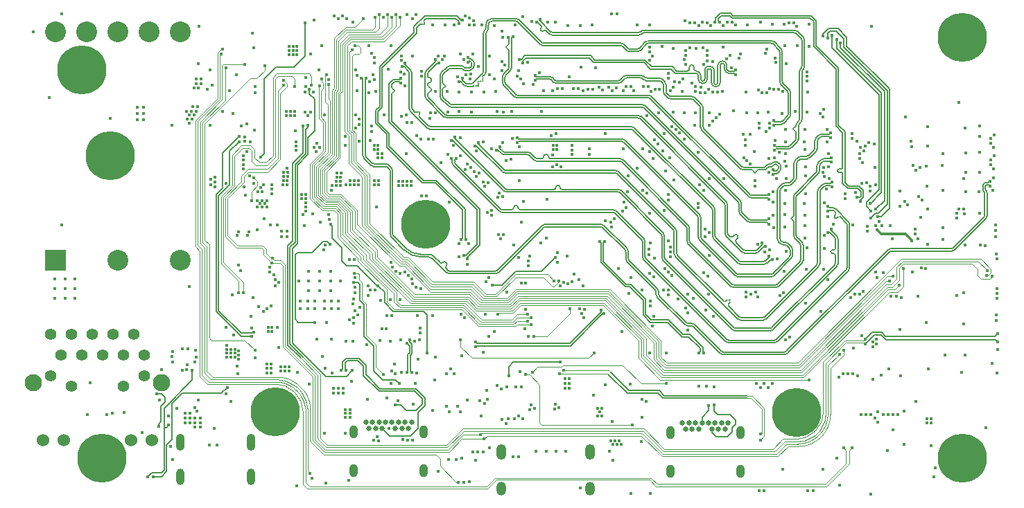
<source format=gbr>
%TF.GenerationSoftware,KiCad,Pcbnew,8.0.8*%
%TF.CreationDate,2025-02-13T16:32:42+11:00*%
%TF.ProjectId,jetson-orin-baseboard,6a657473-6f6e-42d6-9f72-696e2d626173,1.3.0*%
%TF.SameCoordinates,PX1c5f2f0PY7ac91b0*%
%TF.FileFunction,Copper,L4,Inr*%
%TF.FilePolarity,Positive*%
%FSLAX46Y46*%
G04 Gerber Fmt 4.6, Leading zero omitted, Abs format (unit mm)*
G04 Created by KiCad (PCBNEW 8.0.8) date 2025-02-13 16:32:42*
%MOMM*%
%LPD*%
G01*
G04 APERTURE LIST*
%TA.AperFunction,ComponentPad*%
%ADD10C,6.000000*%
%TD*%
%TA.AperFunction,ComponentPad*%
%ADD11C,0.650000*%
%TD*%
%TA.AperFunction,ComponentPad*%
%ADD12O,1.000000X1.600000*%
%TD*%
%TA.AperFunction,ComponentPad*%
%ADD13R,2.540000X2.540000*%
%TD*%
%TA.AperFunction,ComponentPad*%
%ADD14C,2.540000*%
%TD*%
%TA.AperFunction,ComponentPad*%
%ADD15C,1.397000*%
%TD*%
%TA.AperFunction,ComponentPad*%
%ADD16C,1.524000*%
%TD*%
%TA.AperFunction,ComponentPad*%
%ADD17C,2.100000*%
%TD*%
%TA.AperFunction,ComponentPad*%
%ADD18C,2.108200*%
%TD*%
%TA.AperFunction,ComponentPad*%
%ADD19O,1.200000X1.900000*%
%TD*%
%TA.AperFunction,ComponentPad*%
%ADD20O,1.200000X1.700000*%
%TD*%
%TA.AperFunction,ComponentPad*%
%ADD21O,1.000000X2.000000*%
%TD*%
%TA.AperFunction,ComponentPad*%
%ADD22O,1.050000X2.100000*%
%TD*%
%TA.AperFunction,ComponentPad*%
%ADD23C,0.450000*%
%TD*%
%TA.AperFunction,ViaPad*%
%ADD24C,0.450000*%
%TD*%
%TA.AperFunction,Conductor*%
%ADD25C,0.160000*%
%TD*%
%TA.AperFunction,Conductor*%
%ADD26C,0.150000*%
%TD*%
%TA.AperFunction,Conductor*%
%ADD27C,0.130000*%
%TD*%
%TA.AperFunction,Conductor*%
%ADD28C,0.125000*%
%TD*%
%TA.AperFunction,Conductor*%
%ADD29C,0.300000*%
%TD*%
%TA.AperFunction,Conductor*%
%ADD30C,0.155000*%
%TD*%
G04 APERTURE END LIST*
D10*
%TO.N,GND*%
%TO.C,H2*%
X94775000Y10637500D03*
%TD*%
%TO.N,GND*%
%TO.C,SP7*%
X49500000Y33600000D03*
%TD*%
D11*
%TO.N,GND*%
%TO.C,J5*%
X86450080Y9300000D03*
%TO.N,/USB3/USBC1_CONN_TX2_N*%
X86050080Y8600000D03*
%TO.N,/USB3/USBC1_CONN_TX2_P*%
X85250080Y8600000D03*
%TO.N,/USB3/USBC1_VBUS*%
X84850080Y9300000D03*
%TO.N,/USB3/USBC1_CC2*%
X84450080Y8600000D03*
%TO.N,USB0_D_P*%
X84050080Y9300000D03*
%TO.N,USB0_D_N*%
X83250080Y9300000D03*
%TO.N,unconnected-(J5-SBU_{2}-PadB8)*%
X82850080Y8600000D03*
%TO.N,/USB3/USBC1_VBUS*%
X82450080Y9300000D03*
%TO.N,/USB3/USBC1_RX1_N*%
X82050080Y8600000D03*
%TO.N,/USB3/USBC1_RX1_P*%
X81250080Y8600000D03*
%TO.N,GND*%
X80850080Y9300000D03*
D12*
X79380080Y8150000D03*
X79380080Y3420000D03*
D11*
X81650080Y9300000D03*
X85650080Y9300000D03*
D12*
X87920080Y8150000D03*
X87920080Y3420000D03*
%TD*%
D13*
%TO.N,/Ethernet/VDD*%
%TO.C,U23*%
X4298000Y29258855D03*
D14*
%TO.N,/Ethernet/ULS-12_CTRL*%
X11918000Y29258855D03*
%TO.N,GNDD*%
X19538000Y29258855D03*
%TO.N,GND*%
X19538000Y57198855D03*
X15728000Y57198855D03*
%TO.N,Net-(U23-TRIM)*%
X11918000Y57198855D03*
%TO.N,POE_OUTPUT*%
X8108000Y57198855D03*
X4298000Y57198855D03*
%TD*%
D10*
%TO.N,GND*%
%TO.C,H1*%
X31175000Y10650000D03*
%TD*%
D15*
%TO.N,GBE_MDI0_P*%
%TO.C,J6*%
X3685000Y20133603D03*
%TO.N,GBE_MDI0_N*%
X4954000Y17594603D03*
%TO.N,GBE_MDI1_P*%
X6224000Y20133603D03*
%TO.N,Net-(J6-P4)*%
X7494000Y17594603D03*
X8763000Y20133603D03*
%TO.N,GBE_MDI1_N*%
X10034000Y17594603D03*
%TO.N,GBE_MDI2_P*%
X11303000Y20133603D03*
%TO.N,GBE_MDI2_N*%
X12575000Y17594603D03*
%TO.N,GBE_MDI3_P*%
X13844000Y20133603D03*
%TO.N,GBE_MDI3_N*%
X15114000Y17594603D03*
%TO.N,/Ethernet/PAIR_12*%
X3685000Y15055603D03*
%TO.N,/Ethernet/PAIR_36*%
X6224000Y13794603D03*
%TO.N,/Ethernet/PAIR_78*%
X12575000Y13794603D03*
%TO.N,/Ethernet/PAIR_910*%
X15114000Y15063603D03*
D16*
%TO.N,+3V3*%
X2758000Y7175603D03*
%TO.N,Net-(J6-LED_GRN-)*%
X5299000Y7175603D03*
%TO.N,+3V3*%
X13499000Y7175603D03*
%TO.N,Net-(J6-LED_YEL-)*%
X16040000Y7175603D03*
D17*
%TO.N,Net-(C78-Pad1)*%
X1549000Y14283603D03*
D18*
X17248000Y14283603D03*
%TD*%
D19*
%TO.N,GND*%
%TO.C,J13*%
X58765000Y5790000D03*
D20*
X58765000Y1290000D03*
D19*
X69614000Y5790000D03*
D20*
X69614000Y1290000D03*
%TD*%
D11*
%TO.N,GND*%
%TO.C,J4*%
X47800000Y9385000D03*
%TO.N,/USB Debug\u002C DP/USBC0_CONN_TX2_P*%
X47400000Y8685000D03*
%TO.N,/USB Debug\u002C DP/USBC0_CONN_TX2_N*%
X46600000Y8685000D03*
%TO.N,/USB Debug\u002C DP/USBC0_VBUS*%
X46200000Y9385000D03*
%TO.N,/USB Debug\u002C DP/USBC0_CC2*%
X45800000Y8685000D03*
%TO.N,USB2_D_P*%
X45400000Y9385000D03*
%TO.N,USB2_D_N*%
X44600000Y9385000D03*
%TO.N,/USB Debug\u002C DP/USBC0_SBU_P*%
X44200000Y8685000D03*
%TO.N,/USB Debug\u002C DP/USBC0_VBUS*%
X43800000Y9385000D03*
%TO.N,/USB Debug\u002C DP/USBC0_RX1_N*%
X43400000Y8685000D03*
%TO.N,/USB Debug\u002C DP/USBC0_RX1_P*%
X42600000Y8685000D03*
%TO.N,GND*%
X42200000Y9385000D03*
D12*
X40730000Y8235000D03*
X40730000Y3505000D03*
D11*
X43000000Y9385000D03*
X47000000Y9385000D03*
D12*
X49270000Y8235000D03*
X49270000Y3505000D03*
%TD*%
D10*
%TO.N,GND*%
%TO.C,H3*%
X115000000Y5000000D03*
%TD*%
%TO.N,GND*%
%TO.C,H4*%
X10000000Y5000000D03*
%TD*%
%TO.N,GND*%
%TO.C,H5*%
X115000000Y56500000D03*
%TD*%
D21*
%TO.N,GND*%
%TO.C,J3*%
X28161000Y2755000D03*
D22*
X28161000Y6936000D03*
D21*
X19520000Y2755000D03*
D22*
X19520000Y6936000D03*
%TD*%
D10*
%TO.N,GND*%
%TO.C,SP8*%
X11000000Y42000000D03*
%TD*%
%TO.N,GND*%
%TO.C,H6*%
X7500000Y52500000D03*
%TD*%
D23*
%TO.N,/USB Debug\u002C DP/DRAIN1*%
%TO.C,U6*%
X37126000Y23299000D03*
X38000000Y23299000D03*
X38877000Y23299000D03*
X37127000Y24249000D03*
X38000000Y24249000D03*
X38877000Y24249000D03*
%TO.N,/USB Debug\u002C DP/DRAIN2*%
X34200000Y23299000D03*
X35075000Y23299000D03*
X35952000Y23299000D03*
X34201000Y24249000D03*
X35075000Y24249000D03*
X35952000Y24249000D03*
%TO.N,GND*%
X35228000Y25498000D03*
X36550000Y25500000D03*
X37871000Y25500000D03*
X34054000Y26698000D03*
X35228000Y26698000D03*
X37877000Y26698000D03*
X39054000Y26698000D03*
X36550000Y26700000D03*
X35228000Y27898000D03*
X36551000Y27898000D03*
X37877000Y27898000D03*
%TD*%
D24*
%TO.N,GND*%
X93490000Y43750000D03*
X63370000Y52160000D03*
X93150000Y3700000D03*
X51759753Y54210001D03*
X90200000Y1000000D03*
X42550000Y55450000D03*
X56575000Y17975000D03*
X84340000Y57940000D03*
X110900000Y15900000D03*
X23190000Y45720000D03*
X93350000Y55500000D03*
X47900000Y54200000D03*
X46200000Y38400000D03*
X74600000Y27150000D03*
X93230000Y25290000D03*
X54150000Y53750000D03*
X35680000Y34920000D03*
X108900000Y43150000D03*
X112600000Y40800000D03*
X45261244Y28955392D03*
X8150000Y10350000D03*
X54750000Y31260000D03*
X84650000Y22400000D03*
X57220000Y27120000D03*
X93500000Y39260000D03*
X21700000Y12100000D03*
X18550000Y45750000D03*
X53750000Y54500000D03*
X33710000Y42690000D03*
X50664208Y47250000D03*
X41290000Y38500000D03*
X68750000Y50000000D03*
X31930000Y32780000D03*
X79115438Y24960062D03*
X32150000Y40010000D03*
X67000000Y51700000D03*
X112950000Y17650000D03*
X119274500Y15450000D03*
X115475000Y40000000D03*
X1550000Y57150000D03*
X58260000Y47400000D03*
X26649282Y32716875D03*
X77325000Y27225000D03*
X68350000Y57925000D03*
X93260000Y27890000D03*
X28630000Y45170000D03*
X45240000Y55451498D03*
X32100000Y38500000D03*
X21950000Y9350000D03*
X54572500Y12160000D03*
X33300000Y54900000D03*
X117150000Y45640000D03*
X85790000Y57950000D03*
X54160000Y2022500D03*
X44450000Y47050000D03*
X46740000Y7260000D03*
X26520000Y15362000D03*
X40290000Y38500000D03*
X96060000Y30740000D03*
X71450000Y34050000D03*
X93450000Y37800000D03*
X51860000Y58030000D03*
X95750000Y43680000D03*
X96200000Y49780000D03*
X65602278Y28992812D03*
X115237667Y25262667D03*
X98600000Y34600000D03*
X42675000Y51050000D03*
X118850000Y39340000D03*
X93000000Y47200000D03*
X32580000Y32140000D03*
X118875000Y43000000D03*
X115250000Y21475500D03*
X98210000Y36230000D03*
X88728081Y47222960D03*
X28325167Y56975167D03*
X59550000Y9850000D03*
X62195769Y10927994D03*
X43750000Y38500000D03*
X83800000Y13800000D03*
X107575000Y24700000D03*
X54850000Y58050000D03*
X82475536Y47288684D03*
X32600000Y39000000D03*
X57300000Y6250000D03*
X102190000Y43810000D03*
X73500000Y20550000D03*
X77960000Y47300000D03*
X33590000Y45050000D03*
X110775000Y45600000D03*
X94840000Y57860000D03*
X43250000Y38500000D03*
X91920000Y36310000D03*
X43750000Y39000000D03*
X71950000Y5850000D03*
X27410000Y43780000D03*
X48900000Y25800000D03*
X71103485Y50047289D03*
X82350000Y45750000D03*
X46700000Y38400000D03*
X28950000Y32940000D03*
X32600000Y40500000D03*
X20150000Y10550000D03*
X96330000Y55410000D03*
X93530000Y40750000D03*
X61970000Y53440000D03*
X110750000Y38300000D03*
X65000000Y42100000D03*
X32520000Y46950000D03*
X52875000Y43250000D03*
X55250000Y54500000D03*
X38100000Y15450000D03*
X32110000Y38980000D03*
X112660000Y31740000D03*
X58850000Y52470000D03*
X51055000Y3425000D03*
X43740000Y7090000D03*
X23150000Y52550000D03*
X50350000Y58000000D03*
X118760000Y37760000D03*
X109610000Y31880000D03*
X114625000Y48550000D03*
X26440000Y32300000D03*
X40790000Y39000000D03*
X95990000Y28090000D03*
X32500000Y47437500D03*
X79733979Y55127100D03*
X21950000Y8800000D03*
X53375000Y51675000D03*
X21350000Y8800000D03*
X93310000Y58100000D03*
X32630000Y39490000D03*
X110775000Y43200000D03*
X94600000Y47400000D03*
X85946953Y39200462D03*
X47850000Y26950000D03*
X75970000Y42860000D03*
X77850000Y43430000D03*
X31550000Y18550000D03*
X46700000Y38900000D03*
X73750000Y36300000D03*
X40790000Y38500000D03*
X25150000Y38650000D03*
X93400000Y34800000D03*
X27010000Y45690000D03*
X93400000Y36150000D03*
X110800000Y31200000D03*
X59450000Y13750000D03*
X99750000Y5000000D03*
X27700000Y45950000D03*
X110800000Y35500000D03*
X55100000Y47390000D03*
X40290000Y39000000D03*
X95820000Y42750000D03*
X75330000Y57980000D03*
X83450000Y37759062D03*
X90090000Y47290000D03*
X107500000Y15050000D03*
X50573000Y14623000D03*
X46431746Y52266590D03*
X60950000Y38925000D03*
X87100000Y47510000D03*
X26423952Y51922714D03*
X57850000Y57950000D03*
X62594303Y50738537D03*
X71400000Y44750000D03*
X103000000Y42600000D03*
X32130000Y39470000D03*
X47700000Y38900000D03*
X18625000Y4805000D03*
X31350000Y21050000D03*
X62000000Y19950000D03*
X118900000Y41975000D03*
X93350000Y33309000D03*
X58900000Y56509000D03*
X115300000Y34900000D03*
X20750000Y9350000D03*
X74600000Y700000D03*
X95760000Y36200000D03*
X27940000Y32740000D03*
X52990000Y58000000D03*
X104150000Y14625500D03*
X91940000Y34700000D03*
X78926468Y17862500D03*
X65400000Y5900000D03*
X108100000Y46750000D03*
X96058002Y47358002D03*
X96100000Y51150000D03*
X31420000Y33530000D03*
X35450000Y54450000D03*
X70250000Y52800000D03*
X54625000Y28760000D03*
X63900167Y49999833D03*
X94850000Y55490000D03*
X90118506Y50089063D03*
X21350000Y9950000D03*
X19762500Y15775999D03*
X93140585Y49859415D03*
X46580000Y15500000D03*
X28150000Y22350000D03*
X27780000Y32300000D03*
X107450000Y20724500D03*
X95920000Y37400000D03*
X78360000Y55371000D03*
X95830000Y31920000D03*
X104320000Y43480000D03*
X46200000Y38900000D03*
X118875000Y40425000D03*
X65212501Y11043325D03*
X104700000Y9400000D03*
X46988028Y50599881D03*
X103940000Y57860000D03*
X84110000Y47290000D03*
X75300000Y40510000D03*
X82770000Y42450000D03*
X73030000Y28187500D03*
X67375500Y43321500D03*
X91840000Y58100000D03*
X53700000Y44200000D03*
X74193830Y39525000D03*
X98550000Y43750000D03*
X32800000Y55400000D03*
X103778500Y37670000D03*
X115450000Y42375000D03*
X33800000Y55400000D03*
X53700000Y42050000D03*
X112670000Y42260000D03*
X64200000Y5900000D03*
X117120000Y44410000D03*
X57590000Y42870000D03*
X117150000Y34950000D03*
X32590000Y32780000D03*
X98470000Y37910000D03*
X33710000Y43190000D03*
X93450000Y45250000D03*
X61425500Y50850000D03*
X75900000Y10025000D03*
X20150000Y9350000D03*
X101700000Y33550000D03*
X62476064Y58450000D03*
X112700000Y37750000D03*
X102800000Y38600000D03*
X46570000Y54170000D03*
X99250000Y33600000D03*
X51580000Y53750000D03*
X40950000Y45362500D03*
X28650000Y49750000D03*
X117125000Y42475000D03*
X46400000Y27600000D03*
X33710000Y43690000D03*
X92340000Y39250000D03*
X33300000Y55400000D03*
X95880000Y39590000D03*
X44150000Y20850000D03*
X45324048Y22483115D03*
X84015584Y25065584D03*
X56330000Y57980000D03*
X98050000Y3700000D03*
X79290000Y41730000D03*
X92720000Y42410000D03*
X53565000Y29670000D03*
X86850000Y52809000D03*
X84170000Y45780000D03*
X37210356Y31089644D03*
X42390000Y12200000D03*
X95810000Y45190000D03*
X117100000Y37575000D03*
X55970000Y52920000D03*
X76850000Y58020000D03*
X27410000Y44320000D03*
X41125000Y51825000D03*
X110675000Y40775000D03*
X23700000Y8650000D03*
X110650000Y21600000D03*
X48150000Y19300000D03*
X76970000Y730000D03*
X57050000Y35030000D03*
X33800000Y54400000D03*
X52191624Y47379000D03*
X93380000Y41360000D03*
X96100000Y51720000D03*
X98200000Y32250000D03*
X111750000Y3790000D03*
X108789000Y43775000D03*
X44350000Y58950000D03*
X63000000Y5900000D03*
X37112500Y47000000D03*
X20150000Y9950000D03*
X79710000Y47310000D03*
X60400000Y58050000D03*
X60950000Y43075000D03*
X98500000Y45212500D03*
X28509800Y38642267D03*
X98100000Y47727000D03*
X51020000Y54230000D03*
X115425000Y37625000D03*
X36175500Y19604500D03*
X58100000Y49850000D03*
X60850000Y10150000D03*
X40950000Y52500000D03*
X48590000Y17100000D03*
X92449484Y29372216D03*
X20750000Y9950000D03*
X85770000Y49850000D03*
X107400000Y37667000D03*
X107450000Y35843902D03*
X55460000Y40060000D03*
X57850000Y20515500D03*
X10950000Y46550000D03*
X87390000Y58010000D03*
X90900000Y30280000D03*
X95900000Y23950000D03*
X40200000Y21920000D03*
X37315000Y1995000D03*
X104440000Y38440000D03*
X93570000Y30320000D03*
X36850000Y17450000D03*
X31930000Y32140000D03*
X48000000Y11650000D03*
X32800000Y54400000D03*
X14900000Y8150000D03*
X55581979Y4766979D03*
X80840000Y49930000D03*
X76985891Y49853340D03*
X95850000Y34760000D03*
X90390000Y58340000D03*
X95880000Y40650000D03*
X102600000Y43000000D03*
X75970000Y37800000D03*
X91470000Y50190000D03*
X114950000Y15550000D03*
X92170000Y43910000D03*
X46525000Y53675000D03*
X25855356Y25014644D03*
X91364209Y47356942D03*
X39800000Y19315000D03*
X93490000Y42270000D03*
X82750000Y35650000D03*
X66900000Y57900000D03*
X21850000Y57850000D03*
X33500000Y47437500D03*
X84590000Y53520000D03*
X54390000Y51910000D03*
X117125000Y39975000D03*
X84010000Y50150000D03*
X68749833Y26100167D03*
X33000000Y47437500D03*
X45690000Y16550000D03*
X48250000Y14125000D03*
X91390000Y39990000D03*
X115390000Y45400000D03*
X54375000Y40350000D03*
X79357954Y49964987D03*
X98700000Y42300000D03*
X109000000Y40850000D03*
X81770000Y55190000D03*
X20750000Y10550000D03*
X91500000Y46000000D03*
X35650000Y2550000D03*
X28080000Y43730000D03*
X21350000Y9350000D03*
X56525000Y43725000D03*
X100050000Y1750000D03*
X37625000Y51300000D03*
X83100000Y50400000D03*
X39750000Y38500000D03*
X42700000Y43850000D03*
X22807388Y50118383D03*
X117950000Y8750000D03*
X57279000Y54210001D03*
X3550000Y49150000D03*
X88800000Y58050000D03*
X53602866Y47402866D03*
X26050167Y20049833D03*
X56539091Y38833589D03*
X34730000Y33430000D03*
X82850000Y57960000D03*
X18350000Y6450000D03*
X30570000Y33530000D03*
X110025000Y28325000D03*
X107950000Y6750000D03*
X58300000Y36900000D03*
X83400000Y55250000D03*
X71450000Y14025000D03*
X58920000Y43590000D03*
X45000000Y8650000D03*
X19812500Y18396250D03*
X91950000Y37650000D03*
X72300000Y9500000D03*
X107950000Y10750000D03*
X50315000Y22487000D03*
X56590000Y49810000D03*
X42462000Y26100000D03*
X115350000Y31100000D03*
X25150000Y12900000D03*
X60100000Y44125000D03*
X69850000Y57975000D03*
X109940000Y34480000D03*
X8550000Y14250000D03*
X90027000Y31191000D03*
X105900000Y5950000D03*
X44749514Y22470031D03*
X98750000Y39250000D03*
X32800000Y54900000D03*
X33020000Y46950000D03*
X33300000Y54400000D03*
X45250000Y14150000D03*
X38000000Y19550000D03*
X60000000Y47450000D03*
X93570000Y53290000D03*
X96350000Y58100000D03*
X52200000Y42150000D03*
X98700000Y40700000D03*
X32600000Y38500000D03*
X76890585Y42490585D03*
X55690000Y42630000D03*
X25150000Y21050000D03*
X63685323Y47400000D03*
X82500000Y55151000D03*
X117200000Y31110000D03*
X61150000Y33850000D03*
X85445585Y47085585D03*
X17244565Y15820591D03*
X114392909Y24900519D03*
X96100000Y52275000D03*
X82750000Y36150000D03*
X81100000Y47290000D03*
X115350000Y17650000D03*
X95840000Y33440000D03*
X47200000Y38900000D03*
X53600000Y49800000D03*
X33800000Y54900000D03*
X55080000Y49810000D03*
X68450000Y52850000D03*
X46900000Y52000000D03*
X32640000Y40000000D03*
X103900000Y625000D03*
X102850000Y41200000D03*
X91980000Y33240000D03*
X79100000Y37310000D03*
X115200000Y39250000D03*
X104400000Y40550000D03*
X36840000Y55480000D03*
X47200000Y38400000D03*
X58690000Y31880000D03*
X53550167Y31249833D03*
X44650000Y20850000D03*
X88600000Y49830000D03*
X61430619Y36450000D03*
X83600000Y33030000D03*
X60850000Y52400000D03*
X43250000Y39000000D03*
X74920000Y49980000D03*
X91482792Y30463085D03*
X65350000Y58380000D03*
X85860000Y55340000D03*
X112630000Y33230000D03*
X33520000Y46950000D03*
X36450000Y52550000D03*
X102000000Y37500000D03*
X96150000Y1050000D03*
X102800000Y20040000D03*
X5050000Y59350000D03*
X76480000Y46930000D03*
X28500000Y55200000D03*
X82450000Y49850000D03*
X52120000Y49850000D03*
X10550000Y10350000D03*
X21950000Y9950000D03*
X118900000Y44575000D03*
X66600000Y5900000D03*
X79550000Y45550000D03*
X41290000Y39000000D03*
X64450000Y58355000D03*
X104700000Y10700000D03*
X47700000Y38400000D03*
X48387131Y15421394D03*
X28650000Y17300000D03*
%TO.N,CSI1_D0_N*%
X92140000Y53990000D03*
%TO.N,CSI0_D0_N*%
X97682006Y47218741D03*
%TO.N,CSI1_D0_P*%
X92270000Y53420000D03*
%TO.N,CSI0_D0_P*%
X98025011Y46754989D03*
%TO.N,CSI1_CLK_N*%
X55470000Y57980000D03*
X94440000Y58280000D03*
%TO.N,CSI0_CLK_N*%
X101610000Y44697000D03*
%TO.N,CSI1_CLK_P*%
X55330000Y58540000D03*
X93860000Y58270000D03*
%TO.N,CSI0_CLK_P*%
X101610000Y44103000D03*
%TO.N,CSI1_D1_N*%
X91180000Y55090000D03*
%TO.N,CSI0_D1_N*%
X92644323Y50160000D03*
%TO.N,CSI1_D1_P*%
X91010000Y54540000D03*
%TO.N,CSI0_D1_P*%
X92050323Y50160000D03*
%TO.N,CSI3_D0_N*%
X81290000Y53220000D03*
%TO.N,CSI2_D0_N*%
X109840000Y40570000D03*
X91144323Y49710134D03*
%TO.N,CSI3_D0_P*%
X81050000Y53750000D03*
%TO.N,CSI2_D0_P*%
X90550323Y49710134D03*
X109380000Y40220000D03*
%TO.N,CSI3_CLK_N*%
X61377890Y53392110D03*
X87360000Y51933000D03*
%TO.N,CSI2_CLK_N*%
X109290000Y33020000D03*
X91460011Y45385011D03*
%TO.N,CSI3_CLK_P*%
X60962110Y53807890D03*
X87360000Y52527000D03*
%TO.N,CSI2_CLK_P*%
X91039989Y44964989D03*
X109240000Y32440000D03*
%TO.N,CSI3_D1_N*%
X81225000Y54300000D03*
%TO.N,CSI2_D1_N*%
X114370000Y34984000D03*
X90210000Y46004000D03*
%TO.N,CSI3_D1_P*%
X81225000Y54875000D03*
%TO.N,CSI2_D1_P*%
X90210000Y45416000D03*
X114370000Y34396000D03*
%TO.N,DP1_TXD0_N*%
X58893294Y37046706D03*
X47920000Y26340000D03*
%TO.N,DP1_TXD1_P*%
X57123294Y38693294D03*
X47420000Y27360000D03*
%TO.N,DP1_TXD3_N*%
X54973794Y40596706D03*
X42741000Y25548000D03*
%TO.N,DP1_TXD3_P*%
X43363000Y25548000D03*
X54567206Y41003294D03*
%TO.N,SPIO_MOSI*%
X98050000Y56650000D03*
X104700000Y34550000D03*
%TO.N,SPIO_SCK*%
X98630000Y56410000D03*
X103840000Y34380000D03*
%TO.N,SPIO_MISO*%
X99120000Y56780000D03*
X103870000Y35270000D03*
%TO.N,~{SPI0_CS0}*%
X72850000Y59370000D03*
X100120000Y55780000D03*
X104450000Y35470000D03*
%TO.N,~{SPI0_CS1}*%
X103790000Y36160000D03*
X99680000Y56230000D03*
X72170000Y59370000D03*
%TO.N,DP1_AUX_N*%
X54288649Y22161351D03*
X40725000Y21546531D03*
%TO.N,DP1_AUX_P*%
X40725000Y22218531D03*
X53811351Y22638649D03*
%TO.N,SPI1_MOSI*%
X119280000Y25150000D03*
X100449498Y15350502D03*
%TO.N,SPI1_SCK*%
X99987146Y14888856D03*
X119310000Y25740000D03*
%TO.N,SPI1_MISO*%
X101049749Y15350418D03*
X119250000Y24540000D03*
%TO.N,USB0_D_N*%
X83496500Y17900862D03*
X71344000Y31550000D03*
X69944000Y50150000D03*
X84050000Y11450000D03*
%TO.N,~{SPI1_CS0}*%
X119150000Y22500000D03*
X101649833Y15350167D03*
%TO.N,~{SPI1_CS1}*%
X119150000Y21850000D03*
X102250000Y15050000D03*
%TO.N,GPIO01*%
X65500000Y40931500D03*
X106250000Y33450000D03*
X104475500Y27750000D03*
%TO.N,USER_LED1*%
X58950000Y47378500D03*
X70050000Y17900000D03*
X53725499Y19498500D03*
%TO.N,USER_BTN0*%
X66350000Y15774500D03*
X90400000Y7250000D03*
X90800000Y1000000D03*
%TO.N,USER_BTN1*%
X65850000Y15350000D03*
X96850000Y1050000D03*
X90400000Y7950000D03*
%TO.N,PCIE0_RX0_N*%
X92112567Y42703000D03*
X63500000Y58720000D03*
%TO.N,PCIE0_RX0_P*%
X63050000Y58320000D03*
X92112567Y43297000D03*
%TO.N,PCIE0_RX1_N*%
X62850000Y51847000D03*
X91930000Y39703000D03*
%TO.N,PCIE0_RX1_P*%
X91930000Y40297000D03*
X62850000Y51253000D03*
%TO.N,PCIE0_RX2_N*%
X59556000Y56525000D03*
X91450000Y36712500D03*
%TO.N,PCIE0_RX2_P*%
X91450000Y37287500D03*
X60144000Y56570000D03*
%TO.N,PCIE0_RX3_N*%
X91450000Y33650000D03*
X54650000Y53453000D03*
%TO.N,PCIE0_RX3_P*%
X54650000Y54047000D03*
X91450000Y34350000D03*
%TO.N,PCIE0_CLK_N*%
X53970011Y51500011D03*
X92000000Y45703000D03*
%TO.N,USBSS0_RX_N*%
X53853000Y31750000D03*
X53970000Y58600000D03*
%TO.N,PCIE0_CLK_P*%
X92000000Y46297000D03*
X53549989Y51079989D03*
%TO.N,USBSS0_RX_P*%
X54447000Y31750000D03*
X53530000Y58220000D03*
%TO.N,USBSS0_TX_N*%
X54175000Y29800000D03*
X46500000Y51497000D03*
%TO.N,PCIE1_RX0_N*%
X91007890Y30892110D03*
X50702110Y53747890D03*
%TO.N,PCIE1_RX0_P*%
X51117890Y53332110D03*
X90592110Y31307890D03*
%TO.N,PCIE1_CLK_N*%
X91840088Y29320067D03*
X46592110Y52942110D03*
%TO.N,PCIE1_CLK_P*%
X47007890Y53357890D03*
X91420066Y29740089D03*
%TO.N,PCIE1_CLKREQ\u002A*%
X50050000Y46550000D03*
X93928015Y19818677D03*
%TO.N,PCIE1_RST\u002A*%
X93450000Y19500000D03*
X47250000Y59300000D03*
%TO.N,GBE_MDI0_N*%
X47210000Y46060000D03*
%TO.N,GBE_MDI0_P*%
X47800000Y46090000D03*
%TO.N,GBE_MDI1_N*%
X47100000Y47025000D03*
%TO.N,GBE_MDI1_P*%
X46550000Y46850000D03*
%TO.N,I2S0_SDOUT*%
X46350000Y58950000D03*
X118025000Y27375000D03*
%TO.N,I2S0_SDIN*%
X45850000Y59300000D03*
X106560000Y27250000D03*
%TO.N,GBE_MDI2_N*%
X42910000Y44994000D03*
%TO.N,I2S0_LRCK*%
X45350000Y58950000D03*
X106130000Y26690000D03*
%TO.N,GBE_MDI2_P*%
X42910000Y45666000D03*
%TO.N,I2S0_SCLK*%
X118075000Y27950000D03*
X44850000Y59300000D03*
%TO.N,GBE_MDI3_N*%
X41350000Y45800000D03*
%TO.N,GBE_MDI3_P*%
X41350000Y46487500D03*
%TO.N,GPIO09*%
X106480000Y31840000D03*
X107850000Y28220000D03*
X41850000Y58800000D03*
%TO.N,SDA_CAM*%
X40840000Y55500000D03*
X65200000Y26675000D03*
%TO.N,/SoM/~{FORCE_RECOVERY}*%
X57025500Y12200000D03*
X52414182Y36314182D03*
X72400000Y4800000D03*
X41150000Y49975000D03*
%TO.N,SCL_CAM*%
X65775000Y26650000D03*
X40505523Y55007622D03*
%TO.N,GPIO11*%
X119250000Y29400000D03*
X41396000Y43830000D03*
%TO.N,GPIO12*%
X36160000Y42560000D03*
X119225000Y30000000D03*
%TO.N,GPIO13*%
X36580000Y43070000D03*
X119075000Y32075000D03*
%TO.N,/SoM/PMIC_BBAT*%
X25974500Y47150000D03*
X81200000Y58525500D03*
X35850000Y58650000D03*
%TO.N,~{RESET}*%
X29325000Y41825000D03*
X16660000Y12910000D03*
X16870000Y8887990D03*
X42890000Y54510000D03*
X34800000Y58274500D03*
X48420000Y44430000D03*
%TO.N,+3V3*%
X65050000Y42750000D03*
X38600000Y38900000D03*
X108837500Y31587500D03*
X67050000Y14750000D03*
X98200000Y30650000D03*
X89250000Y25050000D03*
X39140000Y39930000D03*
X88748213Y41403316D03*
X38640000Y39920000D03*
X111550000Y2750000D03*
X48450000Y22487000D03*
X37400000Y21577083D03*
X89127023Y41029146D03*
X37662500Y34850000D03*
X38600000Y38400000D03*
X104550000Y18950000D03*
X37950000Y37800000D03*
X67050000Y13550000D03*
X38630000Y39390000D03*
X77290000Y41690000D03*
X39700000Y43270000D03*
X40450000Y14450000D03*
X38075000Y38375000D03*
X104550000Y19550000D03*
X111250000Y6550000D03*
X75800000Y7050000D03*
X67050000Y14150000D03*
X56750000Y22638000D03*
X88650000Y24750000D03*
X90080000Y24780000D03*
X40095000Y2290000D03*
X74125500Y37650000D03*
X104150000Y19250000D03*
X65550000Y43321500D03*
X103250000Y10362500D03*
X48750000Y19500000D03*
X39120000Y39400000D03*
X76850000Y34950000D03*
X35815315Y49766913D03*
X77200000Y21150000D03*
X40600000Y19350000D03*
X66550000Y14750000D03*
X104150000Y18650000D03*
X76850000Y17862000D03*
X104601293Y32945258D03*
X39100000Y38900000D03*
X65550000Y42750000D03*
X65050000Y43321500D03*
X84150000Y39250000D03*
X42500000Y24930000D03*
X66550000Y14150000D03*
X75950000Y12250000D03*
X39100000Y38400000D03*
X84100000Y32575000D03*
X88650000Y25350000D03*
X66550000Y13550000D03*
X58200000Y13900000D03*
X89800000Y25300000D03*
X88400000Y41800000D03*
X81050000Y44050000D03*
X103850000Y10362500D03*
X64350000Y36700000D03*
X81550000Y20700000D03*
X102650000Y10362500D03*
X57250000Y19880500D03*
%TO.N,EEPROM_PWR*%
X53900000Y17550000D03*
X52020000Y15370000D03*
%TO.N,+5V*%
X28950000Y36550000D03*
X70500000Y10150000D03*
X40250000Y10480000D03*
X70500000Y11150000D03*
X39650000Y9980000D03*
X30249258Y21038000D03*
X28950000Y35750000D03*
X40840000Y27080000D03*
X71000000Y10150000D03*
X30750000Y20550000D03*
X40250000Y9980000D03*
X107150000Y10350000D03*
X67362000Y42200000D03*
X29550000Y35750000D03*
X30250000Y20550000D03*
X105350000Y10350000D03*
X75950000Y25615000D03*
X67375000Y42700000D03*
X29550000Y36545000D03*
X29850000Y36150000D03*
X33884503Y15531724D03*
X39650000Y10980000D03*
X56300000Y10200000D03*
X40250000Y10980000D03*
X28250000Y20950000D03*
X39650000Y10480000D03*
X71000000Y11150000D03*
X106550000Y10350000D03*
X30150000Y36545000D03*
X105950000Y10350000D03*
X31560000Y26510000D03*
X70750000Y10650000D03*
X30150000Y35750000D03*
X30750000Y21050000D03*
X29250000Y36150000D03*
%TO.N,CAN_RX*%
X60150000Y5150000D03*
X49624793Y37121999D03*
X57850000Y51450000D03*
X50430000Y44030000D03*
X56150000Y12050000D03*
X119325000Y18275000D03*
%TO.N,CAN_TX*%
X60850000Y5150000D03*
X49010244Y37090814D03*
X56700000Y11700000D03*
X49830000Y44020000D03*
X57275000Y51925000D03*
X118700000Y16650000D03*
%TO.N,GPIO07*%
X43450000Y49850000D03*
X101750000Y18500000D03*
X40550000Y15750000D03*
X35308564Y50102926D03*
X104450000Y33500000D03*
%TO.N,PCIE2_RST\u002A*%
X39850000Y58750000D03*
X104900000Y34000000D03*
X106340000Y24860000D03*
%TO.N,PCIE2_CLKREQ\u002A*%
X107020000Y24850000D03*
X39350000Y59150000D03*
X105250167Y33500167D03*
%TO.N,/Ethernet/VDD*%
X6650000Y24550000D03*
X5450000Y26950000D03*
X4250000Y24550000D03*
X23300000Y38500000D03*
X5450000Y25750000D03*
X6650000Y25750000D03*
X4250000Y25750000D03*
X6650000Y26950000D03*
X23760000Y39400000D03*
X5450000Y24550000D03*
X23760000Y38800000D03*
X23300000Y39100000D03*
X23750000Y38200000D03*
X4250000Y26950000D03*
%TO.N,GNDD*%
X5025000Y33525000D03*
X26650000Y28600000D03*
%TO.N,USBSS1_RX_N*%
X114578000Y35525000D03*
X86894323Y58320000D03*
%TO.N,+1V8*%
X108975000Y27810000D03*
X58750000Y13500000D03*
X106100000Y15950000D03*
X35124499Y46893788D03*
X76835000Y27615000D03*
X70000000Y12750000D03*
X28400000Y24625500D03*
X35860000Y43070000D03*
X50315000Y10840000D03*
X66781153Y29750515D03*
X74350000Y25150000D03*
%TO.N,PCIE2_RX0_N*%
X80480011Y44799989D03*
X118550000Y41497000D03*
%TO.N,USBSS1_RX_P*%
X115172000Y35525000D03*
X86300323Y58320000D03*
%TO.N,VCC*%
X22100000Y51452500D03*
X21200000Y50300000D03*
X44200000Y42300000D03*
X43200000Y42800000D03*
X34525000Y34825000D03*
X21750000Y50300000D03*
X22100000Y50852500D03*
X111260000Y9850000D03*
X34350000Y37250000D03*
X37150000Y8100000D03*
X34850000Y37250000D03*
X43700000Y42300000D03*
X43700000Y41800000D03*
X43700000Y42800000D03*
X21630000Y48010000D03*
X21500000Y51452500D03*
X24730000Y47437500D03*
X21080000Y48010000D03*
X111260000Y9350000D03*
X34350000Y36750000D03*
X21500000Y50852500D03*
X34850000Y35250000D03*
X43200000Y43300000D03*
X34850000Y36250000D03*
X43700000Y43300000D03*
X34850000Y35750000D03*
X110760000Y9850000D03*
X34850000Y36750000D03*
X44200000Y41800000D03*
X110760000Y9350000D03*
%TO.N,USB_FLASH_ID*%
X78550000Y25550000D03*
X73650000Y42900000D03*
X73600000Y50000000D03*
%TO.N,3V3_STDB*%
X25530000Y49980000D03*
X33785000Y1650000D03*
X109400000Y11950000D03*
X54800000Y2150000D03*
%TO.N,UART0_RTS*%
X91450000Y41650000D03*
X71850000Y50390000D03*
%TO.N,UART0_CTS*%
X70650000Y50400000D03*
X92100000Y41775000D03*
%TO.N,PCIE3_RST\u002A*%
X38850000Y58774500D03*
X117800000Y31025000D03*
%TO.N,/USB Debug\u002C DP/USBC0_RX2_N*%
X47200000Y15550000D03*
X47180000Y19090000D03*
%TO.N,/Ethernet/POE_ACTIVE*%
X26914280Y28000000D03*
X20640000Y26000000D03*
%TO.N,PCIE3_CLKREQ\u002A*%
X38350000Y59150000D03*
X119080000Y33575000D03*
X109590000Y24820000D03*
X110590000Y28200000D03*
%TO.N,I2C2_SCL*%
X34560000Y45637500D03*
X103200000Y19000000D03*
X119350000Y19250000D03*
%TO.N,I2C2_SDA*%
X119350000Y20250000D03*
X35121248Y45762500D03*
X103200000Y19600000D03*
%TO.N,PCIE2_RX0_P*%
X118550000Y40903000D03*
X80059989Y45220011D03*
%TO.N,USBSS1_TX_N*%
X85370000Y58350000D03*
X102160000Y36910000D03*
%TO.N,/USB Debug\u002C DP/PDC_LDO_3V3*%
X35950000Y21600000D03*
X37820000Y31150000D03*
%TO.N,Net-(D36-A)*%
X28700000Y50450000D03*
X35400000Y3150000D03*
X27450000Y53225500D03*
%TO.N,Net-(D1-C)*%
X101900000Y25050000D03*
%TO.N,/USB Debug\u002C DP/USBC0_RX2_P*%
X47775000Y15550000D03*
X47592334Y19492334D03*
%TO.N,/USB Debug\u002C DP/USBC0_RX1_N*%
X43557890Y7647890D03*
%TO.N,/USB Debug\u002C DP/USBC0_RX1_P*%
X43142110Y7232110D03*
%TO.N,PCIE2_TX0_N*%
X102500000Y42297000D03*
X85144323Y49800000D03*
%TO.N,USBSS1_TX_P*%
X84790000Y58370000D03*
X102600000Y36450000D03*
%TO.N,PCIE2_TX0_P*%
X84550323Y49800000D03*
X102500000Y41703000D03*
%TO.N,USBSS2_RX_N*%
X79120000Y51480000D03*
X83894323Y58310000D03*
X72520000Y34320000D03*
%TO.N,PCIE2_CLK_N*%
X83594000Y49700000D03*
X103389989Y38710011D03*
%TO.N,USBSS2_RX_P*%
X79125000Y52069000D03*
X83310000Y58320000D03*
X72107666Y33907666D03*
%TO.N,PCIE2_CLK_P*%
X83006000Y49700000D03*
X103810011Y38289989D03*
%TO.N,USBSS2_TX_N*%
X73950000Y35690000D03*
X82347161Y58312839D03*
X79870000Y51080000D03*
%TO.N,/SoM/DEBUG_TXD_1V8*%
X35460000Y47380000D03*
%TO.N,/M.2/~{LED1}*%
X98070000Y28150000D03*
X89700000Y38950000D03*
%TO.N,PCIE2_RX1_N*%
X118550000Y44097000D03*
X82460000Y50520000D03*
%TO.N,USBSS2_TX_P*%
X81760000Y58290000D03*
X79720000Y50430000D03*
X73532666Y35282666D03*
%TO.N,PCIE2_RX1_P*%
X82030000Y50930000D03*
X118550000Y43503000D03*
%TO.N,Net-(D61-A)*%
X53500000Y2050000D03*
X25150000Y52750000D03*
%TO.N,/M.2/~{M2_E_UART_WAKE}*%
X92775000Y24895000D03*
X84135000Y29810000D03*
%TO.N,/USB Debug\u002C DP/FTDI_3V3*%
X19100000Y11100000D03*
X20335333Y15825900D03*
X26500000Y16275000D03*
X20430000Y18425000D03*
X18530000Y17430000D03*
%TO.N,/USB Debug\u002C DP/USBC3_VBUS*%
X30600000Y16000000D03*
X30100000Y15450000D03*
X30100000Y16000000D03*
X30100000Y16550000D03*
X30600000Y16550000D03*
X30600000Y15450000D03*
%TO.N,/USB Debug\u002C DP/USBC0_CONN_TX2_N*%
X47333000Y7210000D03*
%TO.N,/CSI/CSI3_0_D1_N*%
X83910000Y54259400D03*
X109702110Y37037890D03*
%TO.N,/CSI/CSI3_0_D1_P*%
X83910000Y54853400D03*
X110117890Y36622110D03*
%TO.N,/CSI/CSI3_0_D0_N*%
X83439989Y53199989D03*
X107972110Y36387890D03*
%TO.N,/CSI/CSI3_0_D0_P*%
X108387890Y35972110D03*
X83860011Y53620011D03*
%TO.N,/CSI/CSI1_1_D0_N*%
X54980000Y52020000D03*
X86710011Y54330011D03*
%TO.N,/CSI/CSI1_1_D0_P*%
X54920000Y51430000D03*
X86289989Y53909989D03*
%TO.N,/CSI/CSI1_1_D1_N*%
X49000000Y52370000D03*
X87960000Y54480000D03*
%TO.N,/CSI/CSI1_1_D1_P*%
X87750000Y53940000D03*
X48990000Y51780000D03*
%TO.N,/CSI/CSI3_1_D1_N*%
X76890000Y54743000D03*
X59197890Y53072110D03*
%TO.N,/CSI/CSI3_1_D1_P*%
X76890000Y55337000D03*
X58782110Y53487890D03*
%TO.N,/CSI/CSI3_1_D0_N*%
X61127890Y51372110D03*
X76890000Y53730000D03*
%TO.N,/CSI/CSI3_1_D0_P*%
X60712110Y51787890D03*
X77190000Y54240000D03*
%TO.N,VSYNC_CAM2*%
X39680000Y44370000D03*
%TO.N,VSYNC_CAM3*%
X36250000Y43580000D03*
%TO.N,/M.2/M2_M_SMB_CLK*%
X98185000Y39435000D03*
X89600000Y42495000D03*
%TO.N,/M.2/M2_M_SMB_DATA*%
X98020000Y39995000D03*
X88525000Y43275000D03*
%TO.N,/M.2/~{M2_M_ALERT}*%
X88550000Y43965000D03*
X98135000Y40565000D03*
%TO.N,/M.2/~{M2_M_CLKREQ0}*%
X78500000Y42600000D03*
X78650000Y35350000D03*
%TO.N,/M.2/~{M2_M_PEWAKE0}*%
X79850000Y39050000D03*
X78650000Y44750000D03*
%TO.N,SYS_SDA*%
X83500000Y27737500D03*
X56200000Y7900000D03*
X100050000Y17750000D03*
X30782860Y29445728D03*
X40696398Y24525324D03*
X43100000Y51950000D03*
X32150000Y51250000D03*
X79106235Y27793765D03*
%TO.N,SYS_SCL*%
X78700000Y28200000D03*
X40650000Y23933672D03*
X32150000Y50650000D03*
X83950000Y27312500D03*
X43250000Y51300000D03*
X30680000Y28880000D03*
X100550000Y18250000D03*
X56620000Y7350000D03*
%TO.N,~{PDC_CS}*%
X53020000Y15370000D03*
X50670000Y17400000D03*
%TO.N,PDC_SCLK*%
X53360000Y11330000D03*
X52022000Y11330000D03*
%TO.N,PDC_MISO*%
X52520000Y15950000D03*
%TO.N,PDC_MOSI*%
X52400000Y10650000D03*
X53727500Y10650000D03*
%TO.N,/USB Debug\u002C DP/USBC0_CONN_TX2_P*%
X47927000Y7210000D03*
%TO.N,/USB Debug\u002C DP/USBC0_VBUS*%
X38250000Y13000000D03*
X38850000Y13550000D03*
X39450000Y13550000D03*
X39450000Y13000000D03*
X38850000Y13000000D03*
X39685000Y8085000D03*
X38250000Y13550000D03*
%TO.N,/USB3/USBC1_VBUS*%
X73400000Y6700000D03*
X72150000Y7150000D03*
X72900000Y6700000D03*
X73150000Y7150000D03*
X72650000Y7150000D03*
X72400000Y6700000D03*
X68385000Y1345000D03*
%TO.N,/USB Debug\u002C DP/FTDI_LED_TX*%
X16250000Y2750000D03*
X25250000Y13638000D03*
%TO.N,/USB Debug\u002C DP/FTDI_LED_RX*%
X15550000Y2750000D03*
X18115000Y9070000D03*
X21000000Y15800000D03*
%TO.N,/USB Debug\u002C DP/USBC3_CC1*%
X31100000Y26072500D03*
X25700000Y11950000D03*
%TO.N,DP1_TXD0_HDMI_TX2_N*%
X80913294Y51423294D03*
%TO.N,/USB Debug\u002C DP/USBC3_CC2*%
X21600000Y10750000D03*
X31000000Y27437500D03*
%TO.N,/USB Debug\u002C DP/USBC0_CC1*%
X44322001Y15300678D03*
X40750000Y27650000D03*
%TO.N,/USB Debug\u002C DP/USBC0_CC2*%
X40675000Y26525000D03*
X46150000Y12050000D03*
X46250000Y14150000D03*
%TO.N,PWR_SOFT*%
X29835000Y53015000D03*
X28650000Y18220000D03*
%TO.N,/USB3/USBC1_CC1*%
X76950000Y23650000D03*
X82850000Y13850000D03*
%TO.N,/USB3/USBC1_CC2*%
X76930000Y24270000D03*
X84750000Y11550000D03*
X84750000Y13750000D03*
%TO.N,/USB3/USBC1_ID*%
X76428015Y11931323D03*
X79150000Y25550000D03*
%TO.N,/USB Debug\u002C DP/USBC0_FLIP*%
X30646800Y23628700D03*
X41450000Y23514752D03*
%TO.N,/USB Debug\u002C DP/USBC0_CTL0*%
X40843765Y23062000D03*
X30159263Y23324794D03*
%TO.N,/USB Debug\u002C DP/USBC0_CTL1*%
X29682818Y23003775D03*
X41250000Y22550000D03*
%TO.N,/USB Debug\u002C DP/PDC_I2C1_SCL*%
X18572644Y18056964D03*
X30449890Y27776867D03*
X21418590Y18215617D03*
%TO.N,/USB Debug\u002C DP/PDC_I2C1_SDA*%
X21487500Y17365617D03*
X30452626Y28351863D03*
X18600000Y16800000D03*
%TO.N,/USB Debug\u002C DP/USBC0_I2C_EN*%
X44014499Y24350000D03*
%TO.N,/USB Debug\u002C DP/USBC0_SSEQ0*%
X46400000Y24400000D03*
%TO.N,/USB Debug\u002C DP/USBC0_SSEQ1*%
X48800000Y20924503D03*
%TO.N,/USB Debug\u002C DP/USBC0_DPEQ0*%
X45200000Y24394500D03*
%TO.N,/USB Debug\u002C DP/USBC0_DPEQ1*%
X48800000Y20350000D03*
%TO.N,/USB Debug\u002C DP/USBC0_EQ0*%
X46425000Y19500000D03*
%TO.N,/USB Debug\u002C DP/USBC0_EQ1*%
X45200000Y19350000D03*
%TO.N,CSIA_FLG*%
X105100000Y15150000D03*
X78900000Y14150000D03*
X62522500Y15550000D03*
%TO.N,/USB3/USBC1_ADDR*%
X81500000Y22800000D03*
%TO.N,/USB3/~{USBC1_INT}*%
X81250000Y23350000D03*
%TO.N,/CSI/SDA_CAM0*%
X67400000Y26643000D03*
%TO.N,CSIA_PEN*%
X96290000Y14610000D03*
X104370000Y9950000D03*
X58350000Y22638000D03*
%TO.N,/CSI/SCL_CAM0*%
X66890000Y26320000D03*
%TO.N,/CSI/I2C_MUX_RESET*%
X65565089Y30152255D03*
%TO.N,/SoM/DEBUG_RXD_1V8*%
X34809661Y49809326D03*
%TO.N,/Supply/VCC_IN*%
X14300000Y46400000D03*
X32300000Y16200000D03*
X14300000Y47150000D03*
X15050000Y47900000D03*
X26200000Y17850000D03*
X14300000Y47900000D03*
X26650000Y17100000D03*
X26650000Y17600000D03*
X25200000Y18350000D03*
X25200000Y17350000D03*
X26200000Y17350000D03*
X15050000Y47150000D03*
X32800000Y15689591D03*
X26200000Y18350000D03*
X25700000Y17350000D03*
X32800000Y16200000D03*
X25700000Y17850000D03*
X25700000Y18350000D03*
X25200000Y17850000D03*
X15050000Y46400000D03*
X31800000Y15700000D03*
X25200000Y18850500D03*
X31800000Y16200000D03*
X26650000Y18100000D03*
X32299226Y15708466D03*
%TO.N,/CSI/SDA_CAM1*%
X66356235Y26556235D03*
%TO.N,/CSI/SCL_CAM1*%
X65970400Y26087000D03*
%TO.N,/CSI/SDA_CAM2*%
X76910000Y31310000D03*
%TO.N,/CSI/SCL_CAM2*%
X76740000Y30560000D03*
%TO.N,/CSI/SDA_CAM3*%
X76810000Y29900000D03*
%TO.N,/CSI/SCL_CAM3*%
X77410000Y29460000D03*
%TO.N,CSIB_PEN*%
X64850000Y44500000D03*
X65360000Y29600000D03*
X57600000Y26200000D03*
%TO.N,PCIE2_TX1_N*%
X103192110Y43192110D03*
X84987890Y46677890D03*
%TO.N,/USB3/USBC1_I2C_SDA*%
X81550000Y25100000D03*
%TO.N,/USB3/USBC1_ISC_SCL*%
X80290938Y24490938D03*
%TO.N,/USB3/USBC1_VBUS_DET*%
X77350000Y22400000D03*
%TO.N,DP1_TXD0_HDMI_TX2_P*%
X80506706Y51016706D03*
%TO.N,PCIE2_TX1_P*%
X103607890Y43607890D03*
X84572110Y46262110D03*
%TO.N,DP1_TXD1_HDMI_TX1_N*%
X78077500Y50130000D03*
%TO.N,/USB3/USBC1_FAULT_N*%
X82150000Y24599200D03*
%TO.N,CSIB_FLG*%
X62750000Y19900000D03*
X67075500Y23307156D03*
X65403578Y44725033D03*
%TO.N,/USB Debug\u002C DP/FTDI_CBUS_EN*%
X18100000Y10190000D03*
X17010000Y12150000D03*
X20342165Y16469129D03*
%TO.N,DP1_TXD1_HDMI_TX1_P*%
X77502500Y50130000D03*
%TO.N,DP1_TXD2_HDMI_TX0_N*%
X76707500Y50510000D03*
%TO.N,DP1_TXD2_HDMI_TX0_P*%
X76132500Y50510000D03*
%TO.N,DP1_TXD3_HDMI_TXC_N*%
X74557500Y50460000D03*
%TO.N,DP1_TXD3_HDMI_TXC_P*%
X73982500Y50460000D03*
%TO.N,PCIE_WAKE_SEL_EXT*%
X101400000Y24680000D03*
X119100000Y32900000D03*
%TO.N,DP1_HDMI_AUX_P*%
X69450000Y42826000D03*
%TO.N,DP1_HDMI_AUX_N*%
X69450000Y42154000D03*
%TO.N,USB0_D_P*%
X70756000Y31550000D03*
X82902500Y17900862D03*
X69356000Y50150000D03*
%TO.N,USB1_D_N*%
X100750000Y36753000D03*
X102957890Y25457890D03*
X68147000Y50250000D03*
%TO.N,USB1_D_P*%
X100750000Y37347000D03*
X102542110Y25042110D03*
X67553000Y50250000D03*
%TO.N,USB2_D_N*%
X45810000Y15320000D03*
X71300000Y22690000D03*
X55590000Y18626000D03*
X66147000Y50250000D03*
%TO.N,USB2_D_P*%
X70910000Y23160000D03*
X55590000Y19214000D03*
X65553000Y50250000D03*
X45350000Y15700000D03*
X44750000Y12400000D03*
%TO.N,USER_LED0*%
X79550000Y27350000D03*
X65000000Y49948500D03*
X106595925Y8525500D03*
%TO.N,PCIE0_TX0_N*%
X98950000Y44225000D03*
X60680000Y43606000D03*
%TO.N,PCIE0_TX0_P*%
X60680000Y44194000D03*
X98950000Y44800000D03*
%TO.N,PCIE0_TX1_N*%
X99000000Y41225000D03*
X58142110Y42692110D03*
%TO.N,PCIE0_TX1_P*%
X58557890Y43107890D03*
X99000000Y41800000D03*
%TO.N,PCIE0_TX2_N*%
X55542110Y43192110D03*
X99150000Y38203000D03*
%TO.N,PCIE0_TX2_P*%
X55957890Y43607890D03*
X99150000Y38797000D03*
%TO.N,PCIE0_TX3_N*%
X98650000Y35203000D03*
X53194000Y41650000D03*
%TO.N,PCIE0_TX3_P*%
X52606000Y41650000D03*
X98650000Y35797000D03*
%TO.N,USBSS0_TX_P*%
X46500000Y50903000D03*
X54605000Y29400000D03*
%TO.N,PCIE1_TX0_N*%
X53082890Y44282890D03*
X98642110Y32642110D03*
%TO.N,PCIE1_TX0_P*%
X99057890Y33057890D03*
X52667110Y43867110D03*
%TO.N,/SoM/~{MOD_SLEEP}*%
X50650000Y49850000D03*
%TO.N,PCIE_WAKE\u002A*%
X48300000Y59300000D03*
X97800000Y22950000D03*
%TO.N,PCIE0_CLKREQ\u002A*%
X50090000Y47230000D03*
X63574659Y31342685D03*
X78800000Y40125000D03*
X79150000Y36600000D03*
%TO.N,PCIE0_RST\u002A*%
X64200000Y31900000D03*
X47900000Y58750000D03*
%TO.N,/M.2/32.7KHZ_OUT*%
X83633858Y32150000D03*
X77450000Y44000000D03*
%TO.N,GBE_LED_LINK*%
X11250000Y10550000D03*
X40750000Y29275000D03*
%TO.N,GBE_LED_ACT*%
X12700000Y10600000D03*
X40162000Y29275000D03*
%TO.N,UART1_TXD*%
X43850000Y59300000D03*
X118700000Y27250000D03*
%TO.N,UART1_RXD*%
X43350000Y58950000D03*
X107340000Y26140000D03*
%TO.N,FAN_TACH*%
X42600000Y49700000D03*
X27210000Y25220000D03*
X33496800Y50503200D03*
%TO.N,I2S1_SDOUT*%
X36538000Y50550000D03*
X91300000Y13650000D03*
X62350688Y21350688D03*
%TO.N,I2S1_SDIN*%
X90808800Y14150000D03*
X36800500Y51450000D03*
X61914500Y21800167D03*
%TO.N,I2S1_LRCK*%
X62400000Y22212167D03*
X90396800Y13653200D03*
X37387917Y51887583D03*
%TO.N,I2S1_SCLK*%
X61914500Y22648533D03*
X89900000Y14150000D03*
X37671691Y50727398D03*
%TO.N,PCIE3_CLK_N*%
X118420000Y38920000D03*
X42247000Y51525000D03*
%TO.N,PCIE3_CLK_P*%
X118420000Y38320000D03*
X41670000Y51520000D03*
%TO.N,FAN_PWM*%
X26610000Y25230000D03*
X35550167Y50650000D03*
%TO.N,~{SHUTDOWN_REQ}*%
X34850000Y50450000D03*
%TO.N,DEBUG_TXD*%
X26750000Y43750000D03*
X28532600Y20449810D03*
%TO.N,POWER_EN*%
X34850000Y51550000D03*
%TO.N,DEBUG_RXD*%
X28278373Y19884676D03*
X26725000Y44375000D03*
%TO.N,/SoM/SLEEP{slash}~{WAKE}*%
X21710000Y53300000D03*
X34774500Y47350000D03*
%TO.N,/HDMI/HDMI_D2_N*%
X58987500Y32390000D03*
%TO.N,/HDMI/HDMI_D1_N*%
X65783294Y11206706D03*
%TO.N,/HDMI/HDMI_D0_N*%
X57580000Y34762500D03*
%TO.N,/HDMI/HDMI_CLK_N*%
X62793294Y11086706D03*
%TO.N,DP1_TXD1_N*%
X46970000Y27790000D03*
X56716706Y38286706D03*
%TO.N,DP1_TXD2_N*%
X55646706Y39506706D03*
X45412412Y28387588D03*
%TO.N,/HDMI/HDMI_D2_P*%
X58412500Y32390000D03*
%TO.N,/HDMI/HDMI_D1_P*%
X65376706Y11613294D03*
%TO.N,/HDMI/HDMI_D0_P*%
X57580000Y35337500D03*
%TO.N,/HDMI/HDMI_CLK_P*%
X62386706Y11493294D03*
%TO.N,DP1_TXD0_P*%
X58486706Y37453294D03*
X48330000Y25920000D03*
%TO.N,DP1_TXD2_P*%
X45887588Y27912412D03*
X56053294Y39913294D03*
%TO.N,/HDMI/5V_HDMI*%
X58800000Y9750000D03*
%TO.N,/USB Debug\u002C DP/HPDIN*%
X43950000Y19375000D03*
%TO.N,USBC0_FLG*%
X37200000Y16000000D03*
X61050000Y15600000D03*
%TO.N,USBC1_FLG*%
X61662000Y15250000D03*
X74750500Y9062000D03*
%TO.N,/CSI/I2C_MUX_SDA*%
X67583318Y27533318D03*
%TO.N,/CSI/I2C_MUX_SCL*%
X68250000Y26850000D03*
%TO.N,DISABLE_POE_DCDC*%
X29100000Y23550000D03*
X61650000Y20850000D03*
%TO.N,UART0_RXD*%
X89097083Y44662583D03*
X72275000Y50000000D03*
%TO.N,UART0_TXD*%
X88310000Y44620000D03*
X72825000Y50275000D03*
%TO.N,/HDMI/HDMI_SDA_5V*%
X60350000Y9800000D03*
%TO.N,/HDMI/HDMI_SCL_5V*%
X61350000Y9800000D03*
%TO.N,/HDMI/HDMI_HPD_5V*%
X59350000Y9250000D03*
X56950000Y13350000D03*
%TO.N,/USB Debug\u002C DP/USBC3_5V_PEN*%
X40850000Y25950000D03*
%TO.N,/USB Debug\u002C DP/USBC0_5V_PEN*%
X40850000Y25250000D03*
%TO.N,Net-(R50-R1.2)*%
X68895000Y23250000D03*
%TO.N,/HDMI/HDMI_SCL_3V3*%
X61200000Y13700000D03*
%TO.N,Net-(R50-R2.2)*%
X68281854Y23269187D03*
%TO.N,Net-(R50-R3.2)*%
X68558191Y22750000D03*
%TO.N,USBC1_PEN*%
X61680000Y23210000D03*
X74475000Y14050000D03*
%TO.N,Net-(R50-R4.2)*%
X68850000Y22200000D03*
%TO.N,Net-(R51-R1.2)*%
X79170000Y31600000D03*
X58860000Y57230000D03*
%TO.N,Net-(R51-R2.2)*%
X79367164Y30856122D03*
X54840000Y58880000D03*
%TO.N,Net-(R51-R3.2)*%
X79380000Y30280000D03*
X54300000Y59090000D03*
%TO.N,Net-(R51-R4.2)*%
X61400000Y59000000D03*
X79400000Y29680000D03*
%TO.N,/USB Debug\u002C DP/USBC3_D_P*%
X23100000Y6600000D03*
X24050000Y6600000D03*
%TO.N,/USB Debug\u002C DP/USBC0_SBU_P*%
X39203000Y15750000D03*
%TO.N,/USB Debug\u002C DP/USBC0_SBU_N*%
X45750000Y11550000D03*
X39797000Y15750000D03*
%TO.N,/Peripherals/USB_CONN_N*%
X103450000Y32753000D03*
%TO.N,/Peripherals/USB_CONN_P*%
X103450000Y33347000D03*
%TO.N,Net-(Q1-D)*%
X72200000Y33275000D03*
%TO.N,Net-(Q2-D)*%
X61700000Y26400000D03*
X62000000Y28550000D03*
X59450000Y25300000D03*
X61200000Y26450000D03*
%TO.N,Net-(Q3-D)*%
X62220000Y29700000D03*
%TO.N,/M.2/3V3_M2*%
X82950000Y38450000D03*
X76550000Y37450000D03*
%TO.N,/Supply/3V3_OUT*%
X43470000Y35710000D03*
X48880000Y44030000D03*
%TO.N,/M.2/~{LED2}*%
X89700000Y38300000D03*
X98650000Y26830000D03*
%TO.N,I2C1_SCL*%
X100550000Y6250000D03*
X24531432Y54475122D03*
X43250000Y53400000D03*
%TO.N,I2C1_SDA*%
X43250000Y54000000D03*
X24725500Y55015853D03*
X101550000Y6250000D03*
%TO.N,/Peripherals/SCK*%
X53260000Y4830000D03*
%TO.N,USBC_HPD*%
X60882500Y29600000D03*
X49650000Y17900000D03*
X62030000Y29150000D03*
X37900000Y33620000D03*
X43651776Y26130332D03*
%TO.N,/HDMI/DP_MUX_AUX_A+*%
X59950000Y41562000D03*
%TO.N,/HDMI/DP_MUX_AUX_A-*%
X59350000Y41400000D03*
%TO.N,/Supply/3V3_MODE1*%
X47100000Y42260000D03*
X51336541Y41126541D03*
%TO.N,Net-(U10-CAD_SNK{slash}RSVD1)*%
X35265000Y14100000D03*
X42320000Y18890000D03*
%TO.N,/HDMI/HDMI_SDA_3V3*%
X60500000Y13700000D03*
%TO.N,/HDMI/HDMI_HPD*%
X60250000Y31110000D03*
X56850000Y26630000D03*
%TO.N,GPIO010*%
X91800000Y14150000D03*
X40949500Y47000000D03*
X83750000Y23100000D03*
X37780000Y34250000D03*
%TO.N,Net-(J15B-CAM0_PWDN)*%
X66025500Y40654306D03*
X104657917Y27132417D03*
%TO.N,Net-(J15B-CAM1_PWDN)*%
X64998949Y40649408D03*
X105370000Y27740000D03*
%TO.N,Net-(J15H-GPIO02)*%
X59660307Y15081086D03*
X65950000Y16750000D03*
%TO.N,Net-(J15A-CLK_32K_OUT)*%
X44966454Y52608485D03*
%TO.N,/Supply/5V_OUT*%
X37060000Y30510000D03*
X29760000Y34320000D03*
%TO.N,/Supply/5V_MODE1*%
X31098714Y26853283D03*
X36640000Y33850000D03*
%TO.N,/Peripherals/MISO*%
X55877049Y5781469D03*
X52319502Y4830000D03*
%TO.N,/Peripherals/MOSI*%
X55260000Y5780000D03*
X53945000Y5035000D03*
%TO.N,Net-(D63-A)*%
X56500000Y5780000D03*
%TO.N,/USB Debug\u002C DP/FTDI_CBUS0{slash}SDA*%
X21281046Y11228431D03*
X21287587Y16805628D03*
%TO.N,+5V_SoM*%
X30700000Y37925000D03*
X27530000Y37150000D03*
X29050000Y37599999D03*
X28010000Y39540000D03*
X29320000Y38100000D03*
X23467500Y50620000D03*
X30700000Y38425000D03*
X29550000Y37600000D03*
X27291159Y38187134D03*
X29680000Y38460000D03*
X30700000Y37375000D03*
%TO.N,VDD_SoM*%
X20320000Y47470000D03*
X20980000Y46500000D03*
X27212771Y40925000D03*
X20410000Y46510000D03*
X27212771Y42050000D03*
X20610000Y47010000D03*
X27212771Y40375000D03*
X21200000Y47020000D03*
X27212771Y41475000D03*
X27625000Y42500000D03*
X20660000Y46000000D03*
X20911689Y47460183D03*
X21490541Y47452165D03*
%TO.N,MODULE_ID*%
X40599998Y58340000D03*
%TO.N,Net-(U29-PG)*%
X28240000Y36530000D03*
X28551669Y39267500D03*
%TD*%
D25*
%TO.N,CSI3_CLK_N*%
X85490000Y50990365D02*
X85490000Y53069635D01*
X61377890Y53392110D02*
X61377890Y53597172D01*
X80008282Y52081000D02*
X82541000Y52081000D01*
X83890000Y51390365D02*
X83890000Y52574318D01*
X61377890Y53597172D02*
X61741718Y53961000D01*
X82792000Y51830000D02*
X82792000Y51390365D01*
X84392000Y52574318D02*
X84392000Y50990365D01*
X76138282Y53421000D02*
X76958282Y52601000D01*
X79488282Y52601000D02*
X80008282Y52081000D01*
X69498282Y53961000D02*
X70038282Y53421000D01*
X83936317Y52620635D02*
X84345683Y52620635D01*
X76958282Y52601000D02*
X79488282Y52601000D01*
X86541000Y52081000D02*
X87212000Y52081000D01*
X70038282Y53421000D02*
X76138282Y53421000D01*
X61741718Y53961000D02*
X69498282Y53961000D01*
X87212000Y52081000D02*
X87360000Y51933000D01*
X85992000Y53069635D02*
X85992000Y52630000D01*
X84392000Y50990365D02*
G75*
G03*
X84941000Y50441400I549000J35D01*
G01*
X84941000Y50441365D02*
G75*
G03*
X85490035Y50990365I0J549035D01*
G01*
X85741000Y53320635D02*
G75*
G02*
X85992035Y53069635I0J-251035D01*
G01*
X83341000Y50841365D02*
G75*
G03*
X83890035Y51390365I0J549035D01*
G01*
X83890000Y52574318D02*
G75*
G02*
X83936317Y52620600I46300J-18D01*
G01*
X84345683Y52620635D02*
G75*
G02*
X84392035Y52574318I17J-46335D01*
G01*
X82541000Y52081000D02*
G75*
G02*
X82792000Y51830000I0J-251000D01*
G01*
X85992000Y52630000D02*
G75*
G03*
X86541000Y52081000I549000J0D01*
G01*
X82792000Y51390365D02*
G75*
G03*
X83341000Y50841400I549000J35D01*
G01*
X85490000Y53069635D02*
G75*
G02*
X85741000Y53320600I251000J-35D01*
G01*
%TO.N,CSI3_CLK_P*%
X76261718Y53719000D02*
X70161718Y53719000D01*
X61618282Y54259000D02*
X61167172Y53807890D01*
X77081718Y52899000D02*
X76261718Y53719000D01*
X79611718Y52899000D02*
X77081718Y52899000D01*
X61167172Y53807890D02*
X60962110Y53807890D01*
X84690000Y50990365D02*
X84690000Y52574318D01*
X84345683Y52918635D02*
X83936317Y52918635D01*
X81716000Y52831820D02*
X81716000Y52654000D01*
X85192000Y53069635D02*
X85192000Y50990365D01*
X80131718Y52379000D02*
X81441000Y52379000D01*
X69621718Y54259000D02*
X61618282Y54259000D01*
X83090000Y51390365D02*
X83090000Y51830000D01*
X87360000Y52527000D02*
X87212000Y52379000D01*
X86290000Y52630000D02*
X86290000Y53069635D01*
X82266000Y52654000D02*
X82266000Y52831820D01*
X70161718Y53719000D02*
X69621718Y54259000D01*
X87212000Y52379000D02*
X86541000Y52379000D01*
X83592000Y52574318D02*
X83592000Y51390365D01*
X80131718Y52379000D02*
X79611718Y52899000D01*
X86541000Y52379000D02*
G75*
G02*
X86290000Y52630000I0J251000D01*
G01*
X82541000Y52379000D02*
G75*
G02*
X82266000Y52654000I0J275000D01*
G01*
X84690000Y52574318D02*
G75*
G03*
X84345683Y52918600I-344300J-18D01*
G01*
X83090000Y51830000D02*
G75*
G03*
X82541000Y52379000I-549000J0D01*
G01*
X83592000Y51390365D02*
G75*
G02*
X83341000Y51139400I-251000J35D01*
G01*
X83341000Y51139365D02*
G75*
G02*
X83089965Y51390365I0J251035D01*
G01*
X85741000Y53618635D02*
G75*
G03*
X85191965Y53069635I0J-549035D01*
G01*
X81716000Y52654000D02*
G75*
G02*
X81441000Y52379000I-275000J0D01*
G01*
X85192000Y50990365D02*
G75*
G02*
X84941000Y50739400I-251000J35D01*
G01*
X82266000Y52831820D02*
G75*
G03*
X81991000Y53106800I-275000J-20D01*
G01*
X84941000Y50739365D02*
G75*
G02*
X84689965Y50990365I0J251035D01*
G01*
X83936317Y52918635D02*
G75*
G03*
X83591965Y52574318I-17J-344335D01*
G01*
X81991000Y53106820D02*
G75*
G03*
X81715980Y52831820I0J-275020D01*
G01*
X86290000Y53069635D02*
G75*
G03*
X85741000Y53618600I-549000J-35D01*
G01*
D26*
%TO.N,SPIO_MOSI*%
X98050000Y56900000D02*
X98050000Y56650000D01*
X106140000Y50190000D02*
X100910000Y55420000D01*
X99850000Y57590000D02*
X98740000Y57590000D01*
X98740000Y57590000D02*
X98050000Y56900000D01*
X100910000Y55420000D02*
X100910000Y56530000D01*
X106140000Y35570000D02*
X106140000Y50190000D01*
X100910000Y56530000D02*
X99850000Y57590000D01*
X104700000Y34550000D02*
X105120000Y34550000D01*
X105120000Y34550000D02*
X106140000Y35570000D01*
%TO.N,SPIO_SCK*%
X98630000Y56990000D02*
X98630000Y56410000D01*
X104800000Y34990000D02*
X105860000Y36050000D01*
X105860000Y36050000D02*
X105860000Y50000000D01*
X100550000Y55310000D02*
X100550000Y56310000D01*
X99610000Y57250000D02*
X98890000Y57250000D01*
X100550000Y56310000D02*
X99610000Y57250000D01*
X105860000Y50000000D02*
X100550000Y55310000D01*
X98890000Y57250000D02*
X98630000Y56990000D01*
X103840000Y34380000D02*
X104450000Y34990000D01*
X104450000Y34990000D02*
X104800000Y34990000D01*
%TO.N,SPIO_MISO*%
X104890000Y37890000D02*
X104890000Y49470000D01*
X103870000Y35270000D02*
X103870000Y35280000D01*
X103320000Y35830000D02*
X103320000Y36320000D01*
X104890000Y49470000D02*
X99120000Y55240000D01*
X103320000Y36320000D02*
X104890000Y37890000D01*
X103870000Y35280000D02*
X103320000Y35830000D01*
X99120000Y55240000D02*
X99120000Y56780000D01*
%TO.N,~{SPI0_CS0}*%
X105520000Y49860000D02*
X100120000Y55260000D01*
X100120000Y55260000D02*
X100120000Y55780000D01*
X105520000Y36540000D02*
X105520000Y49860000D01*
X104450000Y35470000D02*
X105520000Y36540000D01*
%TO.N,~{SPI0_CS1}*%
X99680000Y56230000D02*
X99680000Y55170000D01*
X103840000Y36160000D02*
X103790000Y36160000D01*
X99680000Y55170000D02*
X105170000Y49680000D01*
X105170000Y37490000D02*
X103840000Y36160000D01*
X105170000Y49680000D02*
X105170000Y37490000D01*
D25*
%TO.N,USB0_D_N*%
X74531718Y26299000D02*
X76349000Y24481718D01*
X76349000Y24481718D02*
X76349000Y22661718D01*
D27*
X83250000Y10050000D02*
X83250000Y9300000D01*
D25*
X83348500Y18048862D02*
X83496500Y17900862D01*
X83348500Y18562218D02*
X83348500Y18048862D01*
X71199000Y31405000D02*
X71199000Y29091718D01*
X77061718Y21949000D02*
X79142371Y21949000D01*
D27*
X84050000Y11450000D02*
X84050000Y10850000D01*
D25*
X76349000Y22661718D02*
X77061718Y21949000D01*
X81758997Y20151721D02*
X83348500Y18562218D01*
X71199000Y29091718D02*
X73991718Y26299000D01*
X73991718Y26299000D02*
X74531718Y26299000D01*
D27*
X84050000Y10850000D02*
X83250000Y10050000D01*
D25*
X71344000Y31550000D02*
X71199000Y31405000D01*
X79142371Y21949000D02*
X80939650Y20151721D01*
X80939650Y20151721D02*
X81758997Y20151721D01*
D28*
%TO.N,USER_LED1*%
X53725499Y18674501D02*
X53725499Y19498500D01*
X69400000Y17250000D02*
X55150000Y17250000D01*
X70050000Y17900000D02*
X69400000Y17250000D01*
X55150000Y17250000D02*
X53725499Y18674501D01*
D26*
%TO.N,USER_BTN0*%
X78000000Y13300000D02*
X78650000Y12650000D01*
X74300000Y13300000D02*
X78000000Y13300000D01*
X78650000Y12650000D02*
X88750000Y12650000D01*
D28*
X66350000Y15774500D02*
X71825500Y15774500D01*
X90400000Y7250000D02*
X90850000Y7700000D01*
X89350000Y12650000D02*
X88750000Y12650000D01*
X90850000Y11150000D02*
X89350000Y12650000D01*
X71825500Y15774500D02*
X72125000Y15475000D01*
D26*
X72125000Y15475000D02*
X74300000Y13300000D01*
D28*
X90850000Y7700000D02*
X90850000Y11150000D01*
%TO.N,USER_BTN1*%
X90400000Y7950000D02*
X90550000Y8100000D01*
D26*
X78450000Y12350000D02*
X88775000Y12350000D01*
X71900000Y15200000D02*
X74150000Y12950000D01*
D28*
X71750000Y15350000D02*
X71900000Y15200000D01*
D26*
X74150000Y12950000D02*
X77850000Y12950000D01*
X77850000Y12950000D02*
X78450000Y12350000D01*
D28*
X90550000Y11050000D02*
X89250000Y12350000D01*
X89250000Y12350000D02*
X88775000Y12350000D01*
X90550000Y8100000D02*
X90550000Y11050000D01*
X65850000Y15350000D02*
X71750000Y15350000D01*
D25*
%TO.N,PCIE0_RX0_N*%
X75715795Y57176513D02*
X75766836Y57227554D01*
X76120389Y57374000D02*
X94554611Y57374000D01*
X95019000Y45663307D02*
X95019000Y44045389D01*
X94872553Y43691835D02*
X94178164Y42997446D01*
X65031693Y57074000D02*
X75468307Y57074000D01*
X93824611Y42851000D02*
X92322699Y42851000D01*
X95469000Y52313307D02*
X95469000Y46465389D01*
X94908165Y57227553D02*
X95612554Y56523164D01*
X95759000Y56169611D02*
X95759000Y52955389D01*
X95322553Y46111835D02*
X95121512Y45910794D01*
X92216633Y42807066D02*
X92112567Y42703000D01*
X63543934Y58416784D02*
X64784206Y57176512D01*
X95612553Y52601835D02*
X95571512Y52560794D01*
X63500000Y58720000D02*
X63500000Y58522850D01*
X92322699Y42851000D02*
G75*
G03*
X92216633Y42807066I1J-150000D01*
G01*
X94178164Y42997446D02*
G75*
G02*
X93824611Y42850992I-353564J353554D01*
G01*
X65031693Y57074000D02*
G75*
G02*
X64784210Y57176516I7J350000D01*
G01*
X95612554Y56523164D02*
G75*
G02*
X95759008Y56169611I-353554J-353564D01*
G01*
X95469000Y52313307D02*
G75*
G02*
X95571516Y52560790I350000J-7D01*
G01*
X94554611Y57374000D02*
G75*
G02*
X94908159Y57227547I-11J-500000D01*
G01*
X95469000Y46465389D02*
G75*
G02*
X95322547Y46111841I-500000J11D01*
G01*
X75766836Y57227554D02*
G75*
G02*
X76120389Y57374008I353564J-353554D01*
G01*
X95019000Y44045389D02*
G75*
G02*
X94872547Y43691841I-500000J11D01*
G01*
X63543934Y58416784D02*
G75*
G02*
X63500035Y58522850I106066J106016D01*
G01*
X75715795Y57176513D02*
G75*
G02*
X75468307Y57073995I-247495J247487D01*
G01*
X95759000Y52955389D02*
G75*
G02*
X95612547Y52601841I-500000J11D01*
G01*
X95019000Y45663307D02*
G75*
G02*
X95121516Y45910790I350000J-7D01*
G01*
%TO.N,PCIE0_RX0_P*%
X94618487Y43859205D02*
X94010794Y43251512D01*
X94740795Y56973487D02*
X95358488Y56355794D01*
X94721000Y45724611D02*
X94721000Y45651000D01*
X95358487Y52769205D02*
X95317446Y52728164D01*
X64231037Y57308245D02*
X64266392Y57272890D01*
X76181693Y57076000D02*
X94493307Y57076000D01*
X94721000Y44951000D02*
X94721000Y44106693D01*
X64266392Y57272890D02*
X64616836Y56922446D01*
X63263216Y58276066D02*
X63594641Y57944641D01*
X94508509Y45126000D02*
X94546000Y45126000D01*
X95068487Y46279205D02*
X94867446Y46078164D01*
X95461000Y56108307D02*
X95461000Y53016693D01*
X93763307Y43149000D02*
X92322699Y43149000D01*
X64970389Y56776000D02*
X75529611Y56776000D01*
X63050000Y58320000D02*
X63157150Y58320000D01*
X63594640Y57626442D02*
X63594641Y57626443D01*
X94546000Y45476000D02*
X94508509Y45476000D01*
X75883165Y56922447D02*
X75934206Y56973488D01*
X63912840Y57308246D02*
X63912839Y57308245D01*
X92216633Y43192934D02*
X92112567Y43297000D01*
X95171000Y52374611D02*
X95171000Y46526693D01*
X94546000Y45126000D02*
G75*
G02*
X94721000Y44951000I0J-175000D01*
G01*
X63912839Y57308245D02*
G75*
G02*
X64231037Y57308245I159099J-159099D01*
G01*
X94618487Y43859205D02*
G75*
G03*
X94721005Y44106693I-247487J247495D01*
G01*
X94010794Y43251512D02*
G75*
G02*
X93763307Y43148995I-247494J247488D01*
G01*
X63594641Y57626443D02*
G75*
G03*
X63594597Y57308201I159059J-159143D01*
G01*
X64616836Y56922446D02*
G75*
G03*
X64970389Y56775992I353564J353554D01*
G01*
X92322699Y43149000D02*
G75*
G02*
X92216633Y43192934I1J150000D01*
G01*
X94508509Y45476000D02*
G75*
G03*
X94333500Y45301000I-9J-175000D01*
G01*
X63594641Y57944641D02*
G75*
G02*
X63594682Y57626400I-159141J-159141D01*
G01*
X94721000Y45724611D02*
G75*
G02*
X94867452Y46078158I500000J-11D01*
G01*
X94740795Y56973487D02*
G75*
G03*
X94493307Y57076005I-247495J-247487D01*
G01*
X75529611Y56776000D02*
G75*
G03*
X75883159Y56922453I-11J500000D01*
G01*
X94721000Y45651000D02*
G75*
G02*
X94546000Y45476000I-175000J0D01*
G01*
X94333509Y45301000D02*
G75*
G03*
X94508509Y45126009I174991J0D01*
G01*
X63594641Y57308245D02*
G75*
G03*
X63912800Y57308286I159059J159055D01*
G01*
X95358487Y52769205D02*
G75*
G03*
X95461005Y53016693I-247487J247495D01*
G01*
X63263216Y58276066D02*
G75*
G03*
X63157150Y58319965I-106016J-106066D01*
G01*
X95068487Y46279205D02*
G75*
G03*
X95171005Y46526693I-247487J247495D01*
G01*
X76181693Y57076000D02*
G75*
G03*
X75934210Y56973484I7J-350000D01*
G01*
X95358488Y56355794D02*
G75*
G02*
X95461005Y56108307I-247488J-247494D01*
G01*
X95317446Y52728164D02*
G75*
G03*
X95170992Y52374611I353554J-353564D01*
G01*
%TO.N,PCIE0_RX1_N*%
X82034611Y49259000D02*
X79446693Y49259000D01*
X65239205Y51281513D02*
X64968164Y51552554D01*
X72993307Y51179000D02*
X65486693Y51179000D01*
X91930000Y39703000D02*
X92034066Y39807066D01*
X83222553Y48278165D02*
X82388164Y49112554D01*
X83369000Y45561693D02*
X83369000Y47924611D01*
X73661835Y51702553D02*
X73240794Y51281512D01*
X90826150Y40579000D02*
X88351693Y40579000D01*
X92781132Y40959586D02*
X92549586Y41191132D01*
X76240271Y51645447D02*
X76183164Y51702554D01*
X92140132Y39851000D02*
X92317454Y39851000D01*
X78849000Y49856693D02*
X78849000Y50729611D01*
X92869000Y40402546D02*
X92869000Y40747454D01*
X92529586Y39938868D02*
X92781132Y40190414D01*
X91220414Y40911132D02*
X90932216Y40622934D01*
X62998000Y51699000D02*
X62850000Y51847000D01*
X79199205Y49361513D02*
X78951512Y49609206D01*
X78702553Y51083165D02*
X78433164Y51352554D01*
X91676150Y40999000D02*
X91432546Y40999000D01*
X88104205Y40681513D02*
X83471512Y45314206D01*
X92337454Y41279000D02*
X92142546Y41279000D01*
X64614611Y51699000D02*
X62998000Y51699000D01*
X78079611Y51499000D02*
X76593825Y51499000D01*
X75829611Y51849000D02*
X74015389Y51849000D01*
X91930414Y41191132D02*
X91782216Y41042934D01*
X91220414Y40911132D02*
G75*
G02*
X91432546Y40998967I212086J-212132D01*
G01*
X83222553Y48278165D02*
G75*
G02*
X83369008Y47924611I-353553J-353565D01*
G01*
X82034611Y49259000D02*
G75*
G02*
X82388158Y49112548I-11J-500000D01*
G01*
X72993307Y51179000D02*
G75*
G03*
X73240790Y51281516I-7J350000D01*
G01*
X73661835Y51702553D02*
G75*
G02*
X74015389Y51849008I353565J-353553D01*
G01*
X76183164Y51702554D02*
G75*
G03*
X75829611Y51849008I-353564J-353554D01*
G01*
X92869000Y40402546D02*
G75*
G02*
X92781155Y40190391I-300000J-46D01*
G01*
X83369000Y45561693D02*
G75*
G03*
X83471516Y45314210I350000J7D01*
G01*
X92142546Y41279000D02*
G75*
G03*
X91930391Y41191155I-46J-300000D01*
G01*
X79446693Y49259000D02*
G75*
G02*
X79199209Y49361517I7J350000D01*
G01*
X65239205Y51281513D02*
G75*
G03*
X65486693Y51178995I247495J247487D01*
G01*
X78849000Y49856693D02*
G75*
G03*
X78951516Y49609210I350000J7D01*
G01*
X88351693Y40579000D02*
G75*
G02*
X88104209Y40681517I7J350000D01*
G01*
X90826150Y40579000D02*
G75*
G03*
X90932241Y40622909I50J150000D01*
G01*
X91676150Y40999000D02*
G75*
G03*
X91782241Y41042909I50J150000D01*
G01*
X92317454Y39851000D02*
G75*
G03*
X92529609Y39938845I46J300000D01*
G01*
X78433164Y51352554D02*
G75*
G03*
X78079611Y51499008I-353564J-353554D01*
G01*
X76240271Y51645447D02*
G75*
G03*
X76593825Y51499018I353529J353553D01*
G01*
X92781132Y40959586D02*
G75*
G02*
X92868967Y40747454I-212132J-212086D01*
G01*
X92034066Y39807066D02*
G75*
G02*
X92140132Y39850977I106034J-106066D01*
G01*
X78849000Y50729611D02*
G75*
G03*
X78702547Y51083159I-500000J-11D01*
G01*
X92549586Y41191132D02*
G75*
G03*
X92337454Y41278967I-212086J-212132D01*
G01*
X64968164Y51552554D02*
G75*
G03*
X64614611Y51699008I-353564J-353554D01*
G01*
%TO.N,PCIE0_RX1_P*%
X87936835Y40427447D02*
X83217446Y45146836D01*
X78551000Y49795389D02*
X78551000Y50668307D01*
X92097784Y40937066D02*
X91949586Y40788868D01*
X73054611Y50881000D02*
X65425389Y50881000D01*
X92571000Y40463850D02*
X92571000Y40686150D01*
X89924036Y40106036D02*
X89924036Y40106035D01*
X73829205Y51448487D02*
X73408164Y51027446D01*
X78448487Y50915795D02*
X78265794Y51098488D01*
X92362216Y40192934D02*
X92527066Y40357784D01*
X75768307Y51551000D02*
X74076693Y51551000D01*
X78018307Y51201000D02*
X76470389Y51201000D01*
X81973307Y48961000D02*
X79385389Y48961000D01*
X83071000Y45500389D02*
X83071000Y47863307D01*
X89574036Y40106035D02*
X89574036Y40106036D01*
X79031835Y49107447D02*
X78697446Y49441836D01*
X92276150Y40981000D02*
X92203850Y40981000D01*
X91737454Y40701000D02*
X91493850Y40701000D01*
X76116835Y51347447D02*
X76015794Y51448488D01*
X82968487Y48110795D02*
X82220794Y48858488D01*
X65071835Y51027447D02*
X64800794Y51298488D01*
X89399072Y40281000D02*
X89399000Y40281000D01*
X91930000Y40297000D02*
X92034066Y40192934D01*
X90887454Y40281000D02*
X90099000Y40281000D01*
X91387784Y40657066D02*
X91099586Y40368868D01*
X62998000Y51401000D02*
X62850000Y51253000D01*
X89749072Y39931071D02*
X89749000Y39931071D01*
X64553307Y51401000D02*
X62998000Y51401000D01*
X92140132Y40149000D02*
X92256150Y40149000D01*
X92527066Y40792216D02*
X92382216Y40937066D01*
X89399000Y40281000D02*
X88290389Y40281000D01*
X74076693Y51551000D02*
G75*
G03*
X73829209Y51448483I7J-350000D01*
G01*
X92382216Y40937066D02*
G75*
G03*
X92276150Y40980965I-106016J-106066D01*
G01*
X78448487Y50915795D02*
G75*
G02*
X78551005Y50668307I-247487J-247495D01*
G01*
X91949586Y40788868D02*
G75*
G02*
X91737454Y40701033I-212086J212132D01*
G01*
X89749000Y39931071D02*
G75*
G02*
X89574071Y40106035I0J174929D01*
G01*
X91493850Y40701000D02*
G75*
G03*
X91387759Y40657091I-50J-150000D01*
G01*
X83071000Y47863307D02*
G75*
G03*
X82968483Y48110791I-350000J-7D01*
G01*
X82220794Y48858488D02*
G75*
G03*
X81973307Y48961005I-247494J-247488D01*
G01*
X65071835Y51027447D02*
G75*
G03*
X65425389Y50880992I353565J353553D01*
G01*
X92203850Y40981000D02*
G75*
G03*
X92097759Y40937091I-50J-150000D01*
G01*
X89924036Y40106035D02*
G75*
G02*
X89749072Y39931064I-174936J-35D01*
G01*
X83071000Y45500389D02*
G75*
G03*
X83217452Y45146842I500000J11D01*
G01*
X73408164Y51027446D02*
G75*
G02*
X73054611Y50880992I-353564J353554D01*
G01*
X92034066Y40192934D02*
G75*
G03*
X92140132Y40149023I106034J106066D01*
G01*
X78697446Y49441836D02*
G75*
G02*
X78550992Y49795389I353554J353564D01*
G01*
X90099000Y40281000D02*
G75*
G03*
X89924000Y40106036I0J-175000D01*
G01*
X88290389Y40281000D02*
G75*
G02*
X87936841Y40427453I11J500000D01*
G01*
X92571000Y40686150D02*
G75*
G03*
X92527091Y40792241I-150000J50D01*
G01*
X79031835Y49107447D02*
G75*
G03*
X79385389Y48960992I353565J353553D01*
G01*
X64800794Y51298488D02*
G75*
G03*
X64553307Y51401005I-247494J-247488D01*
G01*
X76470389Y51201000D02*
G75*
G02*
X76116841Y51347453I11J500000D01*
G01*
X92256150Y40149000D02*
G75*
G03*
X92362241Y40192909I50J150000D01*
G01*
X91099586Y40368868D02*
G75*
G02*
X90887454Y40281033I-212086J212132D01*
G01*
X92527066Y40357784D02*
G75*
G03*
X92570965Y40463850I-106066J106016D01*
G01*
X78018307Y51201000D02*
G75*
G02*
X78265790Y51098484I-7J-350000D01*
G01*
X89574036Y40106036D02*
G75*
G03*
X89399072Y40280936I-174936J-36D01*
G01*
X75768307Y51551000D02*
G75*
G02*
X76015790Y51448484I-7J-350000D01*
G01*
%TO.N,PCIE0_RX2_N*%
X59701000Y54921000D02*
X59701000Y52856693D01*
X59598488Y52609206D02*
X59047447Y52058165D01*
X76940795Y48998487D02*
X88941836Y36997446D01*
X59501000Y55521000D02*
X59480788Y55521000D01*
X60341836Y49247446D02*
X59047446Y50541836D01*
X59701000Y56380000D02*
X59701000Y55721000D01*
X59480788Y55121000D02*
X59501000Y55121000D01*
X89295389Y36851000D02*
X91249368Y36851000D01*
X60695389Y49101000D02*
X76693307Y49101000D01*
X58901000Y51704611D02*
X58901000Y50895389D01*
X91355434Y36807066D02*
X91450000Y36712500D01*
X59556000Y56525000D02*
X59701000Y56380000D01*
X59047447Y52058165D02*
G75*
G03*
X58900992Y51704611I353553J-353565D01*
G01*
X58901000Y50895389D02*
G75*
G03*
X59047452Y50541842I500000J11D01*
G01*
X59701000Y52856693D02*
G75*
G02*
X59598484Y52609210I-350000J7D01*
G01*
X76940795Y48998487D02*
G75*
G03*
X76693307Y49101005I-247495J-247487D01*
G01*
X91249368Y36851000D02*
G75*
G02*
X91355450Y36807082I32J-150000D01*
G01*
X60695389Y49101000D02*
G75*
G02*
X60341842Y49247452I11J500000D01*
G01*
X59480788Y55521000D02*
G75*
G03*
X59280800Y55321000I12J-200000D01*
G01*
X59701000Y55721000D02*
G75*
G02*
X59501000Y55521000I-200000J0D01*
G01*
X59501000Y55121000D02*
G75*
G02*
X59701000Y54921000I0J-200000D01*
G01*
X59280788Y55321000D02*
G75*
G03*
X59480788Y55120988I200012J0D01*
G01*
X88941836Y36997446D02*
G75*
G03*
X89295389Y36850992I353564J353554D01*
G01*
%TO.N,PCIE0_RX2_P*%
X77108165Y49252553D02*
X89109206Y37251512D01*
X59999000Y56425000D02*
X59999000Y52795389D01*
X59301513Y50709205D02*
X60389206Y49621512D01*
X60389206Y49621512D02*
X60509206Y49501512D01*
X60756693Y49399000D02*
X76754611Y49399000D01*
X59199000Y51643307D02*
X59199000Y50956693D01*
X91355434Y37192934D02*
X91450000Y37287500D01*
X60144000Y56570000D02*
X59999000Y56425000D01*
X59852553Y52441835D02*
X59301512Y51890794D01*
X89356693Y37149000D02*
X91249368Y37149000D01*
X60756693Y49399000D02*
G75*
G02*
X60509210Y49501516I7J350000D01*
G01*
X91249368Y37149000D02*
G75*
G03*
X91355450Y37192918I32J150000D01*
G01*
X89109206Y37251512D02*
G75*
G03*
X89356693Y37148995I247494J247488D01*
G01*
X59199000Y50956693D02*
G75*
G03*
X59301517Y50709209I350000J7D01*
G01*
X59999000Y52795389D02*
G75*
G02*
X59852547Y52441841I-500000J11D01*
G01*
X76754611Y49399000D02*
G75*
G02*
X77108159Y49252547I-11J-500000D01*
G01*
X59301512Y51890794D02*
G75*
G03*
X59198995Y51643307I247488J-247494D01*
G01*
%TO.N,PCIE0_RX3_N*%
X52445389Y52999000D02*
X53937454Y52999000D01*
X75943307Y47951000D02*
X52645389Y47951000D01*
X91186868Y33851000D02*
X89145389Y33851000D01*
X88791835Y33997447D02*
X87897446Y34891836D01*
X52291835Y48097447D02*
X51397446Y48991836D01*
X91450000Y33650000D02*
X91292934Y33807066D01*
X54149586Y52911132D02*
X54267784Y52792934D01*
X54882216Y52792934D02*
X55057066Y52967784D01*
X87751000Y35245389D02*
X87751000Y36143307D01*
X54798000Y53601000D02*
X54650000Y53453000D01*
X55101000Y53073850D02*
X55101000Y53326150D01*
X51397447Y52158165D02*
X52091836Y52852554D01*
X55057066Y53432216D02*
X54932216Y53557066D01*
X51251000Y49345389D02*
X51251000Y51804611D01*
X54826150Y53601000D02*
X54798000Y53601000D01*
X54373850Y52749000D02*
X54776150Y52749000D01*
X87648487Y36390795D02*
X76190794Y47848488D01*
X52445389Y52999000D02*
G75*
G03*
X52091842Y52852548I11J-500000D01*
G01*
X53937454Y52999000D02*
G75*
G02*
X54149609Y52911155I46J-300000D01*
G01*
X55101000Y53326150D02*
G75*
G03*
X55057091Y53432241I-150000J50D01*
G01*
X54882216Y52792934D02*
G75*
G02*
X54776150Y52749035I-106016J106066D01*
G01*
X89145389Y33851000D02*
G75*
G02*
X88791841Y33997453I11J500000D01*
G01*
X54932216Y53557066D02*
G75*
G03*
X54826150Y53600965I-106016J-106066D01*
G01*
X51397447Y52158165D02*
G75*
G03*
X51250992Y51804611I353553J-353565D01*
G01*
X87897446Y34891836D02*
G75*
G02*
X87750992Y35245389I353554J353564D01*
G01*
X75943307Y47951000D02*
G75*
G02*
X76190790Y47848484I-7J-350000D01*
G01*
X52645389Y47951000D02*
G75*
G02*
X52291841Y48097453I11J500000D01*
G01*
X51397446Y48991836D02*
G75*
G02*
X51250992Y49345389I353554J353564D01*
G01*
X55057066Y52967784D02*
G75*
G03*
X55100965Y53073850I-106066J106016D01*
G01*
X54267784Y52792934D02*
G75*
G03*
X54373850Y52749035I106016J106066D01*
G01*
X87751000Y36143307D02*
G75*
G03*
X87648483Y36390791I-350000J-7D01*
G01*
X91186868Y33851000D02*
G75*
G02*
X91292950Y33807082I32J-150000D01*
G01*
%TO.N,PCIE0_RX3_P*%
X91292934Y34192934D02*
X91450000Y34350000D01*
X88049000Y36204611D02*
X88049000Y35306693D01*
X88151513Y35059205D02*
X88959206Y34251512D01*
X53876150Y52701000D02*
X52506693Y52701000D01*
X54837454Y52451000D02*
X54312546Y52451000D01*
X51549000Y49406693D02*
X51549000Y50159000D01*
X55099586Y53811132D02*
X55311132Y53599586D01*
X51749000Y50759000D02*
X51768382Y50759000D01*
X52259205Y52598487D02*
X51651512Y51990794D01*
X55399000Y53387454D02*
X55399000Y53012546D01*
X55311132Y52800414D02*
X55049586Y52538868D01*
X54100414Y52538868D02*
X53982216Y52657066D01*
X51768382Y50359000D02*
X51749000Y50359000D01*
X51549000Y51743307D02*
X51549000Y50959000D01*
X76358165Y48102553D02*
X87902554Y36558164D01*
X52706693Y48249000D02*
X76004611Y48249000D01*
X89206693Y34149000D02*
X91186868Y34149000D01*
X54650000Y54047000D02*
X54754066Y53942934D01*
X51651513Y49159205D02*
X52459206Y48351512D01*
X54860132Y53899000D02*
X54887454Y53899000D01*
X88959206Y34251512D02*
G75*
G03*
X89206693Y34148995I247494J247488D01*
G01*
X51768382Y50759000D02*
G75*
G02*
X51968400Y50559000I18J-200000D01*
G01*
X51651512Y51990794D02*
G75*
G03*
X51548995Y51743307I247488J-247494D01*
G01*
X55311132Y53599586D02*
G75*
G02*
X55398967Y53387454I-212132J-212086D01*
G01*
X54754066Y53942934D02*
G75*
G03*
X54860132Y53899023I106034J106066D01*
G01*
X55399000Y53012546D02*
G75*
G02*
X55311155Y52800391I-300000J-46D01*
G01*
X52506693Y52701000D02*
G75*
G03*
X52259209Y52598483I7J-350000D01*
G01*
X53876150Y52701000D02*
G75*
G02*
X53982241Y52657091I50J-150000D01*
G01*
X54837454Y52451000D02*
G75*
G03*
X55049609Y52538845I46J300000D01*
G01*
X88049000Y35306693D02*
G75*
G03*
X88151517Y35059209I350000J7D01*
G01*
X76358165Y48102553D02*
G75*
G03*
X76004611Y48249008I-353565J-353553D01*
G01*
X88049000Y36204611D02*
G75*
G03*
X87902548Y36558158I-500000J-11D01*
G01*
X51749000Y50359000D02*
G75*
G03*
X51549000Y50159000I0J-200000D01*
G01*
X54312546Y52451000D02*
G75*
G02*
X54100391Y52538845I-46J300000D01*
G01*
X51651513Y49159205D02*
G75*
G02*
X51548995Y49406693I247487J247495D01*
G01*
X51549000Y50959000D02*
G75*
G03*
X51749000Y50759000I200000J0D01*
G01*
X55099586Y53811132D02*
G75*
G03*
X54887454Y53898967I-212086J-212132D01*
G01*
X51968382Y50559000D02*
G75*
G02*
X51768382Y50359018I-199982J0D01*
G01*
X91292934Y34192934D02*
G75*
G02*
X91186868Y34149023I-106034J106066D01*
G01*
X52706693Y48249000D02*
G75*
G02*
X52459210Y48351516I7J350000D01*
G01*
%TO.N,PCIE0_CLK_N*%
X75328307Y55059000D02*
X74436693Y55059000D01*
X60504611Y58799000D02*
X57595389Y58799000D01*
X53970011Y51352839D02*
X53970011Y51500011D01*
X54993307Y50799000D02*
X54606693Y50799000D01*
X63609205Y55901513D02*
X60858164Y58652554D01*
X92892553Y55118165D02*
X92058164Y55952554D01*
X56748487Y57409205D02*
X56697446Y57358164D01*
X76366835Y55952553D02*
X75575794Y55161512D01*
X94049000Y46995389D02*
X94049000Y49784611D01*
X56551000Y57004611D02*
X56551000Y52356693D01*
X93902553Y50138165D02*
X93141512Y50899206D01*
X56448487Y52109205D02*
X55240794Y50901512D01*
X56851000Y58054611D02*
X56851000Y57656693D01*
X93258165Y45997447D02*
X93902554Y46641836D01*
X92210132Y45851000D02*
X92904611Y45851000D01*
X74189205Y55161513D02*
X73698164Y55652554D01*
X92000000Y45703000D02*
X92104066Y45807066D01*
X91704611Y56099000D02*
X76720389Y56099000D01*
X54359205Y50901513D02*
X54013945Y51246773D01*
X93039000Y51146693D02*
X93039000Y54764611D01*
X57241835Y58652553D02*
X56997446Y58408164D01*
X73344611Y55799000D02*
X63856693Y55799000D01*
X73698164Y55652554D02*
G75*
G03*
X73344611Y55799008I-353564J-353554D01*
G01*
X56697446Y57358164D02*
G75*
G03*
X56550992Y57004611I353554J-353564D01*
G01*
X76720389Y56099000D02*
G75*
G03*
X76366841Y55952547I11J-500000D01*
G01*
X60858164Y58652554D02*
G75*
G03*
X60504611Y58799008I-353564J-353554D01*
G01*
X94049000Y49784611D02*
G75*
G03*
X93902547Y50138159I-500000J-11D01*
G01*
X57595389Y58799000D02*
G75*
G03*
X57241841Y58652547I11J-500000D01*
G01*
X55240794Y50901512D02*
G75*
G02*
X54993307Y50798995I-247494J247488D01*
G01*
X54606693Y50799000D02*
G75*
G02*
X54359209Y50901517I7J350000D01*
G01*
X93902554Y46641836D02*
G75*
G03*
X94049008Y46995389I-353554J353564D01*
G01*
X92058164Y55952554D02*
G75*
G03*
X91704611Y56099008I-353564J-353554D01*
G01*
X63856693Y55799000D02*
G75*
G02*
X63609209Y55901517I7J350000D01*
G01*
X74436693Y55059000D02*
G75*
G02*
X74189209Y55161517I7J350000D01*
G01*
X56851000Y57656693D02*
G75*
G02*
X56748483Y57409209I-350000J7D01*
G01*
X93141512Y50899206D02*
G75*
G02*
X93038995Y51146693I247488J247494D01*
G01*
X92904611Y45851000D02*
G75*
G03*
X93258159Y45997453I-11J500000D01*
G01*
X75575794Y55161512D02*
G75*
G02*
X75328307Y55058995I-247494J247488D01*
G01*
X92892553Y55118165D02*
G75*
G02*
X93039008Y54764611I-353553J-353565D01*
G01*
X54013945Y51246773D02*
G75*
G02*
X53970035Y51352839I106055J106027D01*
G01*
X56997446Y58408164D02*
G75*
G03*
X56850992Y58054611I353554J-353564D01*
G01*
X92104066Y45807066D02*
G75*
G02*
X92210132Y45850977I106034J-106066D01*
G01*
X56551000Y52356693D02*
G75*
G02*
X56448483Y52109209I-350000J7D01*
G01*
%TO.N,USBSS0_RX_N*%
X54001000Y31898000D02*
X54001000Y35388282D01*
X44751000Y44638282D02*
X43401000Y45988282D01*
X43901000Y48061718D02*
X43901000Y52911718D01*
X53810718Y58600000D02*
X53970000Y58600000D01*
X44751000Y43038282D02*
X44751000Y44638282D01*
X49398282Y59109000D02*
X53301718Y59109000D01*
X43401000Y45988282D02*
X43401000Y47561718D01*
X48101000Y57811718D02*
X49398282Y59109000D01*
X48101000Y57111718D02*
X48101000Y57811718D01*
X43401000Y47561718D02*
X43901000Y48061718D01*
X49088282Y38701000D02*
X44751000Y43038282D01*
X53853000Y31750000D02*
X54001000Y31898000D01*
X54001000Y35388282D02*
X50688282Y38701000D01*
X50688282Y38701000D02*
X49088282Y38701000D01*
X53301718Y59109000D02*
X53810718Y58600000D01*
X43901000Y52911718D02*
X48101000Y57111718D01*
%TO.N,PCIE0_CLK_P*%
X74021836Y54907446D02*
X73530795Y55398487D01*
X63441836Y55647446D02*
X60690795Y58398487D01*
X55924476Y50854052D02*
X55924476Y50854053D01*
X56476729Y51433171D02*
X56490162Y51419738D01*
X54191836Y50647446D02*
X53803227Y51036055D01*
X53697161Y51079989D02*
X53549989Y51079989D01*
X57409206Y58398488D02*
X57251513Y58240795D01*
X56490162Y51419738D02*
X56490162Y51419739D01*
X92741000Y51085389D02*
X92741000Y54450000D01*
X56207319Y51136895D02*
X56193887Y51150327D01*
X91643307Y55801000D02*
X76781693Y55801000D01*
X56702552Y51941835D02*
X56476729Y51716014D01*
X93090794Y46251512D02*
X93648487Y46809205D01*
X55345359Y50584641D02*
X55261718Y50501000D01*
X73283307Y55501000D02*
X63795389Y55501000D01*
X92210132Y46149000D02*
X92843307Y46149000D01*
X92741000Y54450000D02*
X92741000Y54703307D01*
X55911043Y50867485D02*
X55924476Y50854052D01*
X55911043Y51150328D02*
X55911042Y51150328D01*
X56849000Y56943307D02*
X56849000Y52295390D01*
X92638487Y54950795D02*
X91890794Y55698488D01*
X55641633Y50571209D02*
X55628201Y50584641D01*
X56476729Y51716014D02*
X56476728Y51716014D01*
X57002554Y57241836D02*
X56951513Y57190795D01*
X57149000Y57993307D02*
X57149000Y57595389D01*
X93751000Y47056693D02*
X93751000Y49723307D01*
X55924476Y50571209D02*
X55924476Y50571208D01*
X55261718Y50501000D02*
X54545389Y50501000D01*
X60443307Y58501000D02*
X57656693Y58501000D01*
X56490162Y51136895D02*
X56490162Y51136894D01*
X93648488Y49970794D02*
X92887447Y50731835D01*
X55911045Y51150327D02*
X55911043Y51150328D01*
X76534206Y55698488D02*
X75743165Y54907447D01*
X75389611Y54761000D02*
X74375389Y54761000D01*
X92000000Y46297000D02*
X92104066Y46192934D01*
X73530795Y55398487D02*
G75*
G03*
X73283307Y55501005I-247495J-247487D01*
G01*
X56951513Y57190795D02*
G75*
G03*
X56848995Y56943307I247487J-247495D01*
G01*
X56490162Y51419739D02*
G75*
G02*
X56490179Y51136878I-141462J-141439D01*
G01*
X60690795Y58398487D02*
G75*
G03*
X60443307Y58501005I-247495J-247487D01*
G01*
X91890794Y55698488D02*
G75*
G03*
X91643307Y55801005I-247494J-247488D01*
G01*
X93751000Y49723307D02*
G75*
G03*
X93648484Y49970790I-350000J-7D01*
G01*
X93648487Y46809205D02*
G75*
G03*
X93751005Y47056693I-247487J247495D01*
G01*
X92104066Y46192934D02*
G75*
G03*
X92210132Y46149023I106034J106066D01*
G01*
X56490162Y51136894D02*
G75*
G02*
X56207278Y51136854I-141462J141406D01*
G01*
X63795389Y55501000D02*
G75*
G02*
X63441842Y55647452I11J500000D01*
G01*
X55628201Y50584641D02*
G75*
G03*
X55345359Y50584641I-141421J-141423D01*
G01*
X56849000Y52295390D02*
G75*
G02*
X56702547Y51941840I-500000J10D01*
G01*
X92887447Y50731835D02*
G75*
G02*
X92740992Y51085389I353553J353565D01*
G01*
X92843307Y46149000D02*
G75*
G03*
X93090790Y46251516I-7J350000D01*
G01*
X74375389Y54761000D02*
G75*
G02*
X74021842Y54907452I11J500000D01*
G01*
X56476728Y51716014D02*
G75*
G03*
X56476736Y51433178I141472J-141414D01*
G01*
X75743165Y54907447D02*
G75*
G02*
X75389611Y54760992I-353565J353553D01*
G01*
X55911042Y51150328D02*
G75*
G03*
X55911036Y50867478I141458J-141428D01*
G01*
X57149000Y57595389D02*
G75*
G02*
X57002548Y57241842I-500000J11D01*
G01*
X92741000Y54703307D02*
G75*
G03*
X92638483Y54950791I-350000J-7D01*
G01*
X56193887Y51150327D02*
G75*
G03*
X55911045Y51150327I-141421J-141423D01*
G01*
X76781693Y55801000D02*
G75*
G03*
X76534210Y55698484I7J-350000D01*
G01*
X55924476Y50854053D02*
G75*
G02*
X55924507Y50571178I-141376J-141453D01*
G01*
X55924476Y50571208D02*
G75*
G02*
X55641678Y50571254I-141376J141392D01*
G01*
X57251513Y58240795D02*
G75*
G03*
X57148995Y57993307I247487J-247495D01*
G01*
X53803227Y51036055D02*
G75*
G03*
X53697161Y51079965I-106027J-106055D01*
G01*
X54545389Y50501000D02*
G75*
G02*
X54191842Y50647452I11J500000D01*
G01*
X57656693Y58501000D02*
G75*
G03*
X57409210Y58398484I7J-350000D01*
G01*
%TO.N,USBSS0_RX_P*%
X49057873Y58099665D02*
X49074321Y58083217D01*
X54447000Y31750000D02*
X54299000Y31898000D01*
X49074321Y58083217D02*
X49074321Y58083216D01*
X44199000Y47938282D02*
X44199000Y52788282D01*
X45049000Y43161718D02*
X45049000Y44761718D01*
X53530000Y58459282D02*
X53530000Y58220000D01*
X49321807Y58083216D02*
X49321807Y58083217D01*
X50811718Y38999000D02*
X49211718Y38999000D01*
X49305359Y58594641D02*
X49521718Y58811000D01*
X48399000Y56988282D02*
X48399000Y57688282D01*
X45049000Y44761718D02*
X43699000Y46111718D01*
X53178282Y58811000D02*
X53530000Y58459282D01*
X54299000Y35511718D02*
X50811718Y38999000D01*
X48399000Y57688282D02*
X48810386Y58099664D01*
X49211718Y38999000D02*
X45049000Y43161718D01*
X44199000Y52788282D02*
X48399000Y56988282D01*
X43699000Y47438282D02*
X44199000Y47938282D01*
X54299000Y31898000D02*
X54299000Y35511718D01*
X49321808Y58330704D02*
X49305359Y58347153D01*
X49521718Y58811000D02*
X53178282Y58811000D01*
X43699000Y46111718D02*
X43699000Y47438282D01*
X48810386Y58099664D02*
G75*
G02*
X49057843Y58099635I123714J-123764D01*
G01*
X49321807Y58083217D02*
G75*
G03*
X49321847Y58330743I-123707J123783D01*
G01*
X49074321Y58083216D02*
G75*
G03*
X49321807Y58083216I123743J123747D01*
G01*
X49305359Y58347153D02*
G75*
G02*
X49305356Y58594644I123741J123747D01*
G01*
%TO.N,USBSS0_TX_N*%
X45051000Y50861718D02*
X45051000Y46138282D01*
X45538282Y51349000D02*
X45051000Y50861718D01*
X46500000Y51497000D02*
X46352000Y51349000D01*
X55801000Y35388282D02*
X55801000Y31206718D01*
X54394282Y29800000D02*
X54175000Y29800000D01*
X55801000Y31206718D02*
X54394282Y29800000D01*
X45051000Y46138282D02*
X55801000Y35388282D01*
X46352000Y51349000D02*
X45538282Y51349000D01*
%TO.N,PCIE1_RX0_N*%
X86051000Y32545389D02*
X86051000Y35993307D01*
X90758894Y30848176D02*
X90158164Y30247446D01*
X49421000Y49325389D02*
X49421000Y52054611D01*
X50702110Y53604960D02*
X50702110Y53747890D01*
X91007890Y30892110D02*
X90864960Y30892110D01*
X88141835Y30247447D02*
X86197446Y32191836D01*
X75393307Y46651000D02*
X52095389Y46651000D01*
X89804611Y30101000D02*
X88495389Y30101000D01*
X49567447Y52408165D02*
X50658176Y53498894D01*
X85948487Y36240795D02*
X75640794Y46548488D01*
X51741835Y46797447D02*
X49567446Y48971836D01*
X88495389Y30101000D02*
G75*
G02*
X88141841Y30247453I11J500000D01*
G01*
X50658176Y53498894D02*
G75*
G03*
X50702135Y53604960I-106076J106106D01*
G01*
X90758894Y30848176D02*
G75*
G02*
X90864960Y30892135I106106J-106076D01*
G01*
X90158164Y30247446D02*
G75*
G02*
X89804611Y30100992I-353564J353554D01*
G01*
X52095389Y46651000D02*
G75*
G02*
X51741841Y46797453I11J500000D01*
G01*
X75640794Y46548488D02*
G75*
G03*
X75393307Y46651005I-247494J-247488D01*
G01*
X49567446Y48971836D02*
G75*
G02*
X49420992Y49325389I353554J353564D01*
G01*
X86197446Y32191836D02*
G75*
G02*
X86050992Y32545389I353554J353564D01*
G01*
X86051000Y35993307D02*
G75*
G03*
X85948483Y36240791I-350000J-7D01*
G01*
X49567447Y52408165D02*
G75*
G03*
X49420992Y52054611I353553J-353565D01*
G01*
%TO.N,PCIE1_RX0_P*%
X49959280Y50968721D02*
X49959279Y50968721D01*
X86349000Y36054611D02*
X86349000Y32606693D01*
X49959279Y51568721D02*
X49959280Y51568721D01*
X87049268Y32150360D02*
X87049267Y32150359D01*
X50868894Y53288176D02*
X49821513Y52240795D01*
X88556693Y30399000D02*
X89743307Y30399000D01*
X50199559Y51328442D02*
X50199559Y51209000D01*
X51117890Y53332110D02*
X50974960Y53332110D01*
X49719000Y49578442D02*
X49719000Y49409000D01*
X86451513Y32359205D02*
X86660359Y32150359D01*
X90592110Y31164960D02*
X90592110Y31307890D01*
X87579597Y31902873D02*
X87438176Y31761451D01*
X49821513Y49139205D02*
X51909206Y47051512D01*
X52156693Y46949000D02*
X75454611Y46949000D01*
X75808165Y46802553D02*
X86202554Y36408164D01*
X87579596Y31902872D02*
X87579597Y31902873D01*
X49934279Y50393721D02*
X49934280Y50393721D01*
X49719000Y50728442D02*
X49719000Y50609000D01*
X87579598Y32291779D02*
X87579597Y32291781D01*
X87049267Y32150359D02*
X87190689Y32291780D01*
X87438175Y31372543D02*
X88309206Y30501512D01*
X49719000Y49409000D02*
X49719000Y49386693D01*
X49934280Y49793721D02*
X49934279Y49793721D01*
X50149559Y50178442D02*
X50149559Y50009000D01*
X89990795Y30501513D02*
X90548176Y31058894D01*
X87438177Y31372542D02*
X87438175Y31372543D01*
X49719000Y51993307D02*
X49719000Y51809000D01*
X49959279Y50968721D02*
G75*
G03*
X49718979Y50728442I21J-240321D01*
G01*
X49821513Y52240795D02*
G75*
G03*
X49718995Y51993307I247487J-247495D01*
G01*
X50868894Y53288176D02*
G75*
G02*
X50974960Y53332135I106106J-106076D01*
G01*
X49934280Y50393721D02*
G75*
G02*
X50149621Y50178442I20J-215321D01*
G01*
X50149559Y50009000D02*
G75*
G02*
X49934280Y49793741I-215259J0D01*
G01*
X90548176Y31058894D02*
G75*
G03*
X90592135Y31164960I-106076J106106D01*
G01*
X88309206Y30501512D02*
G75*
G03*
X88556693Y30398995I247494J247488D01*
G01*
X49719000Y49386693D02*
G75*
G03*
X49821517Y49139209I350000J7D01*
G01*
X86660359Y32150359D02*
G75*
G03*
X87049255Y32150373I194441J194441D01*
G01*
X49934279Y49793721D02*
G75*
G03*
X49718979Y49578442I21J-215321D01*
G01*
X49959280Y51568721D02*
G75*
G02*
X50199621Y51328442I20J-240321D01*
G01*
X86349000Y32606693D02*
G75*
G03*
X86451517Y32359209I350000J7D01*
G01*
X87190689Y32291780D02*
G75*
G02*
X87579555Y32291736I194411J-194480D01*
G01*
X86202554Y36408164D02*
G75*
G02*
X86349008Y36054611I-353554J-353564D01*
G01*
X87438176Y31761451D02*
G75*
G03*
X87438180Y31372545I194424J-194451D01*
G01*
X75454611Y46949000D02*
G75*
G02*
X75808159Y46802547I-11J-500000D01*
G01*
X49719000Y51809000D02*
G75*
G03*
X49959279Y51568700I240300J0D01*
G01*
X49719000Y50609000D02*
G75*
G03*
X49934279Y50393700I215300J0D01*
G01*
X51909206Y47051512D02*
G75*
G03*
X52156693Y46948995I247494J247488D01*
G01*
X50199559Y51209000D02*
G75*
G02*
X49959280Y50968741I-240259J0D01*
G01*
X87579597Y32291781D02*
G75*
G02*
X87579623Y31902845I-194497J-194481D01*
G01*
X89743307Y30399000D02*
G75*
G03*
X89990791Y30501517I-7J350000D01*
G01*
%TO.N,PCIE1_CLK_N*%
X90854611Y28751000D02*
X87945389Y28751000D01*
X91208164Y28897447D02*
X91630784Y29320067D01*
X50045389Y45251000D02*
X74593307Y45251000D01*
X84448487Y35540795D02*
X74840794Y45148488D01*
X90854611Y28751000D02*
X90854610Y28751000D01*
X87591835Y28897447D02*
X84697446Y31791836D01*
X91630784Y29320067D02*
X91840088Y29320067D01*
X49691835Y45397447D02*
X47647446Y47441836D01*
X84551000Y32145389D02*
X84551000Y35293307D01*
X46735040Y52942110D02*
X46592110Y52942110D01*
X47501000Y47795389D02*
X47501000Y52093307D01*
X47398487Y52340795D02*
X46841106Y52898176D01*
X84551000Y35293307D02*
G75*
G03*
X84448483Y35540791I-350000J-7D01*
G01*
X87945389Y28751000D02*
G75*
G02*
X87591841Y28897453I11J500000D01*
G01*
X91208164Y28897447D02*
G75*
G02*
X90854610Y28750993I-353564J353553D01*
G01*
X47501000Y47795389D02*
G75*
G03*
X47647452Y47441842I500000J11D01*
G01*
X84697446Y31791836D02*
G75*
G02*
X84550992Y32145389I353554J353564D01*
G01*
X47501000Y52093307D02*
G75*
G03*
X47398483Y52340791I-350000J-7D01*
G01*
X46841106Y52898176D02*
G75*
G03*
X46735040Y52942135I-106106J-106076D01*
G01*
X74840794Y45148488D02*
G75*
G03*
X74593307Y45251005I-247494J-247488D01*
G01*
X49691835Y45397447D02*
G75*
G03*
X50045389Y45250992I353565J353553D01*
G01*
%TO.N,PCIE1_CLK_P*%
X48721044Y47072517D02*
X48743292Y47094766D01*
X91420066Y29740089D02*
X91420066Y29530785D01*
X48721043Y46789675D02*
X48721043Y46789674D01*
X84702554Y35708164D02*
X75008165Y45402553D01*
X74654611Y45549000D02*
X50168825Y45549000D01*
X87759206Y29151512D02*
X84951513Y31959205D01*
X47799000Y47918825D02*
X47799000Y52154611D01*
X91420066Y29530785D02*
X91084727Y29195446D01*
X84849000Y32206693D02*
X84849000Y35354611D01*
X48743293Y47377609D02*
X48743294Y47377609D01*
X48460451Y47377608D02*
X48438202Y47355360D01*
X48155359Y47355359D02*
X47945447Y47565271D01*
X47007890Y53214960D02*
X47007890Y53357890D01*
X47652554Y52508164D02*
X47051824Y53108894D01*
X90731174Y29049000D02*
X88006693Y29049000D01*
X49815272Y45695446D02*
X48721043Y46789675D01*
X48438202Y47355360D02*
G75*
G02*
X48155379Y47355379I-141402J141440D01*
G01*
X50168825Y45549000D02*
G75*
G02*
X49815260Y45695434I-25J500000D01*
G01*
X47051824Y53108894D02*
G75*
G02*
X47007865Y53214960I106076J106106D01*
G01*
X48721043Y46789674D02*
G75*
G02*
X48721039Y47072522I141457J141426D01*
G01*
X88006693Y29049000D02*
G75*
G02*
X87759210Y29151516I7J350000D01*
G01*
X75008165Y45402553D02*
G75*
G03*
X74654611Y45549008I-353565J-353553D01*
G01*
X48743292Y47094766D02*
G75*
G03*
X48743305Y47377621I-141392J141434D01*
G01*
X47799000Y52154611D02*
G75*
G03*
X47652548Y52508158I-500000J-11D01*
G01*
X48743294Y47377609D02*
G75*
G03*
X48460478Y47377581I-141394J-141409D01*
G01*
X84951513Y31959205D02*
G75*
G02*
X84848995Y32206693I247487J247495D01*
G01*
X84849000Y35354611D02*
G75*
G03*
X84702548Y35708158I-500000J-11D01*
G01*
X47945447Y47565271D02*
G75*
G02*
X47799018Y47918825I353553J353529D01*
G01*
X91084727Y29195446D02*
G75*
G02*
X90731174Y29049018I-353527J353554D01*
G01*
D28*
%TO.N,I2S0_SDOUT*%
X72025000Y25675000D02*
X60525000Y25675000D01*
X118175000Y27375000D02*
X118540000Y27740000D01*
X39930000Y45070000D02*
X39930000Y55480000D01*
X107608364Y29375000D02*
X94933364Y16700000D01*
X118025000Y27375000D02*
X118175000Y27375000D01*
X60525000Y25675000D02*
X59400000Y24550000D01*
X40410000Y44590000D02*
X39930000Y45070000D01*
X78950000Y16700000D02*
X78250000Y17400000D01*
X118540000Y27740000D02*
X118540000Y28140000D01*
X40450000Y56000000D02*
X44410000Y56000000D01*
X78250000Y19450000D02*
X72025000Y25675000D01*
X46570000Y29030000D02*
X42050000Y33550000D01*
X42050000Y39550000D02*
X40410000Y41190000D01*
X78250000Y17400000D02*
X78250000Y19450000D01*
X39930000Y55480000D02*
X40450000Y56000000D01*
X50220000Y25980000D02*
X47170000Y29030000D01*
X47170000Y29030000D02*
X46570000Y29030000D01*
X44410000Y56000000D02*
X46350000Y57940000D01*
X42050000Y33550000D02*
X42050000Y39550000D01*
X118540000Y28140000D02*
X117305000Y29375000D01*
X59400000Y24550000D02*
X56550000Y24550000D01*
X94933364Y16700000D02*
X78950000Y16700000D01*
X46350000Y57940000D02*
X46350000Y58950000D01*
X40410000Y41190000D02*
X40410000Y44590000D01*
X55120000Y25980000D02*
X50220000Y25980000D01*
X117305000Y29375000D02*
X107608364Y29375000D01*
X56550000Y24550000D02*
X55120000Y25980000D01*
%TO.N,I2S0_SDIN*%
X40150000Y44490000D02*
X39630000Y45010000D01*
X95020000Y16400000D02*
X78850000Y16400000D01*
X41750000Y33450000D02*
X41750000Y39450000D01*
X77950000Y17300000D02*
X77950000Y19350000D01*
X77950000Y19350000D02*
X71900000Y25400000D01*
X39630000Y55590000D02*
X40340000Y56300000D01*
X44300000Y56300000D02*
X45850000Y57850000D01*
X106560000Y27250000D02*
X105870000Y27250000D01*
X55030000Y25670000D02*
X50133554Y25670000D01*
X78850000Y16400000D02*
X77950000Y17300000D01*
X39630000Y45010000D02*
X39630000Y55590000D01*
X105870000Y27250000D02*
X95020000Y16400000D01*
X40150000Y41050000D02*
X40150000Y44490000D01*
X60603554Y25400000D02*
X59503554Y24300000D01*
X71900000Y25400000D02*
X60603554Y25400000D01*
X46420000Y28780000D02*
X41750000Y33450000D01*
X41750000Y39450000D02*
X40150000Y41050000D01*
X45850000Y57850000D02*
X45850000Y59300000D01*
X50133554Y25670000D02*
X47023554Y28780000D01*
X59503554Y24300000D02*
X56400000Y24300000D01*
X47023554Y28780000D02*
X46420000Y28780000D01*
X40340000Y56300000D02*
X44300000Y56300000D01*
X56400000Y24300000D02*
X55030000Y25670000D01*
%TO.N,I2S0_LRCK*%
X46270000Y28530000D02*
X41150000Y33650000D01*
X46920000Y28530000D02*
X46270000Y28530000D01*
X41150000Y35350000D02*
X39200000Y37300000D01*
X37400000Y37653554D02*
X37400000Y40090000D01*
X40276446Y56590000D02*
X44150000Y56590000D01*
X44150000Y56590000D02*
X45350000Y57790000D01*
X37400000Y40090000D02*
X39050000Y41740000D01*
X39050000Y49600000D02*
X39350000Y49900000D01*
X39200000Y37300000D02*
X37753554Y37300000D01*
X95130000Y16100000D02*
X78750000Y16100000D01*
X60707108Y25150000D02*
X59607108Y24050000D01*
X78750000Y16100000D02*
X77650000Y17200000D01*
X37753554Y37300000D02*
X37400000Y37653554D01*
X39350000Y49900000D02*
X39350000Y55663554D01*
X54926777Y25350000D02*
X50100000Y25350000D01*
X45350000Y57790000D02*
X45350000Y58950000D01*
X39350000Y55663554D02*
X40276446Y56590000D01*
X41150000Y33650000D02*
X41150000Y35350000D01*
X50100000Y25350000D02*
X46920000Y28530000D01*
X39050000Y41740000D02*
X39050000Y49600000D01*
X105720000Y26690000D02*
X95130000Y16100000D01*
X71750000Y25150000D02*
X60707108Y25150000D01*
X56226777Y24050000D02*
X54926777Y25350000D01*
X106130000Y26690000D02*
X105720000Y26690000D01*
X77650000Y17200000D02*
X77650000Y19250000D01*
X77650000Y19250000D02*
X71750000Y25150000D01*
X59607108Y24050000D02*
X56226777Y24050000D01*
%TO.N,I2S0_SCLK*%
X107030000Y26980000D02*
X106290000Y26240000D01*
X71650000Y24850000D02*
X60785000Y24850000D01*
X48150000Y25050000D02*
X43580000Y29620000D01*
X54850000Y25050000D02*
X48150000Y25050000D01*
X37150000Y37550001D02*
X37150000Y40200000D01*
X118075000Y27950000D02*
X118075000Y28035000D01*
X78650000Y15800000D02*
X77350000Y17100000D01*
X37150000Y40200000D02*
X38800000Y41850000D01*
X38800000Y49703554D02*
X39100000Y50003554D01*
X39100000Y50003554D02*
X39100000Y55850000D01*
X106290000Y26240000D02*
X105750000Y26240000D01*
X107720000Y29100000D02*
X107030000Y28410000D01*
X40120000Y56870000D02*
X43870000Y56870000D01*
X43580000Y29620000D02*
X43580000Y30470000D01*
X107030000Y28410000D02*
X107030000Y26980000D01*
X56100000Y23800000D02*
X54850000Y25050000D01*
X37650000Y37050000D02*
X37150000Y37550001D01*
X105750000Y26240000D02*
X95310000Y15800000D01*
X40850000Y33200000D02*
X40850000Y35296446D01*
X43580000Y30470000D02*
X40850000Y33200000D01*
X118075000Y28035000D02*
X117010000Y29100000D01*
X59735000Y23800000D02*
X56100000Y23800000D01*
X95310000Y15800000D02*
X78650000Y15800000D01*
X60785000Y24850000D02*
X59735000Y23800000D01*
X117010000Y29100000D02*
X107720000Y29100000D01*
X77350000Y19150000D02*
X71650000Y24850000D01*
X44850000Y57850000D02*
X44850000Y59300000D01*
X38800000Y41850000D02*
X38800000Y49703554D01*
X77350000Y17100000D02*
X77350000Y19150000D01*
X43870000Y56870000D02*
X44850000Y57850000D01*
X39096446Y37050000D02*
X37650000Y37050000D01*
X40850000Y35296446D02*
X39096446Y37050000D01*
X39100000Y55850000D02*
X40120000Y56870000D01*
%TO.N,GPIO09*%
X38350000Y56400000D02*
X39740000Y57790000D01*
X37292892Y36300000D02*
X36400000Y37192893D01*
X71278554Y24021446D02*
X61028554Y24021446D01*
X75820000Y17380000D02*
X75820000Y19480000D01*
X38350000Y50314216D02*
X38350000Y56400000D01*
X75820000Y19480000D02*
X71278554Y24021446D01*
X38050000Y50014216D02*
X38350000Y50314216D01*
X107200000Y25360000D02*
X106120000Y25360000D01*
X107880000Y26040000D02*
X107200000Y25360000D01*
X60057108Y23050000D02*
X55650000Y23050000D01*
X55650000Y23050000D02*
X54500000Y24200000D01*
X39950000Y35135784D02*
X38785784Y36300000D01*
X107880000Y28190000D02*
X107880000Y26040000D01*
X95660000Y14900000D02*
X78300000Y14900000D01*
X47800000Y24200000D02*
X42625000Y29375000D01*
X38785784Y36300000D02*
X37292892Y36300000D01*
X36400000Y37192893D02*
X36400000Y40560000D01*
X38050000Y42210000D02*
X38050000Y50014216D01*
X54500000Y24200000D02*
X47800000Y24200000D01*
X42625000Y29375000D02*
X42625000Y29975000D01*
X40840000Y57790000D02*
X41850000Y58800000D01*
X78300000Y14900000D02*
X75820000Y17380000D01*
X42625000Y29975000D02*
X39950000Y32650000D01*
X61028554Y24021446D02*
X60057108Y23050000D01*
X106120000Y25360000D02*
X95660000Y14900000D01*
X39950000Y32650000D02*
X39950000Y35135784D01*
X36400000Y40560000D02*
X38050000Y42210000D01*
X107850000Y28220000D02*
X107880000Y28190000D01*
X39740000Y57790000D02*
X40840000Y57790000D01*
%TO.N,SDA_CAM*%
X40750000Y54450000D02*
X41350000Y54450000D01*
X42650000Y33750000D02*
X42650000Y39706386D01*
X47430000Y29530000D02*
X46870000Y29530000D01*
X40940000Y41416386D02*
X40940000Y44780000D01*
X55320000Y26580000D02*
X50380000Y26580000D01*
X41350000Y54450000D02*
X41550000Y54650000D01*
X64375000Y27500000D02*
X60520000Y27500000D01*
X60520000Y27500000D02*
X58070000Y25050000D01*
X50380000Y26580000D02*
X47430000Y29530000D01*
X42650000Y39706386D02*
X40940000Y41416386D01*
X65200000Y26675000D02*
X64375000Y27500000D01*
X40537500Y54237500D02*
X40750000Y54450000D01*
X56850000Y25050000D02*
X55320000Y26580000D01*
X46870000Y29530000D02*
X42650000Y33750000D01*
X40940000Y44780000D02*
X40537500Y45182500D01*
X41550000Y55250000D02*
X41300000Y55500000D01*
X40537500Y45182500D02*
X40537500Y54237500D01*
X41550000Y54650000D02*
X41550000Y55250000D01*
X41300000Y55500000D02*
X40840000Y55500000D01*
X58070000Y25050000D02*
X56850000Y25050000D01*
%TO.N,SCL_CAM*%
X65170000Y26020000D02*
X65750000Y26600000D01*
X46720000Y29280000D02*
X47290000Y29280000D01*
X40505523Y55005523D02*
X40220000Y54720000D01*
X40220000Y45140000D02*
X40670000Y44690000D01*
X42350000Y33650000D02*
X46720000Y29280000D01*
X40670000Y44690000D02*
X40670000Y41330000D01*
X58180000Y24800000D02*
X60520000Y27140000D01*
X60520000Y27140000D02*
X63870000Y27140000D01*
X40505523Y55007622D02*
X40505523Y55005523D01*
X50300000Y26270000D02*
X55230000Y26270000D01*
X47290000Y29280000D02*
X50300000Y26270000D01*
X40220000Y54720000D02*
X40220000Y45140000D01*
X56700000Y24800000D02*
X58180000Y24800000D01*
X64990000Y26020000D02*
X65170000Y26020000D01*
X40670000Y41330000D02*
X42350000Y39650000D01*
X42350000Y39650000D02*
X42350000Y33650000D01*
X55230000Y26270000D02*
X56700000Y24800000D01*
X63870000Y27140000D02*
X64990000Y26020000D01*
D26*
%TO.N,~{RESET}*%
X17700000Y12490000D02*
X17280000Y12910000D01*
X17700000Y11880000D02*
X17700000Y12490000D01*
X17200000Y9470000D02*
X17200000Y11380000D01*
X31230000Y52840000D02*
X33410000Y52840000D01*
X16870000Y8887990D02*
X16870000Y9140000D01*
X17280000Y12910000D02*
X16660000Y12910000D01*
X29810000Y42310000D02*
X29810000Y51420000D01*
X16870000Y9140000D02*
X17200000Y9470000D01*
X33410000Y52840000D02*
X34800000Y54230000D01*
X29810000Y51420000D02*
X31230000Y52840000D01*
X29325000Y41825000D02*
X29810000Y42310000D01*
X34800000Y54230000D02*
X34800000Y58274500D01*
X17200000Y11380000D02*
X17700000Y11880000D01*
D29*
%TO.N,+3V3*%
X108837500Y31662500D02*
X108837500Y31587500D01*
X105121551Y32425000D02*
X108075000Y32425000D01*
X108075000Y32425000D02*
X108837500Y31662500D01*
X104601293Y32945258D02*
X105121551Y32425000D01*
D26*
%TO.N,GPIO07*%
X35925000Y45025000D02*
X35150000Y44250000D01*
X37275000Y15025000D02*
X39825000Y15025000D01*
X35150000Y44250000D02*
X35150000Y42150000D01*
X33850000Y31240000D02*
X33250000Y30640000D01*
X33250000Y19050000D02*
X37275000Y15025000D01*
X33250000Y30640000D02*
X33250000Y19050000D01*
X35308564Y49541436D02*
X35925000Y48925000D01*
X39825000Y15025000D02*
X40550000Y15750000D01*
D30*
X35308564Y50102926D02*
X35308564Y49541436D01*
D26*
X33850000Y40850000D02*
X33850000Y31240000D01*
X35925000Y48925000D02*
X35925000Y45025000D01*
X35150000Y42150000D02*
X33850000Y40850000D01*
D25*
%TO.N,/USB Debug\u002C DP/USBC0_RX2_N*%
X47326000Y15676000D02*
X47200000Y15550000D01*
X47200000Y19090000D02*
X47520000Y18770000D01*
X47520000Y17905718D02*
X47326000Y17711718D01*
X47520000Y18770000D02*
X47520000Y17905718D01*
X47180000Y19090000D02*
X47200000Y19090000D01*
X47326000Y17711718D02*
X47326000Y15676000D01*
D28*
%TO.N,I2C2_SCL*%
X95033304Y7052355D02*
X95397903Y7090676D01*
X97787397Y8642432D02*
X97970701Y8959923D01*
X37350000Y6350000D02*
X52150000Y6350000D01*
D26*
X103375000Y19175000D02*
X103200000Y19000000D01*
X119100000Y19500000D02*
X105700000Y19500000D01*
X34560000Y45637500D02*
X34550000Y45627500D01*
D28*
X98350000Y16650000D02*
X100850000Y19150000D01*
X94850000Y7050000D02*
X95033304Y7052355D01*
X93350000Y7050000D02*
X94850000Y7050000D01*
X103050000Y19150000D02*
X103200000Y19000000D01*
D26*
X105700000Y19500000D02*
X105150000Y20050000D01*
D28*
X98350000Y10550000D02*
X98350000Y16650000D01*
D26*
X103625000Y19423959D02*
X103376041Y19175000D01*
X34550000Y42350000D02*
X33250000Y41050000D01*
X105150000Y20050000D02*
X104250000Y20050000D01*
D28*
X97571911Y8345840D02*
X97787397Y8642432D01*
D26*
X103625000Y19425000D02*
X103625000Y19423959D01*
X34550000Y45627500D02*
X34550000Y42350000D01*
D28*
X34250000Y17250000D02*
X36300000Y15200000D01*
D26*
X32650000Y31030000D02*
X32650000Y18850000D01*
D28*
X78550000Y5850000D02*
X92150000Y5850000D01*
X96757568Y7612603D02*
X97054160Y7828089D01*
X98347645Y10366696D02*
X98350000Y10550000D01*
X98309324Y10002097D02*
X98347645Y10366696D01*
X92150000Y5850000D02*
X93350000Y7050000D01*
X97054160Y7828089D02*
X97326602Y8073398D01*
X54150000Y8350000D02*
X76050000Y8350000D01*
X96105164Y7280186D02*
X96440077Y7429299D01*
X95397903Y7090676D02*
X95756499Y7166898D01*
D26*
X103376041Y19175000D02*
X103375000Y19175000D01*
D28*
X36300000Y7400000D02*
X37350000Y6350000D01*
X100850000Y19150000D02*
X103050000Y19150000D01*
X97326602Y8073398D02*
X97571911Y8345840D01*
X95756499Y7166898D02*
X96105164Y7280186D01*
D26*
X33250000Y31630000D02*
X32650000Y31030000D01*
D28*
X76050000Y8350000D02*
X78550000Y5850000D01*
X96440077Y7429299D02*
X96757568Y7612603D01*
X36300000Y15200000D02*
X36300000Y7400000D01*
X98119814Y9294836D02*
X98233102Y9643501D01*
X97970701Y8959923D02*
X98119814Y9294836D01*
D26*
X33250000Y41050000D02*
X33250000Y31630000D01*
X104250000Y20050000D02*
X103625000Y19425000D01*
D28*
X52150000Y6350000D02*
X54150000Y8350000D01*
X98233102Y9643501D02*
X98309324Y10002097D01*
D26*
X32650000Y18850000D02*
X34250000Y17250000D01*
X119350000Y19250000D02*
X119100000Y19500000D01*
D28*
%TO.N,I2C2_SDA*%
X37450000Y6650000D02*
X52050000Y6650000D01*
X98050000Y10650000D02*
X98050000Y16750000D01*
X52050000Y6650000D02*
X54050000Y8650000D01*
X98050000Y16750000D02*
X100750000Y19450000D01*
X93150000Y7350000D02*
X94750000Y7350000D01*
X100750000Y19450000D02*
X103050000Y19450000D01*
X36600000Y15300000D02*
X36600000Y7500000D01*
D26*
X33550000Y31430000D02*
X32950000Y30830000D01*
X32950000Y30830000D02*
X32950000Y18950000D01*
D28*
X76137500Y8650000D02*
X78637500Y6150000D01*
X54050000Y8650000D02*
X76137500Y8650000D01*
D26*
X35121248Y45521248D02*
X34850000Y45250000D01*
X105650000Y19950000D02*
X105200000Y20400000D01*
X119050000Y19950000D02*
X105650000Y19950000D01*
X34850000Y45250000D02*
X34850000Y42250000D01*
X35121248Y45762500D02*
X35121248Y45521248D01*
X33550000Y40950000D02*
X33550000Y31430000D01*
X119350000Y20250000D02*
X119050000Y19950000D01*
D28*
X78637500Y6150000D02*
X91950000Y6150000D01*
D26*
X32950000Y18950000D02*
X34550000Y17350000D01*
D28*
X36600000Y7500000D02*
X37450000Y6650000D01*
D26*
X104000000Y20400000D02*
X103200000Y19600000D01*
D28*
X91950000Y6150000D02*
X93150000Y7350000D01*
X34550000Y17350000D02*
X36600000Y15300000D01*
D26*
X34850000Y42250000D02*
X33550000Y40950000D01*
D28*
X103050000Y19450000D02*
X103200000Y19600000D01*
D26*
X105200000Y20400000D02*
X104000000Y20400000D01*
D28*
X94750000Y7350000D02*
G75*
G03*
X98050000Y10650000I0J3300000D01*
G01*
D25*
%TO.N,USBSS1_TX_N*%
X96901000Y58408282D02*
X96448282Y58861000D01*
X100426000Y38603282D02*
X100426000Y39794000D01*
X99786927Y40233555D02*
X99817198Y40306644D01*
X100426000Y44838282D02*
X99626000Y45638282D01*
X99985774Y40394000D02*
X100226000Y40394000D01*
X85209000Y58758282D02*
X85209000Y58511000D01*
X100265553Y40395153D02*
X100338638Y40425425D01*
X102278282Y38001000D02*
X101028282Y38001000D01*
X99873134Y40362587D02*
X99946219Y40392868D01*
X100424847Y39833553D02*
X100394575Y39906638D01*
X102651000Y37628282D02*
X102278282Y38001000D01*
X86928282Y58861000D02*
X86668282Y59121000D01*
X102524282Y36910000D02*
X102651000Y37036718D01*
X100226000Y40394000D02*
X100265553Y40395153D01*
X99873148Y40025435D02*
X99817220Y40081370D01*
X99946219Y40392868D02*
X99985774Y40394000D01*
X100394575Y40481362D02*
X100424847Y40554447D01*
X100265553Y39992847D02*
X100226000Y39994000D01*
X99817198Y40306644D02*
X99873134Y40362587D01*
X99946224Y39995157D02*
X99873148Y40025435D01*
X99786952Y40154450D02*
X99785774Y40194000D01*
X100338638Y39962575D02*
X100265553Y39992847D01*
X96901000Y55363282D02*
X96901000Y58408282D01*
X99985774Y39994000D02*
X99946224Y39995157D01*
X86668282Y59121000D02*
X85571718Y59121000D01*
X100338638Y40425425D02*
X100394575Y40481362D01*
X102160000Y36910000D02*
X102524282Y36910000D01*
X100226000Y39994000D02*
X99985774Y39994000D01*
X99817220Y40081370D02*
X99786952Y40154450D01*
X100394575Y39906638D02*
X100338638Y39962575D01*
X100426000Y39794000D02*
X100424847Y39833553D01*
X99626000Y45638282D02*
X99626000Y52638282D01*
X85571718Y59121000D02*
X85209000Y58758282D01*
X99785774Y40194000D02*
X99786927Y40233555D01*
X100424847Y40554447D02*
X100426000Y40594000D01*
X102651000Y37036718D02*
X102651000Y37628282D01*
X99626000Y52638282D02*
X96901000Y55363282D01*
X101028282Y38001000D02*
X100426000Y38603282D01*
X85209000Y58511000D02*
X85370000Y58350000D01*
X100426000Y40594000D02*
X100426000Y44838282D01*
X96448282Y58861000D02*
X86928282Y58861000D01*
D26*
%TO.N,/USB Debug\u002C DP/PDC_LDO_3V3*%
X36965000Y31525000D02*
X35640000Y30200000D01*
X33850000Y30200000D02*
X33550000Y29900000D01*
X33550000Y29900000D02*
X33550000Y22000000D01*
X37445000Y31525000D02*
X36965000Y31525000D01*
X33950000Y21600000D02*
X35950000Y21600000D01*
X37820000Y31150000D02*
X37445000Y31525000D01*
X35640000Y30200000D02*
X33850000Y30200000D01*
X33550000Y22000000D02*
X33950000Y21600000D01*
D28*
%TO.N,Net-(D36-A)*%
X22500000Y15450000D02*
X22500000Y30730000D01*
X24650000Y53050000D02*
X24825500Y53225500D01*
X22500000Y30730000D02*
X21950000Y31280000D01*
X32514675Y14424272D02*
X32148203Y14535440D01*
X34091480Y13370685D02*
X33820685Y13641480D01*
X24825500Y53225500D02*
X27450000Y53225500D01*
X35400000Y3150000D02*
X35100000Y3450000D01*
X34874272Y12064675D02*
X34727718Y12418487D01*
X35097689Y10941481D02*
X35060152Y11322599D01*
X21950000Y46200000D02*
X24650000Y48900000D01*
X32868487Y14277718D02*
X32514675Y14424272D01*
X33524651Y13884429D02*
X33206229Y14097191D01*
X34727718Y12418487D02*
X34547191Y12756229D01*
X24650000Y48900000D02*
X24650000Y53050000D01*
X23300000Y14650000D02*
X22500000Y15450000D01*
X21950000Y31280000D02*
X21950000Y46200000D01*
X34547191Y12756229D02*
X34334429Y13074651D01*
X35100000Y10750000D02*
X35097689Y10941481D01*
X32148203Y14535440D02*
X31772599Y14610152D01*
X33206229Y14097191D02*
X32868487Y14277718D01*
X35060152Y11322599D02*
X34985440Y11698203D01*
X31200000Y14650000D02*
X23300000Y14650000D01*
X35100000Y3450000D02*
X35100000Y10750000D01*
X34985440Y11698203D02*
X34874272Y12064675D01*
X34334429Y13074651D02*
X34091480Y13370685D01*
X31391481Y14647689D02*
X31200000Y14650000D01*
X33820685Y13641480D02*
X33524651Y13884429D01*
X31772599Y14610152D02*
X31391481Y14647689D01*
D25*
%TO.N,/USB Debug\u002C DP/USBC0_RX2_P*%
X47775000Y15550000D02*
X47624000Y15701000D01*
X47624000Y15701000D02*
X47624000Y17588282D01*
X47820000Y17784282D02*
X47820000Y19000000D01*
X47592334Y19227666D02*
X47592334Y19492334D01*
X47820000Y19000000D02*
X47592334Y19227666D01*
X47624000Y17588282D02*
X47820000Y17784282D01*
%TO.N,USBSS1_TX_P*%
X99924000Y45761718D02*
X99924000Y52761718D01*
X102949000Y37751718D02*
X102401718Y38299000D01*
X85448282Y59419000D02*
X84911000Y58881718D01*
X96571718Y59159000D02*
X87051718Y59159000D01*
X87051718Y59159000D02*
X86791718Y59419000D01*
X84911000Y58881718D02*
X84911000Y58491000D01*
X86791718Y59419000D02*
X85448282Y59419000D01*
X97199000Y58531718D02*
X96571718Y59159000D01*
X102600000Y36450000D02*
X102600000Y36564282D01*
X102600000Y36564282D02*
X102949000Y36913282D01*
X100724000Y38726718D02*
X100724000Y44961718D01*
X102401718Y38299000D02*
X101151718Y38299000D01*
X84911000Y58491000D02*
X84790000Y58370000D01*
X101151718Y38299000D02*
X100724000Y38726718D01*
X99924000Y52761718D02*
X97199000Y55486718D01*
X100724000Y44961718D02*
X99924000Y45761718D01*
X102949000Y36913282D02*
X102949000Y37751718D01*
X97199000Y55486718D02*
X97199000Y58531718D01*
D28*
%TO.N,Net-(D61-A)*%
X37050000Y5450000D02*
X35400000Y7100000D01*
X25000000Y48800000D02*
X25000000Y52600000D01*
X32296829Y14829563D02*
X31901963Y14908107D01*
X22240000Y31470000D02*
X22240000Y46040000D01*
X33743862Y14145167D02*
X33409112Y14368840D01*
X35400000Y7100000D02*
X35400000Y10850000D01*
X22240000Y46040000D02*
X25000000Y48800000D01*
X35162694Y12232094D02*
X35008625Y12604049D01*
X35279563Y11846829D02*
X35162694Y12232094D01*
X34595167Y13293862D02*
X34339759Y13605077D01*
X34818840Y12959112D02*
X34595167Y13293862D01*
X33054049Y14558625D02*
X32682094Y14712694D01*
X23500000Y14950000D02*
X22770000Y15680000D01*
X25000000Y52600000D02*
X25150000Y52750000D01*
X53500000Y2050000D02*
X53250000Y2050000D01*
X35397568Y11051301D02*
X35358107Y11451963D01*
X50750000Y5450000D02*
X37050000Y5450000D01*
X31901963Y14908107D02*
X31501301Y14947568D01*
X34055077Y13889759D02*
X33743862Y14145167D01*
X34339759Y13605077D02*
X34055077Y13889759D01*
X33409112Y14368840D02*
X33054049Y14558625D01*
X35358107Y11451963D02*
X35279563Y11846829D01*
X22770000Y30940000D02*
X22240000Y31470000D01*
X31501301Y14947568D02*
X31300000Y14950000D01*
X53250000Y2050000D02*
X51250000Y4050000D01*
X31300000Y14950000D02*
X23500000Y14950000D01*
X35400000Y10850000D02*
X35397568Y11051301D01*
X22770000Y15680000D02*
X22770000Y30940000D01*
X35008625Y12604049D02*
X34818840Y12959112D01*
X32682094Y14712694D02*
X32296829Y14829563D01*
X51250000Y4950000D02*
X50750000Y5450000D01*
X51250000Y4050000D02*
X51250000Y4950000D01*
%TO.N,SYS_SDA*%
X54100000Y7900000D02*
X56200000Y7900000D01*
X31750000Y41570000D02*
X30170000Y39990000D01*
X92350000Y5550000D02*
X78450000Y5550000D01*
X27320000Y38799338D02*
X25315000Y36794338D01*
X56350000Y8050000D02*
X56200000Y7900000D01*
X32600520Y50499479D02*
X31750000Y49648959D01*
X25315000Y32253908D02*
X26543908Y31025000D01*
X36000000Y15100000D02*
X36000000Y7300000D01*
X30000000Y30080000D02*
X30634272Y29445728D01*
X32350000Y18750000D02*
X36000000Y15100000D01*
X94950000Y6750000D02*
X93550000Y6750000D01*
X37250000Y6050000D02*
X52250000Y6050000D01*
X98650000Y16350000D02*
X98650000Y10450000D01*
X93550000Y6750000D02*
X92350000Y5550000D01*
X36000000Y7300000D02*
X37250000Y6050000D01*
X100050000Y17750000D02*
X98650000Y16350000D01*
X30170000Y39990000D02*
X27843554Y39990000D01*
X27320000Y39466446D02*
X27320000Y38799338D01*
X52250000Y6050000D02*
X54100000Y7900000D01*
X30634272Y29445728D02*
X30782860Y29445728D01*
X31008588Y29220000D02*
X31820000Y29220000D01*
X26543908Y31025000D02*
X29595000Y31025000D01*
X78450000Y5550000D02*
X75950000Y8050000D01*
X75950000Y8050000D02*
X56350000Y8050000D01*
X30782860Y29445728D02*
X31008588Y29220000D01*
X30000000Y30620000D02*
X30000000Y30080000D01*
X31820000Y29220000D02*
X32350000Y28690000D01*
X29595000Y31025000D02*
X30000000Y30620000D01*
X32150000Y51250000D02*
X32151041Y51250000D01*
X27843554Y39990000D02*
X27320000Y39466446D01*
X31750000Y49648959D02*
X31750000Y41570000D01*
X32350000Y28690000D02*
X32350000Y18750000D01*
X32600520Y50800521D02*
X32600520Y50499479D01*
X25315000Y36794338D02*
X25315000Y32253908D01*
X32151041Y51250000D02*
X32600520Y50800521D01*
X98650000Y10450000D02*
G75*
G02*
X94950000Y6750000I-3700000J0D01*
G01*
%TO.N,SYS_SCL*%
X98950000Y10350000D02*
X98950000Y16050000D01*
X92550000Y5250000D02*
X93750000Y6450000D01*
X53950000Y7350000D02*
X52350000Y5750000D01*
X35700000Y7200000D02*
X35700000Y15000000D01*
X78350000Y5250000D02*
X92550000Y5250000D01*
X100550000Y17650000D02*
X100550000Y18250000D01*
X56620000Y7350000D02*
X53950000Y7350000D01*
X35700000Y15000000D02*
X32050000Y18650000D01*
X25040000Y32140000D02*
X25040000Y36872892D01*
X30170000Y40430000D02*
X31450000Y41710000D01*
X27013554Y39573554D02*
X27870000Y40430000D01*
X52350000Y5750000D02*
X37150000Y5750000D01*
X31450000Y49950000D02*
X32150000Y50650000D01*
X98950000Y16050000D02*
X100550000Y17650000D01*
X29450000Y30750000D02*
X26430000Y30750000D01*
X32050000Y28570000D02*
X31740000Y28880000D01*
X31740000Y28880000D02*
X30700000Y28880000D01*
X30700000Y28880000D02*
X29700000Y29880000D01*
X37150000Y5750000D02*
X35700000Y7200000D01*
X56620000Y7350000D02*
X57020000Y7750000D01*
X27870000Y40430000D02*
X30170000Y40430000D01*
X93750000Y6450000D02*
X95050000Y6450000D01*
X32050000Y18650000D02*
X32050000Y28570000D01*
X25040000Y36872892D02*
X27013554Y38846446D01*
X57020000Y7750000D02*
X75850000Y7750000D01*
X31450000Y41710000D02*
X31450000Y49950000D01*
X27013554Y38846446D02*
X27013554Y39573554D01*
X75850000Y7750000D02*
X78350000Y5250000D01*
X29700000Y29880000D02*
X29700000Y30500000D01*
X26430000Y30750000D02*
X25040000Y32140000D01*
X29700000Y30500000D02*
X29450000Y30750000D01*
X95050000Y6450000D02*
G75*
G03*
X98950000Y10350000I0J3900000D01*
G01*
D26*
%TO.N,/USB Debug\u002C DP/FTDI_LED_TX*%
X17250000Y2750000D02*
X16250000Y2750000D01*
X19750000Y12950000D02*
X18540000Y11740000D01*
X25250000Y13638000D02*
X24562000Y12950000D01*
X24562000Y12950000D02*
X19750000Y12950000D01*
X17875000Y6615331D02*
X17875000Y3375000D01*
X17875000Y3375000D02*
X17250000Y2750000D01*
X18540000Y7280331D02*
X17875000Y6615331D01*
X18540000Y11740000D02*
X18540000Y7280331D01*
D30*
%TO.N,/USB Debug\u002C DP/FTDI_LED_RX*%
X17815000Y8770000D02*
X17550000Y8770000D01*
X17550000Y9080000D02*
X17550000Y9290000D01*
X17550000Y8770000D02*
X17550000Y8910000D01*
X17550000Y3550000D02*
X17550000Y8770000D01*
X18115000Y9070000D02*
X17815000Y8770000D01*
X21000000Y14600000D02*
X17550000Y11150000D01*
X16050000Y3250000D02*
X17250000Y3250000D01*
X17550000Y9180000D02*
X17550000Y9290000D01*
X17550000Y8910000D02*
X17550000Y9080000D01*
X17550000Y8980000D02*
X17550000Y8910000D01*
X17250000Y3250000D02*
X17550000Y3550000D01*
X21000000Y15800000D02*
X21000000Y14600000D01*
X17550000Y11150000D02*
X17550000Y9290000D01*
X15550000Y2750000D02*
X16050000Y3250000D01*
D28*
%TO.N,/USB Debug\u002C DP/USBC0_CC1*%
X42250000Y20050000D02*
X42250000Y23900000D01*
X41750000Y24400000D02*
X41750000Y26500000D01*
X43436339Y18863661D02*
X42250000Y20050000D01*
X41250000Y27650000D02*
X40750000Y27650000D01*
X41750000Y26500000D02*
X41400000Y26850000D01*
X43436339Y16186339D02*
X43436339Y18863661D01*
X42250000Y23900000D02*
X41750000Y24400000D01*
X41400000Y26850000D02*
X41400000Y27500000D01*
X41400000Y27500000D02*
X41250000Y27650000D01*
X44322001Y15300678D02*
X43436339Y16186339D01*
D26*
%TO.N,/USB Debug\u002C DP/USBC0_CC2*%
X43150000Y18700000D02*
X43150000Y15700000D01*
X43150000Y15700000D02*
X44250000Y14600000D01*
X41450000Y26250000D02*
X41450000Y24300000D01*
X41175000Y26525000D02*
X41450000Y26250000D01*
X40675000Y26525000D02*
X41175000Y26525000D01*
X44250000Y14600000D02*
X45800000Y14600000D01*
X45800000Y14600000D02*
X46250000Y14150000D01*
X41950000Y19900000D02*
X43150000Y18700000D01*
X41950000Y23800000D02*
X41950000Y19900000D01*
X41450000Y24300000D02*
X41950000Y23800000D01*
D28*
%TO.N,PWR_SOFT*%
X28110000Y51490000D02*
X22512500Y45892500D01*
X22512500Y45892500D02*
X22512500Y31677500D01*
X23050000Y31140000D02*
X23050000Y19750000D01*
X27420000Y19450000D02*
X28650000Y18220000D01*
X28880000Y51490000D02*
X28110000Y51490000D01*
X29835000Y53015000D02*
X29835000Y52445000D01*
X23350000Y19450000D02*
X27420000Y19450000D01*
X29835000Y52445000D02*
X28880000Y51490000D01*
X22512500Y31677500D02*
X23050000Y31140000D01*
X23050000Y19750000D02*
X23350000Y19450000D01*
D27*
%TO.N,/USB3/USBC1_CC2*%
X86350000Y7650000D02*
X86950000Y8250000D01*
X87350000Y9650000D02*
X86650000Y10350000D01*
X84750000Y10750000D02*
X84750000Y11550000D01*
X85150000Y10350000D02*
X84750000Y10750000D01*
X84450000Y8150000D02*
X84950000Y7650000D01*
X86950000Y8250000D02*
X86950000Y8750000D01*
X87350000Y9150000D02*
X87350000Y9650000D01*
X86650000Y10350000D02*
X85150000Y10350000D01*
X86950000Y8750000D02*
X87350000Y9150000D01*
X84450000Y8600000D02*
X84450000Y8150000D01*
X84950000Y7650000D02*
X86350000Y7650000D01*
D28*
%TO.N,CSIA_FLG*%
X75800000Y14150000D02*
X78900000Y14150000D01*
X62525000Y15550000D02*
X63175000Y16200000D01*
X66300000Y16400000D02*
X73550000Y16400000D01*
X66100000Y16200000D02*
X66300000Y16400000D01*
X63175000Y16200000D02*
X66100000Y16200000D01*
X73550000Y16400000D02*
X75800000Y14150000D01*
X62522500Y15550000D02*
X62525000Y15550000D01*
%TO.N,CSIA_PEN*%
X61128340Y23750000D02*
X60178340Y22800000D01*
X58512000Y22800000D02*
X58350000Y22638000D01*
X71150000Y23750000D02*
X61128340Y23750000D01*
X96290000Y14610000D02*
X96280000Y14600000D01*
X60178340Y22800000D02*
X58512000Y22800000D01*
X96280000Y14600000D02*
X78150000Y14600000D01*
X75500000Y17250000D02*
X75500000Y19400000D01*
X78150000Y14600000D02*
X75500000Y17250000D01*
X75500000Y19400000D02*
X71150000Y23750000D01*
D26*
%TO.N,CSIB_PEN*%
X63610000Y27850000D02*
X60475000Y27850000D01*
X65360000Y29600000D02*
X63610000Y27850000D01*
X58825000Y26200000D02*
X57600000Y26200000D01*
X60475000Y27850000D02*
X58825000Y26200000D01*
D28*
%TO.N,CSIB_FLG*%
X67075500Y23307156D02*
X67075500Y22675500D01*
X67075500Y22675500D02*
X64300000Y19900000D01*
X64300000Y19900000D02*
X62750000Y19900000D01*
D25*
%TO.N,USB0_D_P*%
X83050500Y18438782D02*
X83050500Y18048862D01*
X76938282Y21651000D02*
X79018935Y21651000D01*
X83050500Y18048862D02*
X82902500Y17900862D01*
X81635561Y19853721D02*
X83050500Y18438782D01*
X76051000Y22538282D02*
X76938282Y21651000D01*
X74408282Y26001000D02*
X76051000Y24358282D01*
X73868282Y26001000D02*
X74408282Y26001000D01*
X76051000Y24358282D02*
X76051000Y22538282D01*
X70901000Y31405000D02*
X70901000Y28968282D01*
X79018935Y21651000D02*
X80816214Y19853721D01*
X70901000Y28968282D02*
X73868282Y26001000D01*
X80816214Y19853721D02*
X81635561Y19853721D01*
X70756000Y31550000D02*
X70901000Y31405000D01*
%TO.N,USB2_D_N*%
X55735000Y18771000D02*
X55590000Y18626000D01*
X67201718Y18771000D02*
X55735000Y18771000D01*
X71120718Y22690000D02*
X71300000Y22690000D01*
X71120718Y22690000D02*
X67201718Y18771000D01*
%TO.N,USB2_D_P*%
X55735000Y19069000D02*
X55590000Y19214000D01*
X67078282Y19069000D02*
X55735000Y19069000D01*
X70910000Y23160000D02*
X70910000Y22900718D01*
X70910000Y22900718D02*
X67078282Y19069000D01*
%TO.N,PCIE0_TX0_N*%
X94891513Y41300795D02*
X95119206Y41528488D01*
X82947447Y31691835D02*
X87291836Y27347446D01*
X87645389Y27201000D02*
X91704611Y27201000D01*
X93464611Y31409000D02*
X93236693Y31409000D01*
X98855434Y44319566D02*
X98950000Y44225000D01*
X82801000Y34393307D02*
X82801000Y32045389D01*
X92759000Y31886693D02*
X92759000Y37733307D01*
X93406693Y38381000D02*
X93884611Y38381000D01*
X73690795Y43648487D02*
X82698488Y34640794D01*
X92861513Y37980795D02*
X93159206Y38278488D01*
X94238165Y38527447D02*
X94642554Y38931836D01*
X60781066Y43707066D02*
X60680000Y43606000D01*
X92989205Y31511513D02*
X92861512Y31639206D01*
X94299000Y29795389D02*
X94299000Y30574611D01*
X95366693Y41631000D02*
X96064611Y41631000D01*
X96418165Y41777447D02*
X97182554Y42541836D01*
X94152553Y30928165D02*
X93818164Y31262554D01*
X92058165Y27347447D02*
X94152554Y29441836D01*
X97329000Y42895389D02*
X97329000Y43773307D01*
X97919193Y44363500D02*
X98749368Y44363500D01*
X73443307Y43751000D02*
X60887132Y43751000D01*
X94789000Y39285389D02*
X94789000Y41053307D01*
X97431513Y44020795D02*
X97671706Y44260988D01*
X97182554Y42541836D02*
G75*
G03*
X97329008Y42895389I-353554J353564D01*
G01*
X93884611Y38381000D02*
G75*
G03*
X94238159Y38527453I-11J500000D01*
G01*
X91704611Y27201000D02*
G75*
G03*
X92058159Y27347453I-11J500000D01*
G01*
X92759000Y31886693D02*
G75*
G03*
X92861516Y31639210I350000J7D01*
G01*
X93236693Y31409000D02*
G75*
G02*
X92989209Y31511517I7J350000D01*
G01*
X82947447Y31691835D02*
G75*
G02*
X82800992Y32045389I353553J353565D01*
G01*
X60781066Y43707066D02*
G75*
G02*
X60887132Y43750977I106034J-106066D01*
G01*
X92759000Y37733307D02*
G75*
G02*
X92861517Y37980791I350000J-7D01*
G01*
X95119206Y41528488D02*
G75*
G02*
X95366693Y41631005I247494J-247488D01*
G01*
X73690795Y43648487D02*
G75*
G03*
X73443307Y43751005I-247495J-247487D01*
G01*
X93464611Y31409000D02*
G75*
G02*
X93818158Y31262548I-11J-500000D01*
G01*
X94642554Y38931836D02*
G75*
G03*
X94789008Y39285389I-353554J353564D01*
G01*
X94299000Y30574611D02*
G75*
G03*
X94152547Y30928159I-500000J-11D01*
G01*
X82801000Y34393307D02*
G75*
G03*
X82698484Y34640790I-350000J-7D01*
G01*
X96064611Y41631000D02*
G75*
G03*
X96418159Y41777453I-11J500000D01*
G01*
X97919193Y44363500D02*
G75*
G03*
X97671710Y44260984I7J-350000D01*
G01*
X98855434Y44319566D02*
G75*
G03*
X98749368Y44363477I-106034J-106066D01*
G01*
X94299000Y29795389D02*
G75*
G02*
X94152548Y29441842I-500000J11D01*
G01*
X94891513Y41300795D02*
G75*
G03*
X94788995Y41053307I247487J-247495D01*
G01*
X93406693Y38381000D02*
G75*
G03*
X93159210Y38278484I7J-350000D01*
G01*
X97329000Y43773307D02*
G75*
G02*
X97431517Y44020791I350000J-7D01*
G01*
X87291836Y27347446D02*
G75*
G03*
X87645389Y27200992I353564J353554D01*
G01*
%TO.N,PCIE0_TX0_P*%
X87706693Y27499000D02*
X91643307Y27499000D01*
X93403307Y31111000D02*
X93175389Y31111000D01*
X95305389Y41929000D02*
X96003307Y41929000D01*
X60887132Y44049000D02*
X73504611Y44049000D01*
X73858165Y43902553D02*
X82952554Y34808164D01*
X92607447Y38148165D02*
X92991836Y38532554D01*
X97857889Y44661500D02*
X98749368Y44661500D01*
X92461000Y31825389D02*
X92461000Y37794611D01*
X93898487Y30760795D02*
X93650794Y31008488D01*
X96250795Y42031513D02*
X96928488Y42709206D01*
X97031000Y42956693D02*
X97031000Y43834611D01*
X83201513Y31859205D02*
X87459206Y27601512D01*
X83099000Y34454611D02*
X83099000Y32106693D01*
X92821835Y31257447D02*
X92607446Y31471836D01*
X98855434Y44705434D02*
X98950000Y44800000D01*
X94001000Y29856693D02*
X94001000Y30513307D01*
X93345389Y38679000D02*
X93823307Y38679000D01*
X97177447Y44188165D02*
X97504336Y44515054D01*
X91890795Y27601513D02*
X93898488Y29609206D01*
X94070795Y38781513D02*
X94388488Y39099206D01*
X94491000Y39346693D02*
X94491000Y41114611D01*
X60680000Y44194000D02*
X60781066Y44092934D01*
X94637447Y41468165D02*
X94951836Y41782554D01*
X60781066Y44092934D02*
G75*
G03*
X60887132Y44049023I106034J106066D01*
G01*
X93898488Y29609206D02*
G75*
G03*
X94001005Y29856693I-247488J247494D01*
G01*
X94001000Y30513307D02*
G75*
G03*
X93898483Y30760791I-350000J-7D01*
G01*
X83099000Y32106693D02*
G75*
G03*
X83201517Y31859209I350000J7D01*
G01*
X87459206Y27601512D02*
G75*
G03*
X87706693Y27498995I247494J247488D01*
G01*
X93650794Y31008488D02*
G75*
G03*
X93403307Y31111005I-247494J-247488D01*
G01*
X92461000Y37794611D02*
G75*
G02*
X92607453Y38148159I500000J-11D01*
G01*
X94388488Y39099206D02*
G75*
G03*
X94491005Y39346693I-247488J247494D01*
G01*
X98749368Y44661500D02*
G75*
G03*
X98855450Y44705418I32J150000D01*
G01*
X96003307Y41929000D02*
G75*
G03*
X96250791Y42031517I-7J350000D01*
G01*
X92991836Y38532554D02*
G75*
G02*
X93345389Y38679008I353564J-353554D01*
G01*
X96928488Y42709206D02*
G75*
G03*
X97031005Y42956693I-247488J247494D01*
G01*
X94491000Y41114611D02*
G75*
G02*
X94637453Y41468159I500000J-11D01*
G01*
X82952554Y34808164D02*
G75*
G02*
X83099008Y34454611I-353554J-353564D01*
G01*
X91643307Y27499000D02*
G75*
G03*
X91890791Y27601517I-7J350000D01*
G01*
X73504611Y44049000D02*
G75*
G02*
X73858159Y43902547I-11J-500000D01*
G01*
X97504336Y44515054D02*
G75*
G02*
X97857889Y44661508I353564J-353554D01*
G01*
X97031000Y43834611D02*
G75*
G02*
X97177453Y44188159I500000J-11D01*
G01*
X94951836Y41782554D02*
G75*
G02*
X95305389Y41929008I353564J-353554D01*
G01*
X93823307Y38679000D02*
G75*
G03*
X94070791Y38781517I-7J350000D01*
G01*
X93175389Y31111000D02*
G75*
G02*
X92821841Y31257453I11J500000D01*
G01*
X92607446Y31471836D02*
G75*
G02*
X92460992Y31825389I353554J353564D01*
G01*
%TO.N,PCIE0_TX1_N*%
X59075389Y42171000D02*
X61873307Y42171000D01*
X92608165Y26047447D02*
X95472554Y28911836D01*
X97701513Y40990795D02*
X97971706Y41260988D01*
X63035389Y41361000D02*
X73183307Y41361000D01*
X95619000Y29265389D02*
X95619000Y31064611D01*
X97599000Y40155389D02*
X97599000Y40743307D01*
X98905434Y41319566D02*
X99000000Y41225000D01*
X94749000Y32286693D02*
X94749000Y36953307D01*
X94851513Y37200795D02*
X97452554Y39801836D01*
X81401000Y33143307D02*
X81401000Y31595389D01*
X58142110Y42692110D02*
X58285040Y42692110D01*
X98219193Y41363500D02*
X98799368Y41363500D01*
X58391106Y42648176D02*
X58721836Y42317446D01*
X62120795Y42068487D02*
X62681836Y41507446D01*
X73430795Y41258487D02*
X81298488Y33390794D01*
X81547447Y31241835D02*
X86741836Y26047446D01*
X95472553Y31418165D02*
X94851512Y32039206D01*
X87095389Y25901000D02*
X92254611Y25901000D01*
X94749000Y32286693D02*
G75*
G03*
X94851516Y32039210I350000J7D01*
G01*
X95619000Y31064611D02*
G75*
G03*
X95472547Y31418159I-500000J-11D01*
G01*
X81401000Y31595389D02*
G75*
G03*
X81547453Y31241841I500000J11D01*
G01*
X61873307Y42171000D02*
G75*
G02*
X62120791Y42068483I-7J-350000D01*
G01*
X81401000Y33143307D02*
G75*
G03*
X81298484Y33390790I-350000J-7D01*
G01*
X73183307Y41361000D02*
G75*
G02*
X73430791Y41258483I-7J-350000D01*
G01*
X59075389Y42171000D02*
G75*
G02*
X58721842Y42317452I11J500000D01*
G01*
X92608165Y26047447D02*
G75*
G02*
X92254611Y25900992I-353565J353553D01*
G01*
X97971706Y41260988D02*
G75*
G02*
X98219193Y41363505I247494J-247488D01*
G01*
X98905434Y41319566D02*
G75*
G03*
X98799368Y41363477I-106034J-106066D01*
G01*
X86741836Y26047446D02*
G75*
G03*
X87095389Y25900992I353564J353554D01*
G01*
X58285040Y42692110D02*
G75*
G02*
X58391088Y42648158I-40J-150010D01*
G01*
X94749000Y36953307D02*
G75*
G02*
X94851517Y37200791I350000J-7D01*
G01*
X97599000Y40155389D02*
G75*
G02*
X97452548Y39801842I-500000J11D01*
G01*
X95472554Y28911836D02*
G75*
G03*
X95619008Y29265389I-353554J353564D01*
G01*
X97701513Y40990795D02*
G75*
G03*
X97598995Y40743307I247487J-247495D01*
G01*
X63035389Y41361000D02*
G75*
G02*
X62681842Y41507452I11J500000D01*
G01*
%TO.N,PCIE0_TX1_P*%
X58557890Y42964960D02*
X58557890Y43107890D01*
X97804336Y41515054D02*
X97447447Y41158165D01*
X99000000Y41800000D02*
X98905434Y41705434D01*
X94451000Y33991000D02*
X94451000Y32225389D01*
X61934611Y42469000D02*
X59136693Y42469000D01*
X92193307Y26199000D02*
X87156693Y26199000D01*
X62849206Y41761512D02*
X62288165Y42322553D01*
X94276000Y34516000D02*
X94273912Y34516000D01*
X58889206Y42571512D02*
X58601824Y42858894D01*
X94597446Y31871836D02*
X95218487Y31250795D01*
X98799368Y41661500D02*
X98157889Y41661500D01*
X94451000Y37014611D02*
X94451000Y34691000D01*
X97198488Y39969206D02*
X94597447Y37368165D01*
X94273912Y34166000D02*
X94276000Y34166000D01*
X95321000Y31003307D02*
X95321000Y29326693D01*
X95218488Y29079206D02*
X92440795Y26301513D01*
X63659000Y41659000D02*
X63096693Y41659000D01*
X81699000Y31656693D02*
X81699000Y33204611D01*
X86909206Y26301512D02*
X81801513Y31409205D01*
X73244611Y41659000D02*
X64759000Y41659000D01*
X81552554Y33558164D02*
X73598165Y41512553D01*
X64259000Y42159000D02*
X64159000Y42159000D01*
X97301000Y40804611D02*
X97301000Y40216693D01*
X81801513Y31409205D02*
G75*
G02*
X81698995Y31656693I247487J247495D01*
G01*
X94597447Y37368165D02*
G75*
G03*
X94450992Y37014611I353553J-353565D01*
G01*
X97447447Y41158165D02*
G75*
G03*
X97300992Y40804611I353553J-353565D01*
G01*
X94451000Y32225389D02*
G75*
G03*
X94597452Y31871842I500000J11D01*
G01*
X58601824Y42858894D02*
G75*
G02*
X58557865Y42964960I106076J106106D01*
G01*
X97301000Y40216693D02*
G75*
G02*
X97198484Y39969210I-350000J7D01*
G01*
X81699000Y33204611D02*
G75*
G03*
X81552548Y33558158I-500000J-11D01*
G01*
X62288165Y42322553D02*
G75*
G03*
X61934611Y42469008I-353565J-353553D01*
G01*
X63909000Y41909000D02*
G75*
G02*
X63659000Y41659000I-250000J0D01*
G01*
X98157889Y41661500D02*
G75*
G03*
X97804342Y41515048I11J-500000D01*
G01*
X87156693Y26199000D02*
G75*
G02*
X86909210Y26301516I7J350000D01*
G01*
X59136693Y42469000D02*
G75*
G02*
X58889210Y42571516I7J350000D01*
G01*
X94273912Y34516000D02*
G75*
G03*
X94098900Y34341000I-12J-175000D01*
G01*
X64159000Y42159000D02*
G75*
G03*
X63909000Y41909000I0J-250000D01*
G01*
X98905434Y41705434D02*
G75*
G02*
X98799368Y41661523I-106034J106066D01*
G01*
X73598165Y41512553D02*
G75*
G03*
X73244611Y41659008I-353565J-353553D01*
G01*
X94451000Y34691000D02*
G75*
G02*
X94276000Y34516000I-175000J0D01*
G01*
X94098912Y34341000D02*
G75*
G03*
X94273912Y34166012I174988J0D01*
G01*
X95321000Y29326693D02*
G75*
G02*
X95218484Y29079210I-350000J7D01*
G01*
X64509000Y41909000D02*
G75*
G03*
X64259000Y42159000I-250000J0D01*
G01*
X95218487Y31250795D02*
G75*
G02*
X95321005Y31003307I-247487J-247495D01*
G01*
X94276000Y34166000D02*
G75*
G02*
X94451000Y33991000I0J-175000D01*
G01*
X63096693Y41659000D02*
G75*
G02*
X62849210Y41761516I7J350000D01*
G01*
X64759000Y41659000D02*
G75*
G02*
X64509000Y41909000I0J250000D01*
G01*
X92440795Y26301513D02*
G75*
G02*
X92193307Y26198995I-247495J247487D01*
G01*
%TO.N,PCIE0_TX2_N*%
X97502553Y28491835D02*
X91058164Y22047446D01*
X90704611Y21901000D02*
X87995389Y21901000D01*
X99150000Y38203000D02*
X99045934Y38307066D01*
X79851000Y30045389D02*
X79851000Y32693307D01*
X87641835Y22047447D02*
X79997446Y29691836D01*
X98159205Y38248487D02*
X97751512Y37840794D01*
X79748487Y32940795D02*
X72890794Y39798488D01*
X72643307Y39901000D02*
X59245389Y39901000D01*
X97649000Y37593307D02*
X97649000Y28845389D01*
X98939868Y38351000D02*
X98406693Y38351000D01*
X58891835Y40047447D02*
X55791106Y43148176D01*
X55685040Y43192110D02*
X55542110Y43192110D01*
X55791106Y43148176D02*
G75*
G03*
X55685040Y43192135I-106106J-106076D01*
G01*
X98159205Y38248487D02*
G75*
G02*
X98406693Y38351005I247495J-247487D01*
G01*
X72890794Y39798488D02*
G75*
G03*
X72643307Y39901005I-247494J-247488D01*
G01*
X91058164Y22047446D02*
G75*
G02*
X90704611Y21900992I-353564J353554D01*
G01*
X79851000Y32693307D02*
G75*
G03*
X79748483Y32940791I-350000J-7D01*
G01*
X99045934Y38307066D02*
G75*
G03*
X98939868Y38350977I-106034J-106066D01*
G01*
X79851000Y30045389D02*
G75*
G03*
X79997452Y29691842I500000J11D01*
G01*
X97751512Y37840794D02*
G75*
G03*
X97648995Y37593307I247488J-247494D01*
G01*
X59245389Y39901000D02*
G75*
G02*
X58891841Y40047453I11J500000D01*
G01*
X87995389Y21901000D02*
G75*
G02*
X87641841Y22047453I11J500000D01*
G01*
X97502553Y28491835D02*
G75*
G03*
X97649008Y28845389I-353553J353565D01*
G01*
%TO.N,PCIE0_TX2_P*%
X86361945Y24390475D02*
X86182515Y24211046D01*
X59059206Y40301512D02*
X56001824Y43358894D01*
X97991836Y38502554D02*
X97497447Y38008165D01*
X99150000Y38797000D02*
X99045934Y38692934D01*
X87809206Y22301512D02*
X86465359Y23645359D01*
X55957890Y43464960D02*
X55957890Y43607890D01*
X86465359Y23928202D02*
X86644788Y24107632D01*
X98939868Y38649000D02*
X98345389Y38649000D01*
X97351000Y37654611D02*
X97351000Y28906693D01*
X97248488Y28659206D02*
X90890795Y22301513D01*
X90643307Y22199000D02*
X88056693Y22199000D01*
X86361945Y24390476D02*
X86361945Y24390475D01*
X85899672Y24211046D02*
X80251513Y29859205D01*
X86465358Y23928202D02*
X86465359Y23928202D01*
X72704611Y40199000D02*
X59306693Y40199000D01*
X80002554Y33108164D02*
X73058165Y40052553D01*
X80149000Y30106693D02*
X80149000Y32754611D01*
X86644789Y24390475D02*
X86644788Y24390475D01*
X85899672Y24211045D02*
X85899672Y24211046D01*
X80251513Y29859205D02*
G75*
G02*
X80148995Y30106693I247487J247495D01*
G01*
X86182515Y24211046D02*
G75*
G02*
X85899679Y24211052I-141415J141454D01*
G01*
X99045934Y38692934D02*
G75*
G02*
X98939868Y38649023I-106034J106066D01*
G01*
X80149000Y32754611D02*
G75*
G03*
X80002548Y33108158I-500000J-11D01*
G01*
X97351000Y28906693D02*
G75*
G02*
X97248484Y28659210I-350000J7D01*
G01*
X86644788Y24107632D02*
G75*
G03*
X86644835Y24390521I-141388J141468D01*
G01*
X90890795Y22301513D02*
G75*
G02*
X90643307Y22198995I-247495J247487D01*
G01*
X86465359Y23645359D02*
G75*
G02*
X86465339Y23928221I141441J141441D01*
G01*
X98345389Y38649000D02*
G75*
G03*
X97991842Y38502548I11J-500000D01*
G01*
X86644788Y24390475D02*
G75*
G03*
X86361979Y24390442I-141388J-141375D01*
G01*
X56001824Y43358894D02*
G75*
G02*
X55957865Y43464960I106076J106106D01*
G01*
X97497447Y38008165D02*
G75*
G03*
X97350992Y37654611I353553J-353565D01*
G01*
X59306693Y40199000D02*
G75*
G02*
X59059210Y40301516I7J350000D01*
G01*
X88056693Y22199000D02*
G75*
G02*
X87809210Y22301516I7J350000D01*
G01*
X73058165Y40052553D02*
G75*
G03*
X72704611Y40199008I-353565J-353553D01*
G01*
%TO.N,PCIE0_TX3_N*%
X60806000Y35674000D02*
X60806000Y35679637D01*
X98650000Y35203000D02*
X98754066Y35307066D01*
X100145325Y34543957D02*
X100145324Y34543958D01*
X53092934Y41548934D02*
X53194000Y41650000D01*
X99739910Y34421385D02*
X99862482Y34543958D01*
X60256000Y35679637D02*
X60256000Y35674000D01*
X76299000Y29656693D02*
X76299000Y31504611D01*
X58609206Y35501512D02*
X53151513Y40959205D01*
X99579640Y34826798D02*
X99579641Y34826799D01*
X99457069Y34421384D02*
X99457068Y34421385D01*
X72404611Y35399000D02*
X61081000Y35399000D01*
X99739911Y34421386D02*
X99739910Y34421385D01*
X76152554Y31858164D02*
X72758165Y35252553D01*
X59981000Y35399000D02*
X58856693Y35399000D01*
X100951000Y33593307D02*
X100951000Y28306693D01*
X92093307Y19449000D02*
X86506693Y19449000D01*
X53049000Y41206693D02*
X53049000Y41442868D01*
X99579641Y34826799D02*
X99457068Y34704227D01*
X98860132Y35351000D02*
X99193307Y35351000D01*
X99440794Y35248488D02*
X99579641Y35109641D01*
X100848488Y28059206D02*
X92340795Y19551513D01*
X86259206Y19551512D02*
X76401513Y29409205D01*
X100145324Y34543958D02*
X100848487Y33840795D01*
X100848487Y33840795D02*
G75*
G02*
X100951005Y33593307I-247487J-247495D01*
G01*
X76401513Y29409205D02*
G75*
G02*
X76298995Y29656693I247487J247495D01*
G01*
X99579641Y35109641D02*
G75*
G02*
X99579660Y34826778I-141441J-141441D01*
G01*
X60256000Y35674000D02*
G75*
G02*
X59981000Y35399000I-275000J0D01*
G01*
X98754066Y35307066D02*
G75*
G02*
X98860132Y35350977I106034J-106066D01*
G01*
X92340795Y19551513D02*
G75*
G02*
X92093307Y19448995I-247495J247487D01*
G01*
X99193307Y35351000D02*
G75*
G02*
X99440790Y35248484I-7J-350000D01*
G01*
X60806000Y35679637D02*
G75*
G03*
X60531000Y35954600I-275000J-37D01*
G01*
X61081000Y35399000D02*
G75*
G02*
X60806000Y35674000I0J275000D01*
G01*
X99862482Y34543958D02*
G75*
G02*
X100145322Y34543954I141418J-141458D01*
G01*
X53049000Y41442868D02*
G75*
G02*
X53092918Y41548950I150000J32D01*
G01*
X76299000Y31504611D02*
G75*
G03*
X76152548Y31858158I-500000J-11D01*
G01*
X58856693Y35399000D02*
G75*
G02*
X58609210Y35501516I7J350000D01*
G01*
X72758165Y35252553D02*
G75*
G03*
X72404611Y35399008I-353565J-353553D01*
G01*
X53151513Y40959205D02*
G75*
G02*
X53048995Y41206693I247487J247495D01*
G01*
X86506693Y19449000D02*
G75*
G02*
X86259210Y19551516I7J350000D01*
G01*
X100951000Y28306693D02*
G75*
G02*
X100848484Y28059210I-350000J7D01*
G01*
X99457068Y34704227D02*
G75*
G03*
X99457063Y34421378I141432J-141427D01*
G01*
X60531000Y35954637D02*
G75*
G03*
X60255963Y35679637I0J-275037D01*
G01*
X99457068Y34421385D02*
G75*
G03*
X99739922Y34421375I141432J141415D01*
G01*
%TO.N,PCIE0_TX3_P*%
X76001000Y29595389D02*
X76001000Y31443307D01*
X101102553Y27891835D02*
X92508164Y19297446D01*
X86091835Y19297447D02*
X76147446Y29241836D01*
X52707066Y41548934D02*
X52606000Y41650000D01*
X92154611Y19151000D02*
X86445389Y19151000D01*
X72343307Y35101000D02*
X58795389Y35101000D01*
X58441835Y35247447D02*
X52897446Y40791836D01*
X98860132Y35649000D02*
X99254611Y35649000D01*
X98650000Y35797000D02*
X98754066Y35692934D01*
X52751000Y41145389D02*
X52751000Y41442868D01*
X99608165Y35502553D02*
X101102554Y34008164D01*
X75898487Y31690795D02*
X72590794Y34998488D01*
X101249000Y33654611D02*
X101249000Y28245389D01*
X58795389Y35101000D02*
G75*
G02*
X58441841Y35247453I11J500000D01*
G01*
X76001000Y29595389D02*
G75*
G03*
X76147452Y29241842I500000J11D01*
G01*
X101102554Y34008164D02*
G75*
G02*
X101249008Y33654611I-353554J-353564D01*
G01*
X99254611Y35649000D02*
G75*
G02*
X99608159Y35502547I-11J-500000D01*
G01*
X52707066Y41548934D02*
G75*
G02*
X52750977Y41442868I-106066J-106034D01*
G01*
X76001000Y31443307D02*
G75*
G03*
X75898483Y31690791I-350000J-7D01*
G01*
X98860132Y35649000D02*
G75*
G02*
X98754050Y35692918I-32J150000D01*
G01*
X86091835Y19297447D02*
G75*
G03*
X86445389Y19150992I353565J353553D01*
G01*
X52897446Y40791836D02*
G75*
G02*
X52750992Y41145389I353554J353564D01*
G01*
X92508164Y19297446D02*
G75*
G02*
X92154611Y19150992I-353564J353554D01*
G01*
X72343307Y35101000D02*
G75*
G02*
X72590790Y34998484I-7J-350000D01*
G01*
X101102553Y27891835D02*
G75*
G03*
X101249008Y28245389I-353553J353565D01*
G01*
%TO.N,USBSS0_TX_P*%
X54605000Y29589282D02*
X54605000Y29400000D01*
X45661718Y51051000D02*
X45349000Y50738282D01*
X45349000Y46261718D02*
X56099000Y35511718D01*
X45349000Y49571000D02*
X45349000Y46261718D01*
X45349000Y50738282D02*
X45349000Y50371000D01*
X56099000Y31083282D02*
X54605000Y29589282D01*
X56099000Y35511718D02*
X56099000Y31083282D01*
X45550518Y49771000D02*
X45549000Y49771000D01*
X45549000Y50171000D02*
X45550518Y50171000D01*
X46500000Y50903000D02*
X46352000Y51051000D01*
X46352000Y51051000D02*
X45661718Y51051000D01*
X45550518Y50171000D02*
G75*
G02*
X45750500Y49971000I-18J-200000D01*
G01*
X45349000Y50371000D02*
G75*
G03*
X45549000Y50171000I200000J0D01*
G01*
X45750518Y49971000D02*
G75*
G02*
X45550518Y49770982I-200018J0D01*
G01*
X45549000Y49771000D02*
G75*
G03*
X45349000Y49571000I0J-200000D01*
G01*
%TO.N,PCIE1_TX0_N*%
X91543307Y20899000D02*
X87356693Y20899000D01*
X87109205Y21001513D02*
X78751512Y29359206D01*
X98847172Y32642110D02*
X99448488Y32040794D01*
X73004611Y37899000D02*
X66159000Y37899000D01*
X99551000Y29821000D02*
X99551000Y28906693D01*
X99551000Y31793307D02*
X99551000Y30671000D01*
X78649000Y29606693D02*
X78649000Y32254611D01*
X78502553Y32608165D02*
X73358164Y37752554D01*
X65159000Y37899000D02*
X59406693Y37899000D01*
X59159205Y38001513D02*
X53126824Y44033894D01*
X98847172Y32642110D02*
X98642110Y32642110D01*
X99448487Y28659205D02*
X91790794Y21001512D01*
X99551000Y29871000D02*
X99551000Y29821000D01*
X99351000Y30471000D02*
X99141807Y30471000D01*
X53082890Y44139960D02*
X53082890Y44282890D01*
X99141807Y30071000D02*
X99351000Y30071000D01*
X66159000Y37899000D02*
G75*
G02*
X65909000Y38149000I0J250000D01*
G01*
X78649000Y32254611D02*
G75*
G03*
X78502547Y32608159I-500000J-11D01*
G01*
X99551000Y28906693D02*
G75*
G02*
X99448483Y28659209I-350000J7D01*
G01*
X53126824Y44033894D02*
G75*
G02*
X53082865Y44139960I106076J106106D01*
G01*
X91790794Y21001512D02*
G75*
G02*
X91543307Y20898995I-247494J247488D01*
G01*
X73358164Y37752554D02*
G75*
G03*
X73004611Y37899008I-353564J-353554D01*
G01*
X99551000Y30671000D02*
G75*
G02*
X99351000Y30471000I-200000J0D01*
G01*
X59406693Y37899000D02*
G75*
G02*
X59159209Y38001517I7J350000D01*
G01*
X99448488Y32040794D02*
G75*
G02*
X99551005Y31793307I-247488J-247494D01*
G01*
X65909000Y38149000D02*
G75*
G03*
X65659000Y38399000I-250000J0D01*
G01*
X98941807Y30271000D02*
G75*
G03*
X99141807Y30071007I199993J0D01*
G01*
X99141807Y30471000D02*
G75*
G03*
X98941800Y30271000I-7J-200000D01*
G01*
X99351000Y30071000D02*
G75*
G02*
X99551000Y29871000I0J-200000D01*
G01*
X78751512Y29359206D02*
G75*
G02*
X78648995Y29606693I247488J247494D01*
G01*
X65409000Y38149000D02*
G75*
G02*
X65159000Y37899000I-250000J0D01*
G01*
X65659000Y38399000D02*
G75*
G03*
X65409000Y38149000I0J-250000D01*
G01*
X87356693Y20899000D02*
G75*
G02*
X87109209Y21001517I7J350000D01*
G01*
%TO.N,PCIE1_TX0_P*%
X99849000Y28845389D02*
X99849000Y31854611D01*
X52810040Y43867110D02*
X52667110Y43867110D01*
X99057890Y32852828D02*
X99702554Y32208164D01*
X58991835Y37747447D02*
X52916106Y43823176D01*
X99702553Y28491835D02*
X91958164Y20747446D01*
X91604611Y20601000D02*
X87295389Y20601000D01*
X86941835Y20747447D02*
X78497446Y29191836D01*
X78248487Y32440795D02*
X73190794Y37498488D01*
X72943307Y37601000D02*
X59345389Y37601000D01*
X78351000Y29545389D02*
X78351000Y32193307D01*
X99057890Y32852828D02*
X99057890Y33057890D01*
X99849000Y31854611D02*
G75*
G03*
X99702548Y32208158I-500000J-11D01*
G01*
X78248487Y32440795D02*
G75*
G02*
X78351005Y32193307I-247487J-247495D01*
G01*
X73190794Y37498488D02*
G75*
G03*
X72943307Y37601005I-247494J-247488D01*
G01*
X78497446Y29191836D02*
G75*
G02*
X78350992Y29545389I353554J353564D01*
G01*
X91958164Y20747446D02*
G75*
G02*
X91604611Y20600992I-353564J353554D01*
G01*
X58991835Y37747447D02*
G75*
G03*
X59345389Y37600992I353565J353553D01*
G01*
X87295389Y20601000D02*
G75*
G02*
X86941841Y20747453I11J500000D01*
G01*
X99849000Y28845389D02*
G75*
G02*
X99702547Y28491841I-500000J11D01*
G01*
X52810040Y43867110D02*
G75*
G02*
X52916088Y43823158I-40J-150010D01*
G01*
D28*
%TO.N,UART1_TXD*%
X38850000Y50107108D02*
X38850000Y56050000D01*
X118400000Y26950000D02*
X117325000Y26950000D01*
X107320000Y28300000D02*
X107320000Y26800000D01*
X105860000Y25940000D02*
X95420000Y15500000D01*
X106460000Y25940000D02*
X105860000Y25940000D01*
X36900000Y40320000D02*
X38550000Y41970000D01*
X43850000Y57630000D02*
X43850000Y59300000D01*
X107320000Y26800000D02*
X106460000Y25940000D01*
X95420000Y15500000D02*
X78550000Y15500000D01*
X43390000Y57170000D02*
X43850000Y57630000D01*
X71500000Y24600000D02*
X60900000Y24600000D01*
X116925000Y28125000D02*
X116225000Y28825000D01*
X48050000Y24750000D02*
X43290000Y29510000D01*
X118700000Y27250000D02*
X118400000Y26950000D01*
X38550000Y41970000D02*
X38550000Y49807108D01*
X43290000Y29510000D02*
X43290000Y30235000D01*
X59850000Y23550000D02*
X55950000Y23550000D01*
X38850000Y56050000D02*
X39970000Y57170000D01*
X39970000Y57170000D02*
X43390000Y57170000D01*
X54750000Y24750000D02*
X48050000Y24750000D01*
X117325000Y26950000D02*
X116925000Y27350000D01*
X43290000Y30235000D02*
X40550000Y32975000D01*
X76400000Y19700000D02*
X71500000Y24600000D01*
X116925000Y27350000D02*
X116925000Y28125000D01*
X40550000Y35242892D02*
X38992892Y36800000D01*
X60900000Y24600000D02*
X59850000Y23550000D01*
X76400000Y17650000D02*
X76400000Y19700000D01*
X38992892Y36800000D02*
X37500000Y36800000D01*
X116225000Y28825000D02*
X107845000Y28825000D01*
X78550000Y15500000D02*
X76400000Y17650000D01*
X40550000Y32975000D02*
X40550000Y35242892D01*
X38550000Y49807108D02*
X38850000Y50107108D01*
X55950000Y23550000D02*
X54750000Y24750000D01*
X107845000Y28825000D02*
X107320000Y28300000D01*
X36900000Y37400000D02*
X36900000Y40320000D01*
X37500000Y36800000D02*
X36900000Y37400000D01*
%TO.N,UART1_RXD*%
X60953554Y24300000D02*
X71400000Y24300000D01*
X38600000Y50210662D02*
X38300000Y49910662D01*
X38300000Y42090000D02*
X36650000Y40440000D01*
X95540000Y15200000D02*
X105980000Y25640000D01*
X106840000Y25640000D02*
X107340000Y26140000D01*
X36650000Y40440000D02*
X36650000Y37296446D01*
X55800000Y23300000D02*
X59953554Y23300000D01*
X105980000Y25640000D02*
X106840000Y25640000D01*
X38600000Y56250000D02*
X38600000Y50210662D01*
X40250000Y35189338D02*
X40250000Y32825000D01*
X42975000Y30100000D02*
X42975000Y29425000D01*
X54650000Y24450000D02*
X55800000Y23300000D01*
X39800000Y57450000D02*
X38600000Y56250000D01*
X38889338Y36550000D02*
X40250000Y35189338D01*
X43350000Y58950000D02*
X43350000Y57790000D01*
X42975000Y29425000D02*
X47950000Y24450000D01*
X76105000Y17545000D02*
X78450000Y15200000D01*
X36650000Y37296446D02*
X37396446Y36550000D01*
X71400000Y24300000D02*
X76105000Y19595000D01*
X59953554Y23300000D02*
X60953554Y24300000D01*
X38300000Y49910662D02*
X38300000Y42090000D01*
X43350000Y57790000D02*
X43010000Y57450000D01*
X78450000Y15200000D02*
X95540000Y15200000D01*
X37396446Y36550000D02*
X38889338Y36550000D01*
X76105000Y19595000D02*
X76105000Y17545000D01*
X47950000Y24450000D02*
X54650000Y24450000D01*
X40250000Y32825000D02*
X42975000Y30100000D01*
X43010000Y57450000D02*
X39800000Y57450000D01*
%TO.N,FAN_TACH*%
X24765000Y29005000D02*
X27210000Y26560000D01*
X26170000Y41930000D02*
X26170000Y38356446D01*
X27170000Y42930000D02*
X26170000Y41930000D01*
X28250000Y41360000D02*
X28250000Y42600000D01*
X27920000Y42930000D02*
X27170000Y42930000D01*
X33496800Y50503200D02*
X33496800Y51403200D01*
X28780000Y40830000D02*
X28250000Y41360000D01*
X31150000Y51450000D02*
X31150000Y41840000D01*
X24765000Y36951446D02*
X24765000Y29005000D01*
X26170000Y38356446D02*
X24765000Y36951446D01*
X28250000Y42600000D02*
X27920000Y42930000D01*
X27210000Y26560000D02*
X27210000Y25220000D01*
X31150000Y41840000D02*
X30140000Y40830000D01*
X33150000Y51750000D02*
X31450000Y51750000D01*
X33496800Y51403200D02*
X33150000Y51750000D01*
X31450000Y51750000D02*
X31150000Y51450000D01*
X30140000Y40830000D02*
X28780000Y40830000D01*
%TO.N,I2S1_SDOUT*%
X41250000Y29525000D02*
X38790000Y31985000D01*
X60550000Y21200000D02*
X55900000Y21200000D01*
X55900000Y21200000D02*
X53900000Y23200000D01*
X38790000Y34881568D02*
X38371566Y35300002D01*
X35400000Y41010000D02*
X37000000Y42610000D01*
X38790000Y31985000D02*
X38790000Y34881568D01*
X60700688Y21350688D02*
X60550000Y21200000D01*
X41250000Y29150000D02*
X41250000Y29525000D01*
X62350688Y21350688D02*
X60700688Y21350688D01*
X45700000Y23200000D02*
X44750000Y24150000D01*
X38371566Y35300002D02*
X36878676Y35300002D01*
X44750000Y25650000D02*
X41250000Y29150000D01*
X53900000Y23200000D02*
X45700000Y23200000D01*
X37000000Y42610000D02*
X37000000Y46050000D01*
X44750000Y24150000D02*
X44750000Y25650000D01*
X35400000Y36778681D02*
X35400000Y41010000D01*
X37000000Y46050000D02*
X36450000Y46600000D01*
X36878676Y35300002D02*
X35400000Y36778681D01*
X36450000Y46600000D02*
X36450000Y50462000D01*
X36450000Y50462000D02*
X36538000Y50550000D01*
%TO.N,I2S1_SDIN*%
X41560000Y29240000D02*
X41560000Y29640000D01*
X41560000Y29640000D02*
X39080000Y32120000D01*
X36950500Y50250500D02*
X36950500Y50899500D01*
X38475121Y35550001D02*
X36982230Y35550001D01*
X37250000Y42500000D02*
X37250000Y46205818D01*
X61914500Y21800167D02*
X60650167Y21800167D01*
X36800000Y51050000D02*
X36800000Y51449500D01*
X36700000Y50000000D02*
X36950500Y50250500D01*
X45650000Y25150000D02*
X41560000Y29240000D01*
X36800000Y51449500D02*
X36800500Y51450000D01*
X60650167Y21800167D02*
X60300000Y21450000D01*
X46350000Y23450000D02*
X45650000Y24150000D01*
X35650000Y40900000D02*
X37250000Y42500000D01*
X36982230Y35550001D02*
X35650000Y36882234D01*
X36950500Y50899500D02*
X36800000Y51050000D01*
X39080000Y32120000D02*
X39080000Y34945122D01*
X35650000Y36882234D02*
X35650000Y40900000D01*
X37250000Y46205818D02*
X36700000Y46755818D01*
X45650000Y24150000D02*
X45650000Y25150000D01*
X56050000Y21450000D02*
X54050000Y23450000D01*
X36700000Y46755818D02*
X36700000Y50000000D01*
X60300000Y21450000D02*
X56050000Y21450000D01*
X54050000Y23450000D02*
X46350000Y23450000D01*
X39080000Y34945122D02*
X38475121Y35550001D01*
%TO.N,I2S1_LRCK*%
X37550000Y42440000D02*
X37550000Y48300000D01*
X56200000Y21700000D02*
X54200000Y23700000D01*
X37550000Y48300000D02*
X37212500Y48637500D01*
X37085784Y35800000D02*
X35900000Y36985787D01*
X35900000Y36985787D02*
X35900000Y40790000D01*
X37212500Y51712166D02*
X37387917Y51887583D01*
X39350000Y35028676D02*
X38578676Y35800000D01*
X41900000Y29775000D02*
X39350000Y32325000D01*
X41900000Y29300000D02*
X41900000Y29775000D01*
X35900000Y40790000D02*
X37550000Y42440000D01*
X60150000Y21700000D02*
X56200000Y21700000D01*
X39350000Y32325000D02*
X39350000Y35028676D01*
X62400000Y22212167D02*
X60662167Y22212167D01*
X38578676Y35800000D02*
X37085784Y35800000D01*
X46500000Y23700000D02*
X45950000Y24250000D01*
X54200000Y23700000D02*
X46500000Y23700000D01*
X45950000Y24250000D02*
X45950000Y25250000D01*
X60662167Y22212167D02*
X60150000Y21700000D01*
X45950000Y25250000D02*
X41900000Y29300000D01*
X37212500Y48637500D02*
X37212500Y51712166D01*
%TO.N,I2S1_SCLK*%
X39650000Y32475000D02*
X39650000Y35082230D01*
X61914500Y22648533D02*
X60698533Y22648533D01*
X37800000Y48800000D02*
X37671691Y48928309D01*
X54350000Y23950000D02*
X47650000Y23950000D01*
X56350000Y21950000D02*
X54350000Y23950000D01*
X47650000Y23950000D02*
X42250000Y29350000D01*
X37671691Y48928309D02*
X37671691Y50727398D01*
X36150000Y37089340D02*
X36150000Y40680000D01*
X37800000Y42330000D02*
X37800000Y48800000D01*
X60698533Y22648533D02*
X60000000Y21950000D01*
X37189338Y36050000D02*
X36150000Y37089340D01*
X60000000Y21950000D02*
X56350000Y21950000D01*
X36150000Y40680000D02*
X37800000Y42330000D01*
X42250000Y29875000D02*
X39650000Y32475000D01*
X42250000Y29350000D02*
X42250000Y29875000D01*
X38682230Y36050000D02*
X37189338Y36050000D01*
X39650000Y35082230D02*
X38682230Y36050000D01*
D25*
%TO.N,PCIE3_CLK_N*%
X85856693Y17999000D02*
X93318307Y17999000D01*
X74351512Y29209206D02*
X77802553Y25758165D01*
X52032289Y28178428D02*
X52234618Y27976100D01*
X42226512Y41884206D02*
X43009205Y41101513D01*
X51973192Y28967860D02*
X52032289Y28908763D01*
X42247000Y51525000D02*
X42167934Y51445934D01*
X113940794Y30751512D02*
X117648487Y34459205D01*
X117551000Y37862546D02*
X117551000Y38337454D01*
X48943195Y29949000D02*
X49879480Y29949000D01*
X117707066Y37582216D02*
X117638868Y37650414D01*
X44918458Y40917260D02*
X45338148Y40497570D01*
X74249000Y30304611D02*
X74249000Y29456693D01*
X52420754Y27899000D02*
X57993307Y27899000D01*
X81556693Y21499000D02*
X82004611Y21499000D01*
X78051512Y24859206D02*
X81309205Y21601513D01*
X117962546Y38749000D02*
X118186868Y38749000D01*
X52032287Y28178429D02*
X52032289Y28178428D01*
X117638868Y38549586D02*
X117750414Y38661132D01*
X77949000Y25404611D02*
X77949000Y25106693D01*
X51608026Y28967860D02*
X51608025Y28967859D01*
X117751000Y34706693D02*
X117751000Y37476150D01*
X58240794Y28001512D02*
X63721835Y33482553D01*
X43256693Y40999000D02*
X44721120Y40999000D01*
X64075389Y33629000D02*
X70924611Y33629000D01*
X42124000Y51339868D02*
X42124000Y42131693D01*
X51973193Y28967860D02*
X51973192Y28967860D01*
X45449000Y40229950D02*
X45449000Y32487545D01*
X71278164Y33482554D02*
X74102553Y30658165D01*
X93565794Y18101512D02*
X105966835Y30502553D01*
X118292934Y38792934D02*
X118420000Y38920000D01*
X51608025Y28967859D02*
X51608026Y28967859D01*
X45573328Y32187390D02*
X47011644Y30749074D01*
X50532001Y29678717D02*
X51242859Y28967859D01*
X106320389Y30649000D02*
X113693307Y30649000D01*
X82358164Y21352554D02*
X85609205Y18101513D01*
X63721835Y33482553D02*
G75*
G02*
X64075389Y33629008I353565J-353553D01*
G01*
X42124000Y42131693D02*
G75*
G03*
X42226516Y41884210I350000J7D01*
G01*
X44721120Y40999000D02*
G75*
G02*
X44918453Y40917255I-20J-279100D01*
G01*
X74249000Y29456693D02*
G75*
G03*
X74351516Y29209210I350000J7D01*
G01*
X74102553Y30658165D02*
G75*
G02*
X74249008Y30304611I-353553J-353565D01*
G01*
X85609205Y18101513D02*
G75*
G03*
X85856693Y17998995I247495J247487D01*
G01*
X82004611Y21499000D02*
G75*
G02*
X82358158Y21352548I-11J-500000D01*
G01*
X113693307Y30649000D02*
G75*
G03*
X113940790Y30751516I-7J350000D01*
G01*
X117750414Y38661132D02*
G75*
G02*
X117962546Y38748967I212086J-212132D01*
G01*
X93318307Y17999000D02*
G75*
G03*
X93565790Y18101516I-7J350000D01*
G01*
X77949000Y25106693D02*
G75*
G03*
X78051516Y24859210I350000J7D01*
G01*
X70924611Y33629000D02*
G75*
G02*
X71278158Y33482548I-11J-500000D01*
G01*
X117751000Y37476150D02*
G75*
G03*
X117707091Y37582241I-150000J50D01*
G01*
X51242859Y28967859D02*
G75*
G03*
X51607984Y28967902I182541J182541D01*
G01*
X43009205Y41101513D02*
G75*
G03*
X43256693Y40998995I247495J247487D01*
G01*
X49879480Y29949000D02*
G75*
G02*
X50532010Y29678726I20J-922800D01*
G01*
X81309205Y21601513D02*
G75*
G03*
X81556693Y21498995I247495J247487D01*
G01*
X45449000Y32487545D02*
G75*
G03*
X45573302Y32187364I424500J-45D01*
G01*
X52234618Y27976100D02*
G75*
G03*
X52420754Y27898957I186182J186100D01*
G01*
X57993307Y27899000D02*
G75*
G03*
X58240790Y28001516I-7J350000D01*
G01*
X42167934Y51445934D02*
G75*
G03*
X42124023Y51339868I106066J-106034D01*
G01*
X105966835Y30502553D02*
G75*
G02*
X106320389Y30649008I353565J-353553D01*
G01*
X77802553Y25758165D02*
G75*
G02*
X77949008Y25404611I-353553J-353565D01*
G01*
X45338148Y40497570D02*
G75*
G02*
X45449027Y40229950I-267648J-267670D01*
G01*
X117648487Y34459205D02*
G75*
G03*
X117751005Y34706693I-247487J247495D01*
G01*
X47011644Y30749074D02*
G75*
G03*
X48943195Y29948989I1931556J1931526D01*
G01*
X117551000Y38337454D02*
G75*
G02*
X117638845Y38549609I300000J46D01*
G01*
X52032289Y28908763D02*
G75*
G02*
X52032268Y28543616I-182589J-182563D01*
G01*
X52032288Y28543596D02*
G75*
G03*
X52032275Y28178417I182612J-182596D01*
G01*
X51608026Y28967859D02*
G75*
G02*
X51973183Y28967850I182574J-182559D01*
G01*
X118186868Y38749000D02*
G75*
G03*
X118292950Y38792918I32J150000D01*
G01*
X117638868Y37650414D02*
G75*
G02*
X117551033Y37862546I212132J212086D01*
G01*
%TO.N,PCIE3_CLK_P*%
X73951000Y30243307D02*
X73951000Y29395389D01*
X52381526Y27601000D02*
X58054611Y27601000D01*
X41972446Y41716836D02*
X42841835Y40847447D01*
X77651000Y25343307D02*
X77651000Y25045389D01*
X45151000Y40221861D02*
X45151000Y32436897D01*
X118332934Y38407066D02*
X118420000Y38320000D01*
X45326797Y32012485D02*
X46826832Y30512450D01*
X64136693Y33331000D02*
X70863307Y33331000D01*
X74097446Y29041836D02*
X77548487Y25590795D01*
X58408164Y27747446D02*
X63889205Y33228487D01*
X114108164Y30497446D02*
X117902553Y34291835D01*
X48906555Y29651000D02*
X49836688Y29651000D01*
X41670000Y51520000D02*
X41782066Y51407934D01*
X118049000Y34645389D02*
X118049000Y37537454D01*
X44742572Y40671710D02*
X45121711Y40292571D01*
X117892934Y38382216D02*
X117917784Y38407066D01*
X71110794Y33228488D02*
X73848487Y30490795D01*
X82190794Y21098488D02*
X85441835Y17847447D01*
X93733164Y17847446D02*
X106134205Y30248487D01*
X50351541Y29437741D02*
X52051638Y27737644D01*
X41826000Y51301868D02*
X41826000Y42070389D01*
X118023850Y38451000D02*
X118226868Y38451000D01*
X106381693Y30351000D02*
X113754611Y30351000D01*
X85795389Y17701000D02*
X93379611Y17701000D01*
X117961132Y37749586D02*
X117892934Y37817784D01*
X117849000Y37923850D02*
X117849000Y38276150D01*
X43195389Y40701000D02*
X44671861Y40701000D01*
X77797446Y24691836D02*
X81141835Y21347447D01*
X81495389Y21201000D02*
X81943307Y21201000D01*
X85441835Y17847447D02*
G75*
G03*
X85795389Y17700992I353565J353553D01*
G01*
X77651000Y25045389D02*
G75*
G03*
X77797452Y24691842I500000J11D01*
G01*
X118226868Y38451000D02*
G75*
G02*
X118332950Y38407082I32J-150000D01*
G01*
X45151000Y40221861D02*
G75*
G03*
X45121731Y40292591I-100000J39D01*
G01*
X81943307Y21201000D02*
G75*
G02*
X82190790Y21098484I-7J-350000D01*
G01*
X52051638Y27737644D02*
G75*
G03*
X52381526Y27601009I329862J329856D01*
G01*
X113754611Y30351000D02*
G75*
G03*
X114108158Y30497452I-11J500000D01*
G01*
X117892934Y37817784D02*
G75*
G02*
X117849035Y37923850I106066J106016D01*
G01*
X70863307Y33331000D02*
G75*
G02*
X71110790Y33228484I-7J-350000D01*
G01*
X42841835Y40847447D02*
G75*
G03*
X43195389Y40700992I353565J353553D01*
G01*
X41782066Y51407934D02*
G75*
G02*
X41825977Y51301868I-106066J-106034D01*
G01*
X73951000Y29395389D02*
G75*
G03*
X74097452Y29041842I500000J11D01*
G01*
X118049000Y37537454D02*
G75*
G03*
X117961155Y37749609I-300000J46D01*
G01*
X93379611Y17701000D02*
G75*
G03*
X93733158Y17847452I-11J500000D01*
G01*
X63889205Y33228487D02*
G75*
G02*
X64136693Y33331005I247495J-247487D01*
G01*
X117917784Y38407066D02*
G75*
G02*
X118023850Y38450965I106016J-106066D01*
G01*
X45326797Y32012485D02*
G75*
G02*
X45150995Y32436897I424403J424415D01*
G01*
X73848487Y30490795D02*
G75*
G02*
X73951005Y30243307I-247487J-247495D01*
G01*
X44742572Y40671710D02*
G75*
G03*
X44671861Y40700972I-70672J-70710D01*
G01*
X58054611Y27601000D02*
G75*
G03*
X58408158Y27747452I-11J500000D01*
G01*
X77548487Y25590795D02*
G75*
G02*
X77651005Y25343307I-247487J-247495D01*
G01*
X117849000Y38276150D02*
G75*
G02*
X117892909Y38382241I150000J50D01*
G01*
X41826000Y42070389D02*
G75*
G03*
X41972452Y41716842I500000J11D01*
G01*
X81141835Y21347447D02*
G75*
G03*
X81495389Y21200992I353565J353553D01*
G01*
X117902553Y34291835D02*
G75*
G03*
X118049008Y34645389I-353553J353565D01*
G01*
X106134205Y30248487D02*
G75*
G02*
X106381693Y30351005I247495J-247487D01*
G01*
X46826832Y30512450D02*
G75*
G03*
X48906555Y29650977I2079768J2079750D01*
G01*
X49836688Y29651000D02*
G75*
G02*
X50351544Y29437744I12J-728100D01*
G01*
D28*
%TO.N,FAN_PWM*%
X27000000Y43270000D02*
X25870000Y42140000D01*
X30850000Y51620000D02*
X30850000Y42000000D01*
X31280000Y52050000D02*
X30850000Y51620000D01*
X35550167Y50650000D02*
X35550167Y51749833D01*
X28580000Y41780000D02*
X28580000Y42800000D01*
X28580000Y42800000D02*
X28110000Y43270000D01*
X29145000Y41215000D02*
X28580000Y41780000D01*
X28110000Y43270000D02*
X27000000Y43270000D01*
X35250000Y52050000D02*
X31280000Y52050000D01*
X35550167Y51749833D02*
X35250000Y52050000D01*
X25870000Y42140000D02*
X25870000Y38410000D01*
X26610000Y26700000D02*
X26610000Y25230000D01*
X24490000Y37030000D02*
X24490000Y28820000D01*
X30065000Y41215000D02*
X29145000Y41215000D01*
X25870000Y38410000D02*
X24490000Y37030000D01*
X30850000Y42000000D02*
X30065000Y41215000D01*
X24490000Y28820000D02*
X26610000Y26700000D01*
D27*
%TO.N,DEBUG_TXD*%
X25580000Y42580000D02*
X26750000Y43750000D01*
X26950000Y20350000D02*
X24215000Y23085000D01*
X28532600Y20449810D02*
X28432790Y20350000D01*
X28432790Y20350000D02*
X26950000Y20350000D01*
X24215000Y23085000D02*
X24215000Y37117500D01*
X25580000Y38482500D02*
X25580000Y42580000D01*
X24215000Y37117500D02*
X25580000Y38482500D01*
%TO.N,DEBUG_RXD*%
X24720000Y42370000D02*
X26725000Y44375000D01*
X24720000Y38050000D02*
X24720000Y42370000D01*
X28278373Y19884676D02*
X27015324Y19884676D01*
X23940000Y37270000D02*
X24720000Y38050000D01*
X23940000Y22960000D02*
X23940000Y37270000D01*
X27015324Y19884676D02*
X23940000Y22960000D01*
D28*
%TO.N,USBC1_FLG*%
X61662000Y15250000D02*
X62175000Y15250000D01*
X63688000Y9062000D02*
X74750500Y9062000D01*
X63400000Y9350000D02*
X63688000Y9062000D01*
X62175000Y15250000D02*
X63400000Y14025000D01*
X63400000Y14025000D02*
X63400000Y9350000D01*
D25*
%TO.N,/USB Debug\u002C DP/USBC0_SBU_P*%
X41361718Y17224000D02*
X39788282Y17224000D01*
X43936718Y13499000D02*
X42199000Y15236718D01*
X39788282Y17224000D02*
X39351000Y16786718D01*
X45134920Y7750000D02*
X47650000Y7750000D01*
X48550000Y10639282D02*
X49399000Y11488282D01*
X48550000Y8650000D02*
X48550000Y10639282D01*
X42199000Y15236718D02*
X42199000Y16386718D01*
X49399000Y11488282D02*
X49399000Y12411718D01*
X44199920Y8685000D02*
X45134920Y7750000D01*
X39351000Y15898000D02*
X39203000Y15750000D01*
X49399000Y12411718D02*
X48311718Y13499000D01*
X47650000Y7750000D02*
X48550000Y8650000D01*
X48311718Y13499000D02*
X43936718Y13499000D01*
X42199000Y16386718D02*
X41361718Y17224000D01*
X39351000Y16786718D02*
X39351000Y15898000D01*
%TO.N,/USB Debug\u002C DP/USBC0_SBU_N*%
X45750000Y11550000D02*
X46450000Y11550000D01*
X49101000Y11611718D02*
X49101000Y12288282D01*
X49101000Y12288282D02*
X48188282Y13201000D01*
X41901000Y16263282D02*
X41238282Y16926000D01*
X39649000Y15898000D02*
X39797000Y15750000D01*
X43813282Y13201000D02*
X41901000Y15113282D01*
X41901000Y15113282D02*
X41901000Y16263282D01*
X39649000Y16663282D02*
X39649000Y15898000D01*
X48339282Y10850000D02*
X49101000Y11611718D01*
X39911718Y16926000D02*
X39649000Y16663282D01*
X41238282Y16926000D02*
X39911718Y16926000D01*
X47150000Y10850000D02*
X48339282Y10850000D01*
X46450000Y11550000D02*
X47150000Y10850000D01*
X48188282Y13201000D02*
X43813282Y13201000D01*
D28*
%TO.N,I2C1_SCL*%
X34825000Y2075000D02*
X35350000Y1550000D01*
X23030940Y14369060D02*
X31175000Y14369060D01*
X34717837Y11606497D02*
X34787758Y11254964D01*
X77000000Y2600000D02*
X77750000Y1850000D01*
X22200000Y15200000D02*
X23030940Y14369060D01*
X21660000Y31110000D02*
X22200000Y30570000D01*
X35350000Y1550000D02*
X56950000Y1550000D01*
X34476639Y12280622D02*
X34613797Y11949484D01*
X24350000Y54230000D02*
X24350000Y48953554D01*
X33881182Y13171802D02*
X34108559Y12894738D01*
X34787758Y11254964D02*
X34822885Y10898270D01*
X34108559Y12894738D02*
X34307684Y12596721D01*
X32405425Y14157869D02*
X32736561Y14020707D01*
X21660000Y46263554D02*
X21660000Y31110000D01*
X77750000Y1850000D02*
X98350000Y1850000D01*
X31354210Y14366971D02*
X31710905Y14331839D01*
X24350000Y48953554D02*
X21660000Y46263554D01*
X34825000Y10719060D02*
X34825000Y2075000D01*
X22200000Y30570000D02*
X22200000Y15200000D01*
X24531432Y54475122D02*
X24531432Y54411432D01*
X32736561Y14020707D02*
X33052659Y13851747D01*
X31710905Y14331839D02*
X32062438Y14261914D01*
X56950000Y1550000D02*
X58000000Y2600000D01*
X32062438Y14261914D02*
X32405425Y14157869D01*
X100850000Y5950000D02*
X100550000Y6250000D01*
X58000000Y2600000D02*
X77000000Y2600000D01*
X34822885Y10898270D02*
X34825000Y10719060D01*
X33052659Y13851747D02*
X33350673Y13652617D01*
X100850000Y4350000D02*
X100850000Y5950000D01*
X24531432Y54411432D02*
X24350000Y54230000D01*
X98350000Y1850000D02*
X100850000Y4350000D01*
X34613797Y11949484D02*
X34717837Y11606497D01*
X34307684Y12596721D02*
X34476639Y12280622D01*
X33350673Y13652617D02*
X33627735Y13425236D01*
X33755940Y13300000D02*
X33881182Y13171802D01*
X31175000Y14369060D02*
X31354210Y14366971D01*
X33627735Y13425236D02*
X33755940Y13300000D01*
%TO.N,I2C1_SDA*%
X21360000Y46317108D02*
X21360000Y30910000D01*
X21900000Y30370000D02*
X21900000Y15000000D01*
X34525000Y10762359D02*
X34525000Y1775000D01*
X57050000Y1250000D02*
X58150000Y2350000D01*
X101250000Y4350000D02*
X101250000Y5950000D01*
X101250000Y5950000D02*
X101550000Y6250000D01*
X22830000Y14070000D02*
X31217359Y14070000D01*
X34525000Y1775000D02*
X35050000Y1250000D01*
X33338680Y13191320D02*
X33646321Y12883679D01*
X24492946Y55020000D02*
X24100000Y54627054D01*
X98450000Y1550000D02*
X101250000Y4350000D01*
X35050000Y1250000D02*
X57050000Y1250000D01*
X21900000Y15000000D02*
X22830000Y14070000D01*
X24100000Y49057108D02*
X21360000Y46317108D01*
X21360000Y30910000D02*
X21900000Y30370000D01*
X24721353Y55020000D02*
X24492946Y55020000D01*
X58150000Y2350000D02*
X76850000Y2350000D01*
X76850000Y2350000D02*
X77650000Y1550000D01*
X24725500Y55015853D02*
X24721353Y55020000D01*
X77650000Y1550000D02*
X98450000Y1550000D01*
X24100000Y54627054D02*
X24100000Y49057108D01*
X33646321Y12883679D02*
G75*
G02*
X34524971Y10762359I-2121321J-2121279D01*
G01*
X31217359Y14070000D02*
G75*
G02*
X33338700Y13191340I41J-3000000D01*
G01*
D26*
%TO.N,USBC_HPD*%
X38110000Y33410000D02*
X38110000Y31900000D01*
X45562500Y22937500D02*
X44475000Y24025000D01*
X38110000Y31900000D02*
X39260000Y30750000D01*
X44475000Y24025000D02*
X44475000Y25300000D01*
X49650000Y22550000D02*
X49262500Y22937500D01*
X49650000Y17900000D02*
X49650000Y22550000D01*
X37900000Y33620000D02*
X38110000Y33410000D01*
X49262500Y22937500D02*
X45562500Y22937500D01*
X43575000Y26125000D02*
X43650000Y26125000D01*
X39260000Y29140000D02*
X39850000Y28550000D01*
X39260000Y30750000D02*
X39260000Y29140000D01*
X43650000Y26128556D02*
X43651776Y26130332D01*
X44475000Y25300000D02*
X43650000Y26125000D01*
X39850000Y28550000D02*
X41150000Y28550000D01*
X41150000Y28550000D02*
X43575000Y26125000D01*
X43650000Y26125000D02*
X43650000Y26128556D01*
%TO.N,Net-(J15H-GPIO02)*%
X59660307Y15081086D02*
X59660307Y16210307D01*
X60200000Y16750000D02*
X65950000Y16750000D01*
X59660307Y16210307D02*
X60200000Y16750000D01*
D28*
%TO.N,Net-(U29-PG)*%
X28960000Y38340000D02*
X28960000Y38859169D01*
X28240000Y37620000D02*
X28960000Y38340000D01*
X28240000Y36530000D02*
X28240000Y37620000D01*
X28960000Y38859169D02*
X28551669Y39267500D01*
%TD*%
M02*

</source>
